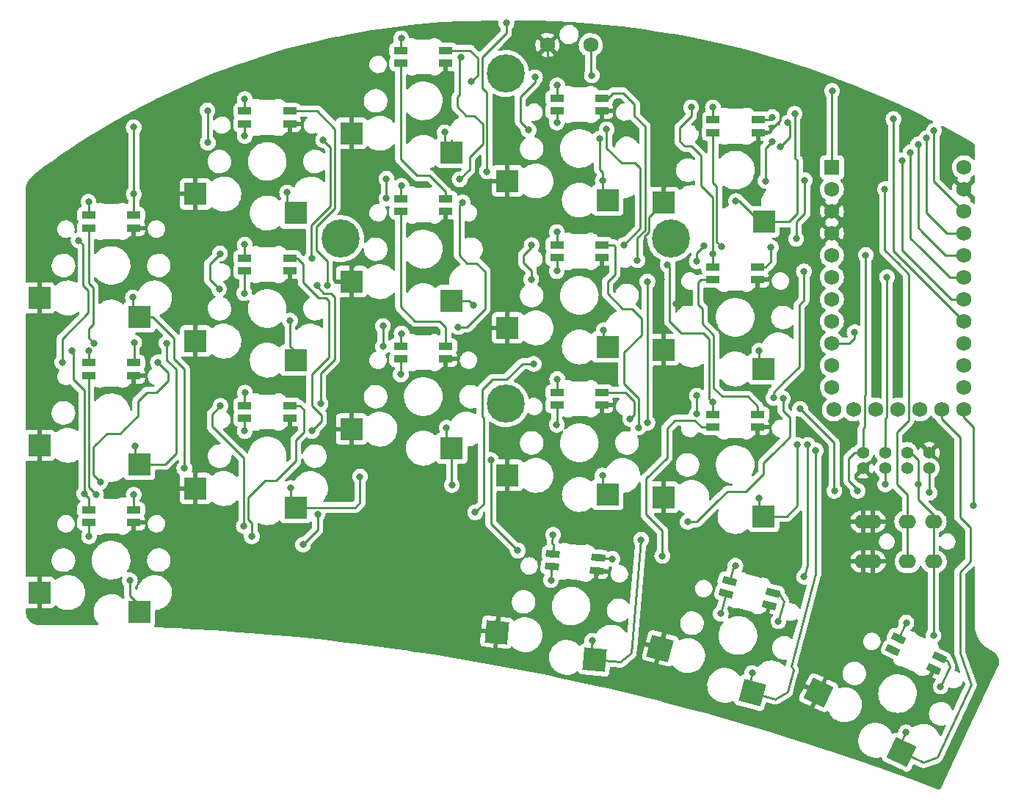
<source format=gbr>
%TF.GenerationSoftware,KiCad,Pcbnew,(6.0.0)*%
%TF.CreationDate,2022-04-19T03:34:00-07:00*%
%TF.ProjectId,half-swept,68616c66-2d73-4776-9570-742e6b696361,rev?*%
%TF.SameCoordinates,Original*%
%TF.FileFunction,Copper,L2,Bot*%
%TF.FilePolarity,Positive*%
%FSLAX46Y46*%
G04 Gerber Fmt 4.6, Leading zero omitted, Abs format (unit mm)*
G04 Created by KiCad (PCBNEW (6.0.0)) date 2022-04-19 03:34:00*
%MOMM*%
%LPD*%
G01*
G04 APERTURE LIST*
G04 Aperture macros list*
%AMRoundRect*
0 Rectangle with rounded corners*
0 $1 Rounding radius*
0 $2 $3 $4 $5 $6 $7 $8 $9 X,Y pos of 4 corners*
0 Add a 4 corners polygon primitive as box body*
4,1,4,$2,$3,$4,$5,$6,$7,$8,$9,$2,$3,0*
0 Add four circle primitives for the rounded corners*
1,1,$1+$1,$2,$3*
1,1,$1+$1,$4,$5*
1,1,$1+$1,$6,$7*
1,1,$1+$1,$8,$9*
0 Add four rect primitives between the rounded corners*
20,1,$1+$1,$2,$3,$4,$5,0*
20,1,$1+$1,$4,$5,$6,$7,0*
20,1,$1+$1,$6,$7,$8,$9,0*
20,1,$1+$1,$8,$9,$2,$3,0*%
%AMRotRect*
0 Rectangle, with rotation*
0 The origin of the aperture is its center*
0 $1 length*
0 $2 width*
0 $3 Rotation angle, in degrees counterclockwise*
0 Add horizontal line*
21,1,$1,$2,0,0,$3*%
G04 Aperture macros list end*
%TA.AperFunction,SMDPad,CuDef*%
%ADD10RotRect,2.600000X2.600000X345.000000*%
%TD*%
%TA.AperFunction,SMDPad,CuDef*%
%ADD11RotRect,2.600000X2.600000X335.000000*%
%TD*%
%TA.AperFunction,SMDPad,CuDef*%
%ADD12R,2.600000X2.600000*%
%TD*%
%TA.AperFunction,SMDPad,CuDef*%
%ADD13RotRect,2.600000X2.600000X355.000000*%
%TD*%
%TA.AperFunction,ComponentPad*%
%ADD14O,2.000000X1.600000*%
%TD*%
%TA.AperFunction,ComponentPad*%
%ADD15C,1.750000*%
%TD*%
%TA.AperFunction,ComponentPad*%
%ADD16C,4.400000*%
%TD*%
%TA.AperFunction,SMDPad,CuDef*%
%ADD17RoundRect,0.082000X-0.686681X0.389330X-0.743855X-0.264174X0.686681X-0.389330X0.743855X0.264174X0*%
%TD*%
%TA.AperFunction,SMDPad,CuDef*%
%ADD18RoundRect,0.082000X-0.718000X0.328000X-0.718000X-0.328000X0.718000X-0.328000X0.718000X0.328000X0*%
%TD*%
%TA.AperFunction,SMDPad,CuDef*%
%ADD19RoundRect,0.082000X-0.608642X0.502656X-0.778427X-0.130992X0.608642X-0.502656X0.778427X0.130992X0*%
%TD*%
%TA.AperFunction,ComponentPad*%
%ADD20R,1.752600X1.752600*%
%TD*%
%TA.AperFunction,ComponentPad*%
%ADD21C,1.752600*%
%TD*%
%TA.AperFunction,SMDPad,CuDef*%
%ADD22RoundRect,0.082000X-0.512110X0.600709X-0.789348X0.006171X0.512110X-0.600709X0.789348X-0.006171X0*%
%TD*%
%TA.AperFunction,ComponentPad*%
%ADD23C,1.397000*%
%TD*%
%TA.AperFunction,ViaPad*%
%ADD24C,0.800000*%
%TD*%
%TA.AperFunction,Conductor*%
%ADD25C,0.250000*%
%TD*%
G04 APERTURE END LIST*
D10*
%TO.P,SW21,2,2*%
%TO.N,gnd*%
X85820190Y-85383205D03*
%TO.P,SW21,1,1*%
%TO.N,Switch17*%
X96407232Y-90497602D03*
%TD*%
D11*
%TO.P,SW20,2,2*%
%TO.N,gnd*%
X104099286Y-90504197D03*
%TO.P,SW20,1,1*%
%TO.N,Switch16*%
X113637380Y-97379315D03*
%TD*%
D12*
%TO.P,SW18,2,2*%
%TO.N,gnd*%
X86182454Y-67960711D03*
%TO.P,SW18,1,1*%
%TO.N,Switch15*%
X97732454Y-70160711D03*
%TD*%
%TO.P,SW17,2,2*%
%TO.N,gnd*%
X68208799Y-65420713D03*
%TO.P,SW17,1,1*%
%TO.N,Switch14*%
X79758799Y-67620713D03*
%TD*%
%TO.P,SW16,2,2*%
%TO.N,gnd*%
X50208797Y-60086711D03*
%TO.P,SW16,1,1*%
%TO.N,Switch13*%
X61758797Y-62286711D03*
%TD*%
%TO.P,SW15,2,2*%
%TO.N,gnd*%
X32208799Y-66944710D03*
%TO.P,SW15,1,1*%
%TO.N,Switch12*%
X43758799Y-69144710D03*
%TD*%
%TO.P,SW14,2,2*%
%TO.N,gnd*%
X14208799Y-78952709D03*
%TO.P,SW14,1,1*%
%TO.N,Switch11*%
X25758799Y-81152709D03*
%TD*%
%TO.P,SW12,2,2*%
%TO.N,gnd*%
X86188799Y-50942711D03*
%TO.P,SW12,1,1*%
%TO.N,Switch10*%
X97738799Y-53142711D03*
%TD*%
%TO.P,SW11,2,2*%
%TO.N,gnd*%
X68208800Y-48402714D03*
%TO.P,SW11,1,1*%
%TO.N,Switch9*%
X79758800Y-50602714D03*
%TD*%
%TO.P,SW10,2,2*%
%TO.N,gnd*%
X50208800Y-43068711D03*
%TO.P,SW10,1,1*%
%TO.N,Switch8*%
X61758800Y-45268711D03*
%TD*%
%TO.P,SW9,2,2*%
%TO.N,gnd*%
X32208800Y-49926711D03*
%TO.P,SW9,1,1*%
%TO.N,Switch7*%
X43758800Y-52126711D03*
%TD*%
%TO.P,SW8,2,2*%
%TO.N,gnd*%
X14208799Y-61952711D03*
%TO.P,SW8,1,1*%
%TO.N,Switch6*%
X25758799Y-64152711D03*
%TD*%
%TO.P,SW6,2,2*%
%TO.N,gnd*%
X86208798Y-33952711D03*
%TO.P,SW6,1,1*%
%TO.N,Switch5*%
X97758798Y-36152711D03*
%TD*%
%TO.P,SW5,2,2*%
%TO.N,gnd*%
X68208798Y-31452712D03*
%TO.P,SW5,1,1*%
%TO.N,Switch4*%
X79758798Y-33652712D03*
%TD*%
%TO.P,SW4,2,2*%
%TO.N,gnd*%
X50208798Y-25952711D03*
%TO.P,SW4,1,1*%
%TO.N,Switch3*%
X61758798Y-28152711D03*
%TD*%
%TO.P,SW3,2,2*%
%TO.N,gnd*%
X32208801Y-32952711D03*
%TO.P,SW3,1,1*%
%TO.N,Switch2*%
X43758801Y-35152711D03*
%TD*%
%TO.P,SW2,2,2*%
%TO.N,gnd*%
X14208799Y-44952711D03*
%TO.P,SW2,1,1*%
%TO.N,Switch1*%
X25758799Y-47152711D03*
%TD*%
D13*
%TO.P,SW1,2,2*%
%TO.N,gnd*%
X66963454Y-83517225D03*
%TO.P,SW1,1,1*%
%TO.N,Switch18*%
X78277760Y-86715503D03*
%TD*%
D14*
%TO.P,J2,1,SLEEVE*%
%TO.N,gnd*%
X109251800Y-70772711D03*
%TO.P,J2,2,TIP*%
X110351800Y-75372711D03*
%TO.P,J2,3,RING1*%
%TO.N,data*%
X114351800Y-75372711D03*
%TO.P,J2,4,RING2*%
%TO.N,vcc*%
X117351800Y-75372711D03*
%TD*%
D15*
%TO.P,RSW1,1,1*%
%TO.N,gnd*%
X72808798Y-15765212D03*
%TO.P,RSW1,2,2*%
%TO.N,reset*%
X77808798Y-15765212D03*
%TD*%
D16*
%TO.P,REF\u002A\u002A,1*%
%TO.N,N/C*%
X67983800Y-57152712D03*
X48933800Y-38102712D03*
X87033800Y-38102712D03*
X67983800Y-19052712D03*
%TD*%
D17*
%TO.P,D12,1,VDD*%
%TO.N,vcc*%
X73451811Y-74468289D03*
%TO.P,D12,2,DOUT*%
%TO.N,Net-(D12-Pad2)*%
X73321077Y-75962581D03*
%TO.P,D12,3,VSS*%
%TO.N,gnd*%
X78501290Y-76415791D03*
%TO.P,D12,4,DIN*%
%TO.N,Net-(D12-Pad4)*%
X78632023Y-74921499D03*
%TD*%
D18*
%TO.P,D16,1,VDD*%
%TO.N,vcc*%
X37883801Y-23372711D03*
%TO.P,D16,2,DOUT*%
%TO.N,Net-(D16-Pad2)*%
X37883801Y-24872711D03*
%TO.P,D16,3,VSS*%
%TO.N,gnd*%
X43083801Y-24872711D03*
%TO.P,D16,4,DIN*%
%TO.N,Net-(D13-Pad2)*%
X43083801Y-23372711D03*
%TD*%
%TO.P,D8,1,VDD*%
%TO.N,vcc*%
X55883797Y-50506711D03*
%TO.P,D8,2,DOUT*%
%TO.N,Net-(D11-Pad4)*%
X55883797Y-52006711D03*
%TO.P,D8,3,VSS*%
%TO.N,gnd*%
X61083797Y-52006711D03*
%TO.P,D8,4,DIN*%
%TO.N,Net-(D5-Pad2)*%
X61083797Y-50506711D03*
%TD*%
%TO.P,D2,1,VDD*%
%TO.N,vcc*%
X55883798Y-16372711D03*
%TO.P,D2,2,DOUT*%
%TO.N,Net-(D2-Pad2)*%
X55883798Y-17872711D03*
%TO.P,D2,3,VSS*%
%TO.N,gnd*%
X61083798Y-17872711D03*
%TO.P,D2,4,DIN*%
%TO.N,Net-(D16-Pad2)*%
X61083798Y-16372711D03*
%TD*%
D19*
%TO.P,D15,1,VDD*%
%TO.N,vcc*%
X93781306Y-77598434D03*
%TO.P,D15,2,DOUT*%
%TO.N,Net-(D15-Pad2)*%
X93393077Y-79047323D03*
%TO.P,D15,3,VSS*%
%TO.N,gnd*%
X98415892Y-80393182D03*
%TO.P,D15,4,DIN*%
%TO.N,Net-(D12-Pad2)*%
X98804120Y-78944293D03*
%TD*%
D18*
%TO.P,D11,1,VDD*%
%TO.N,vcc*%
X73883799Y-55840713D03*
%TO.P,D11,2,DOUT*%
%TO.N,Net-(D11-Pad2)*%
X73883799Y-57340713D03*
%TO.P,D11,3,VSS*%
%TO.N,gnd*%
X79083799Y-57340713D03*
%TO.P,D11,4,DIN*%
%TO.N,Net-(D11-Pad4)*%
X79083799Y-55840713D03*
%TD*%
D20*
%TO.P,U2,1,TX0/PD3*%
%TO.N,led*%
X105613798Y-29869461D03*
D21*
%TO.P,U2,2,RX1/PD2*%
%TO.N,data*%
X105613798Y-32409461D03*
%TO.P,U2,3,GND*%
%TO.N,gnd*%
X105613798Y-34949461D03*
%TO.P,U2,4,GND*%
X105613798Y-37489461D03*
%TO.P,U2,5,2/PD1*%
%TO.N,sda*%
X105613798Y-40029461D03*
%TO.P,U2,6,3/PD0*%
%TO.N,scl*%
X105613798Y-42569461D03*
%TO.P,U2,7,4/PD4*%
%TO.N,Switch7*%
X105613798Y-45109461D03*
%TO.P,U2,8,5/PC6*%
%TO.N,Switch8*%
X105613798Y-47649461D03*
%TO.P,U2,9,6/PD7*%
%TO.N,Switch9*%
X105613798Y-50189461D03*
%TO.P,U2,10,7/PE6*%
%TO.N,Switch10*%
X105613798Y-52729461D03*
%TO.P,U2,11,8/PB4*%
%TO.N,Switch6*%
X105613798Y-55269461D03*
%TO.P,U2,12,9/PB5*%
%TO.N,Switch1*%
X105842398Y-57809461D03*
%TO.P,U2,13,10/PB6*%
%TO.N,Switch13*%
X120853798Y-57809461D03*
%TO.P,U2,14,16/PB2*%
%TO.N,Switch12*%
X120853798Y-55269461D03*
%TO.P,U2,15,14/PB3*%
%TO.N,Switch11*%
X120853798Y-52729461D03*
%TO.P,U2,16,15/PB1*%
%TO.N,unconnected-(U2-Pad16)*%
X120853798Y-50189461D03*
%TO.P,U2,17,A0/PF7*%
%TO.N,Switch2*%
X120853798Y-47649461D03*
%TO.P,U2,18,A1/PF6*%
%TO.N,Switch3*%
X120853798Y-45109461D03*
%TO.P,U2,19,A2/PF5*%
%TO.N,Switch4*%
X120853798Y-42569461D03*
%TO.P,U2,20,A3/PF4*%
%TO.N,Switch5*%
X120853798Y-40029461D03*
%TO.P,U2,21,VCC*%
%TO.N,vcc*%
X120853798Y-37489461D03*
%TO.P,U2,22,RST*%
%TO.N,reset*%
X120853798Y-34949461D03*
%TO.P,U2,23,GND*%
%TO.N,gnd*%
X120853798Y-32409461D03*
%TO.P,U2,24,B0*%
%TO.N,raw*%
X120853798Y-29869461D03*
%TO.P,U2,25,B7*%
%TO.N,Switch14*%
X108153798Y-57809461D03*
%TO.P,U2,26,D5*%
%TO.N,Switch15*%
X110693798Y-57809461D03*
%TO.P,U2,27,C7*%
%TO.N,Switch18*%
X113233798Y-57809461D03*
%TO.P,U2,28,F1*%
%TO.N,Switch17*%
X115773798Y-57809461D03*
%TO.P,U2,29,F0*%
%TO.N,Switch16*%
X118313798Y-57809461D03*
%TD*%
D18*
%TO.P,D14,1,VDD*%
%TO.N,vcc*%
X73883800Y-38822714D03*
%TO.P,D14,2,DOUT*%
%TO.N,Net-(D14-Pad2)*%
X73883800Y-40322714D03*
%TO.P,D14,3,VSS*%
%TO.N,gnd*%
X79083800Y-40322714D03*
%TO.P,D14,4,DIN*%
%TO.N,Net-(D11-Pad2)*%
X79083800Y-38822714D03*
%TD*%
%TO.P,D10,1,VDD*%
%TO.N,vcc*%
X37883799Y-57364710D03*
%TO.P,D10,2,DOUT*%
%TO.N,Net-(D10-Pad2)*%
X37883799Y-58864710D03*
%TO.P,D10,3,VSS*%
%TO.N,gnd*%
X43083799Y-58864710D03*
%TO.P,D10,4,DIN*%
%TO.N,Net-(D10-Pad4)*%
X43083799Y-57364710D03*
%TD*%
%TO.P,D1,1,VDD*%
%TO.N,vcc*%
X19883799Y-35372711D03*
%TO.P,D1,2,DOUT*%
%TO.N,Net-(D1-Pad2)*%
X19883799Y-36872711D03*
%TO.P,D1,3,VSS*%
%TO.N,gnd*%
X25083799Y-36872711D03*
%TO.P,D1,4,DIN*%
%TO.N,led*%
X25083799Y-35372711D03*
%TD*%
%TO.P,D9,1,VDD*%
%TO.N,vcc*%
X91863800Y-58380712D03*
%TO.P,D9,2,DOUT*%
%TO.N,Net-(D12-Pad4)*%
X91863800Y-59880712D03*
%TO.P,D9,3,VSS*%
%TO.N,gnd*%
X97063800Y-59880712D03*
%TO.P,D9,4,DIN*%
%TO.N,Net-(D6-Pad2)*%
X97063800Y-58380712D03*
%TD*%
%TO.P,D17,1,VDD*%
%TO.N,vcc*%
X73883798Y-21872712D03*
%TO.P,D17,2,DOUT*%
%TO.N,Net-(D17-Pad2)*%
X73883798Y-23372712D03*
%TO.P,D17,3,VSS*%
%TO.N,gnd*%
X79083798Y-23372712D03*
%TO.P,D17,4,DIN*%
%TO.N,Net-(D14-Pad2)*%
X79083798Y-21872712D03*
%TD*%
D22*
%TO.P,D18,1,VDD*%
%TO.N,vcc*%
X113291265Y-84220127D03*
%TO.P,D18,2,DOUT*%
%TO.N,unconnected-(D18-Pad2)*%
X112657338Y-85579589D03*
%TO.P,D18,3,VSS*%
%TO.N,gnd*%
X117370138Y-87777204D03*
%TO.P,D18,4,DIN*%
%TO.N,Net-(D15-Pad2)*%
X118004066Y-86417742D03*
%TD*%
D18*
%TO.P,D4,1,VDD*%
%TO.N,vcc*%
X19883797Y-52422712D03*
%TO.P,D4,2,DOUT*%
%TO.N,Net-(D4-Pad2)*%
X19883797Y-53922712D03*
%TO.P,D4,3,VSS*%
%TO.N,gnd*%
X25083797Y-53922712D03*
%TO.P,D4,4,DIN*%
%TO.N,Net-(D1-Pad2)*%
X25083797Y-52422712D03*
%TD*%
%TO.P,D3,1,VDD*%
%TO.N,vcc*%
X91883798Y-24372711D03*
%TO.P,D3,2,DOUT*%
%TO.N,Net-(D3-Pad2)*%
X91883798Y-25872711D03*
%TO.P,D3,3,VSS*%
%TO.N,gnd*%
X97083798Y-25872711D03*
%TO.P,D3,4,DIN*%
%TO.N,Net-(D17-Pad2)*%
X97083798Y-24372711D03*
%TD*%
%TO.P,D7,1,VDD*%
%TO.N,vcc*%
X19883799Y-69372709D03*
%TO.P,D7,2,DOUT*%
%TO.N,Net-(D10-Pad4)*%
X19883799Y-70872709D03*
%TO.P,D7,3,VSS*%
%TO.N,gnd*%
X25083799Y-70872709D03*
%TO.P,D7,4,DIN*%
%TO.N,Net-(D4-Pad2)*%
X25083799Y-69372709D03*
%TD*%
D23*
%TO.P,OL1,1,SDA*%
%TO.N,sda*%
X109223799Y-62782712D03*
%TO.P,OL1,2,SCL*%
%TO.N,scl*%
X111763799Y-62782712D03*
%TO.P,OL1,3,VCC*%
%TO.N,vcc*%
X114303799Y-62782712D03*
%TO.P,OL1,4,GND*%
%TO.N,gnd*%
X116843799Y-62782712D03*
%TD*%
D18*
%TO.P,D5,1,VDD*%
%TO.N,vcc*%
X55883800Y-33488711D03*
%TO.P,D5,2,DOUT*%
%TO.N,Net-(D5-Pad2)*%
X55883800Y-34988711D03*
%TO.P,D5,3,VSS*%
%TO.N,gnd*%
X61083800Y-34988711D03*
%TO.P,D5,4,DIN*%
%TO.N,Net-(D2-Pad2)*%
X61083800Y-33488711D03*
%TD*%
%TO.P,D6,1,VDD*%
%TO.N,vcc*%
X91863799Y-41362711D03*
%TO.P,D6,2,DOUT*%
%TO.N,Net-(D6-Pad2)*%
X91863799Y-42862711D03*
%TO.P,D6,3,VSS*%
%TO.N,gnd*%
X97063799Y-42862711D03*
%TO.P,D6,4,DIN*%
%TO.N,Net-(D3-Pad2)*%
X97063799Y-41362711D03*
%TD*%
%TO.P,D13,1,VDD*%
%TO.N,vcc*%
X37883800Y-40346711D03*
%TO.P,D13,2,DOUT*%
%TO.N,Net-(D13-Pad2)*%
X37883800Y-41846711D03*
%TO.P,D13,3,VSS*%
%TO.N,gnd*%
X43083800Y-41846711D03*
%TO.P,D13,4,DIN*%
%TO.N,Net-(D10-Pad2)*%
X43083800Y-40346711D03*
%TD*%
D14*
%TO.P,J1,1,SLEEVE*%
%TO.N,gnd*%
X109233800Y-75352713D03*
%TO.P,J1,2,TIP*%
X110333800Y-70752713D03*
%TO.P,J1,3,RING1*%
%TO.N,data*%
X114333800Y-70752713D03*
%TO.P,J1,4,RING2*%
%TO.N,vcc*%
X117333800Y-70752713D03*
%TD*%
D23*
%TO.P,OL2,1,SDA*%
%TO.N,sda*%
X116843799Y-64602710D03*
%TO.P,OL2,2,SCL*%
%TO.N,scl*%
X114303799Y-64602710D03*
%TO.P,OL2,3,VCC*%
%TO.N,vcc*%
X111763799Y-64602710D03*
%TO.P,OL2,4,GND*%
%TO.N,gnd*%
X109223799Y-64602710D03*
%TD*%
D24*
%TO.N,Switch14*%
X79150000Y-65450000D03*
%TO.N,Switch3*%
X60950000Y-25850000D03*
%TO.N,Switch1*%
X25000000Y-44900000D03*
%TO.N,gnd*%
X110300000Y-68150000D03*
X119100000Y-62800000D03*
%TO.N,vcc*%
X105900000Y-67200000D03*
X101950000Y-57750000D03*
%TO.N,gnd*%
X90429196Y-76616688D03*
X71915706Y-22144428D03*
%TO.N,Net-(D32-Pad2)*%
X71365707Y-19494428D03*
%TO.N,gnd*%
X68965707Y-60594429D03*
X71665707Y-55544428D03*
X109382642Y-82442928D03*
X50682456Y-54329772D03*
X51032455Y-49929772D03*
X91982456Y-62679772D03*
X85232456Y-62879772D03*
X85282455Y-60529773D03*
X92382455Y-45529772D03*
X87682456Y-45579772D03*
X88432456Y-41879773D03*
%TO.N,vcc*%
X86655393Y-41102710D03*
%TO.N,gnd*%
X86982456Y-31479772D03*
X85982456Y-42829773D03*
X102982455Y-48429772D03*
X100832456Y-40329773D03*
%TO.N,Net-(D24-Pad2)*%
X102382456Y-41879772D03*
%TO.N,gnd*%
X99682456Y-19329772D03*
%TO.N,Net-(D17-Pad2)*%
X100532455Y-24729771D03*
X98732456Y-24079773D03*
X99682455Y-27479773D03*
%TO.N,Net-(D21-Pad2)*%
X98732456Y-26879772D03*
%TO.N,gnd*%
X90832456Y-19430145D03*
X90282455Y-25329772D03*
%TO.N,Switch13*%
X61182456Y-59929773D03*
X61782456Y-66529772D03*
%TO.N,Switch12*%
X43182455Y-66879772D03*
X88982455Y-70779773D03*
X51182456Y-65579772D03*
%TO.N,Switch11*%
X24638298Y-77535615D03*
%TO.N,gnd*%
X27282456Y-49629772D03*
X51082455Y-40629772D03*
X43632456Y-44979772D03*
X65032455Y-15879772D03*
X61132456Y-21029772D03*
X48232455Y-16829772D03*
X54382456Y-19278212D03*
X68132456Y-37029772D03*
X61082456Y-36979772D03*
%TO.N,Net-(D21-Pad2)*%
X90032455Y-40729773D03*
%TO.N,gnd*%
X51082456Y-46129772D03*
%TO.N,Net-(D31-Pad2)*%
X33582456Y-23329772D03*
X33632456Y-27029773D03*
X46932455Y-26729772D03*
%TO.N,Net-(D22-Pad2)*%
X27882456Y-52379772D03*
%TO.N,Net-(D11-Pad2)*%
X73882456Y-59579771D03*
%TO.N,Net-(D20-Pad2)*%
X62832456Y-17179772D03*
%TO.N,Switch4*%
X79182457Y-31429773D03*
%TO.N,Switch2*%
X42782456Y-32779772D03*
%TO.N,Net-(D31-Pad2)*%
X45671658Y-40340571D03*
%TO.N,Switch18*%
X77971204Y-84509460D03*
X83608285Y-72856421D03*
%TO.N,Net-(D12-Pad2)*%
X99442949Y-82251147D03*
%TO.N,Net-(D15-Pad2)*%
X118162855Y-89775483D03*
%TO.N,Switch16*%
X114165281Y-95068168D03*
%TO.N,Switch17*%
X96410276Y-88248034D03*
%TO.N,Switch18*%
X102394936Y-77117720D03*
%TO.N,Switch10*%
X97236816Y-51024870D03*
%TO.N,Switch7*%
X43107043Y-47554644D03*
%TO.N,Net-(D23-Pad2)*%
X63036815Y-33924873D03*
%TO.N,Switch8*%
X64286814Y-45824871D03*
%TO.N,Switch9*%
X79286815Y-48674872D03*
%TO.N,Switch6*%
X25236814Y-62024873D03*
%TO.N,Switch15*%
X97186816Y-68024872D03*
%TO.N,Net-(D11-Pad4)*%
X55886814Y-53774872D03*
%TO.N,Net-(D32-Pad2)*%
X81596390Y-38865298D03*
%TO.N,Switch9*%
X108236814Y-48924873D03*
%TO.N,Switch5*%
X94536814Y-33774871D03*
%TO.N,Net-(D21-Pad2)*%
X102486815Y-31374873D03*
X101486815Y-38124873D03*
X97969267Y-31442419D03*
%TO.N,Net-(D24-Pad2)*%
X90036815Y-56224873D03*
X98886815Y-56474873D03*
%TO.N,Net-(D27-Pad2)*%
X66286815Y-63674872D03*
%TO.N,Net-(D10-Pad4)*%
X38708976Y-72452710D03*
%TO.N,Net-(D28-Pad2)*%
X46633799Y-57171857D03*
%TO.N,Net-(D25-Pad2)*%
X37786816Y-71274872D03*
%TO.N,Switch11*%
X46286813Y-69924871D03*
%TO.N,Net-(D22-Pad2)*%
X21236814Y-66174871D03*
%TO.N,Switch6*%
X28886813Y-50174873D03*
%TO.N,Net-(D28-Pad2)*%
X35036814Y-39824873D03*
X34936814Y-43924874D03*
%TO.N,vcc*%
X91863800Y-56972711D03*
X19883800Y-33852712D03*
X37883796Y-38802711D03*
X55983800Y-49052711D03*
X37917336Y-55879146D03*
X55983798Y-32002711D03*
X94484920Y-75840270D03*
X115619270Y-66454645D03*
X19883799Y-51002713D03*
X91883801Y-22952710D03*
X73451811Y-72284697D03*
X91863800Y-39882715D03*
X111769270Y-66454643D03*
X73933801Y-20402711D03*
X117339393Y-83884523D03*
X17933798Y-51002711D03*
X114200282Y-82420734D03*
X37883797Y-22002711D03*
X73883800Y-37352711D03*
X73933799Y-54302711D03*
X116533801Y-26502710D03*
X19386814Y-67524871D03*
X55933802Y-15002710D03*
X89383800Y-22952713D03*
%TO.N,Switch18*%
X102819270Y-61904643D03*
%TO.N,reset*%
X117383800Y-25652709D03*
X77933799Y-19252711D03*
%TO.N,Switch1*%
X30919269Y-64604644D03*
%TO.N,Switch2*%
X112719269Y-24304643D03*
X65819270Y-30354644D03*
X68069269Y-13204644D03*
%TO.N,Switch3*%
X113719269Y-29104644D03*
%TO.N,Switch4*%
X114669268Y-28154644D03*
X78819271Y-26554644D03*
%TO.N,Switch5*%
X115569268Y-27227211D03*
X101319270Y-23704643D03*
%TO.N,Switch11*%
X71219269Y-52554646D03*
X44619270Y-73404644D03*
X64469271Y-69704646D03*
%TO.N,Switch12*%
X99969268Y-56554644D03*
%TO.N,Switch13*%
X121919269Y-68904645D03*
%TO.N,Switch15*%
X101619271Y-61904643D03*
%TO.N,Switch17*%
X103769270Y-62554646D03*
%TO.N,Net-(D1-Pad2)*%
X25133798Y-50102711D03*
X20483798Y-50152710D03*
%TO.N,led*%
X105633801Y-21052711D03*
X25083801Y-32952710D03*
X25083798Y-25252709D03*
%TO.N,data*%
X111719271Y-32404645D03*
%TO.N,Net-(D16-Pad2)*%
X37883797Y-26252712D03*
X64033798Y-20002713D03*
%TO.N,Net-(D3-Pad2)*%
X92883798Y-39052710D03*
X98583799Y-39102711D03*
%TO.N,Net-(D17-Pad2)*%
X73883799Y-24702712D03*
%TO.N,Net-(D4-Pad2)*%
X20733800Y-67652711D03*
X25083800Y-67652712D03*
%TO.N,Net-(D10-Pad4)*%
X19933798Y-72452711D03*
%TO.N,Net-(D11-Pad4)*%
X82333799Y-58902711D03*
%TO.N,Net-(D12-Pad4)*%
X80300818Y-75064083D03*
X86053211Y-74714104D03*
%TO.N,Net-(D10-Pad2)*%
X37883800Y-60302710D03*
X45633801Y-60302711D03*
%TO.N,Net-(D11-Pad2)*%
X83283800Y-59902711D03*
%TO.N,Net-(D12-Pad2)*%
X73211057Y-77505460D03*
%TO.N,Net-(D13-Pad2)*%
X47383801Y-43502711D03*
X37833799Y-44402711D03*
%TO.N,Net-(D14-Pad2)*%
X83183799Y-40602712D03*
X73883799Y-41852711D03*
%TO.N,Net-(D15-Pad2)*%
X92796469Y-81377369D03*
%TO.N,sda*%
X116869270Y-67404643D03*
X109519270Y-40004643D03*
X108583799Y-67202710D03*
%TO.N,scl*%
X111969269Y-42554644D03*
%TO.N,Net-(D19-Pad2)*%
X16833799Y-52352711D03*
X18733802Y-38302712D03*
%TO.N,Net-(D20-Pad2)*%
X62683798Y-31252711D03*
X54233799Y-31202712D03*
X54233801Y-33452711D03*
%TO.N,Net-(D21-Pad2)*%
X90883799Y-38902711D03*
%TO.N,Net-(D23-Pad2)*%
X62533797Y-48302712D03*
X53833798Y-50552712D03*
X53833799Y-48202710D03*
%TO.N,Net-(D24-Pad2)*%
X90033796Y-58352710D03*
%TO.N,Net-(D25-Pad2)*%
X35083799Y-57402712D03*
%TO.N,Net-(D27-Pad2)*%
X69383798Y-74102711D03*
%TO.N,Net-(D28-Pad2)*%
X46233799Y-43502710D03*
%TO.N,Net-(D29-Pad2)*%
X84333799Y-59352711D03*
X70933797Y-42802713D03*
X70983801Y-38852711D03*
X84333800Y-43052710D03*
%TO.N,Net-(D32-Pad2)*%
X70633801Y-25552712D03*
X79633798Y-25502712D03*
%TD*%
D25*
%TO.N,Switch14*%
X79150000Y-65450000D02*
X79150000Y-67011914D01*
X79150000Y-67011914D02*
X79758799Y-67620713D01*
%TO.N,Switch3*%
X60950000Y-27343913D02*
X61758798Y-28152711D01*
X60950000Y-25850000D02*
X60950000Y-27343913D01*
%TO.N,Switch1*%
X25000000Y-46393912D02*
X25000000Y-44900000D01*
X25758799Y-47152711D02*
X25000000Y-46393912D01*
%TO.N,gnd*%
X110300000Y-66200000D02*
X110300000Y-68150000D01*
X110300000Y-65678911D02*
X110300000Y-66200000D01*
X109223799Y-64602710D02*
X110300000Y-65678911D01*
%TO.N,vcc*%
X105850000Y-67150000D02*
X105900000Y-67200000D01*
X105850000Y-61650000D02*
X105850000Y-63100000D01*
X101950000Y-57750000D02*
X105850000Y-61650000D01*
X105850000Y-63100000D02*
X105850000Y-67150000D01*
%TO.N,gnd*%
X72808798Y-19851338D02*
X72808798Y-15765212D01*
X71915707Y-20744428D02*
X72808798Y-19851338D01*
X71915706Y-22144428D02*
X71915707Y-20744428D01*
%TO.N,Net-(D32-Pad2)*%
X71365706Y-20044429D02*
X69682456Y-21727680D01*
X71365707Y-19494428D02*
X71365706Y-20044429D01*
X69682456Y-21727680D02*
X69682456Y-22929772D01*
%TO.N,gnd*%
X69965706Y-59594428D02*
X68965707Y-60594429D01*
X70265707Y-59594428D02*
X69965706Y-59594428D01*
X71265707Y-59594428D02*
X70265707Y-59594428D01*
X71765706Y-59094429D02*
X71265707Y-59594428D01*
X72365706Y-58494429D02*
X71765706Y-59094429D01*
X72365707Y-56694428D02*
X72365707Y-57794429D01*
X72365707Y-57794429D02*
X72365706Y-58494429D01*
X71665707Y-55994428D02*
X72165707Y-56494428D01*
X71665707Y-55544428D02*
X71665707Y-55994428D01*
X72165707Y-56494428D02*
X72365707Y-56694428D01*
X109382642Y-82442928D02*
X107776692Y-85886897D01*
X50682456Y-50279773D02*
X51032455Y-49929772D01*
X50682456Y-54329772D02*
X50682456Y-50279773D01*
X85282454Y-62829772D02*
X85232456Y-62879772D01*
X85282455Y-60529773D02*
X85282454Y-62829772D01*
X87682455Y-42629771D02*
X87682456Y-45579772D01*
X88432456Y-41879773D02*
X87682455Y-42629771D01*
%TO.N,Net-(D6-Pad2)*%
X90499517Y-42862711D02*
X91863799Y-42862711D01*
X90182456Y-43179772D02*
X90499517Y-42862711D01*
X90182454Y-45679772D02*
X90182456Y-43179772D01*
X90682456Y-46179772D02*
X90182454Y-45679772D01*
X90682456Y-47929772D02*
X90682456Y-46179772D01*
X91982455Y-49229772D02*
X90682456Y-47929772D01*
X91982456Y-55329772D02*
X91982455Y-49229772D01*
X92977555Y-56324872D02*
X91982456Y-55329772D01*
X95936815Y-56324872D02*
X92977555Y-56324872D01*
X97063800Y-57451857D02*
X95936815Y-56324872D01*
X97063801Y-58380711D02*
X97063800Y-57451857D01*
%TO.N,vcc*%
X86882455Y-41329772D02*
X86655393Y-41102710D01*
X86882455Y-47629773D02*
X86882455Y-41329772D01*
X90733799Y-48972398D02*
X88225082Y-48972400D01*
X91486814Y-49725414D02*
X90733799Y-48972398D01*
X91486814Y-56595726D02*
X91486814Y-49725414D01*
X91863800Y-56972711D02*
X91486814Y-56595726D01*
X88225082Y-48972400D02*
X86882455Y-47629773D01*
%TO.N,gnd*%
X95882456Y-49829772D02*
X93232455Y-49829773D01*
X96032456Y-49679772D02*
X95882456Y-49829772D01*
X97063799Y-48648429D02*
X96032456Y-49679772D01*
X97063798Y-42862711D02*
X97063799Y-48648429D01*
X86208799Y-32253428D02*
X86982456Y-31479772D01*
X86208799Y-33952712D02*
X86208799Y-32253428D01*
X84531976Y-35629534D02*
X86208799Y-33952712D01*
X84531976Y-37318656D02*
X84531976Y-35629534D01*
X84032456Y-40029773D02*
X84032456Y-37818176D01*
X85982456Y-41979771D02*
X84032456Y-40029773D01*
X84032456Y-37818176D02*
X84531976Y-37318656D01*
X85982456Y-42829773D02*
X85982456Y-41979771D01*
X102482457Y-40329772D02*
X100832456Y-40329773D01*
X103432456Y-41279773D02*
X102482457Y-40329772D01*
X103432456Y-47979772D02*
X103432456Y-41279773D01*
X102982455Y-48429772D02*
X103432456Y-47979772D01*
%TO.N,Net-(D24-Pad2)*%
X101832456Y-52879230D02*
X101832456Y-45779772D01*
X100086814Y-54624871D02*
X101832456Y-52879230D01*
X102382456Y-45229773D02*
X102382456Y-41879772D01*
X98886816Y-55824873D02*
X100086814Y-54624871D01*
X98886815Y-56474873D02*
X98886816Y-55824873D01*
X101832456Y-45779772D02*
X102382456Y-45229773D01*
%TO.N,gnd*%
X100582456Y-40329772D02*
X100832456Y-40329773D01*
X99582455Y-41329772D02*
X100582456Y-40329772D01*
X97063798Y-42862711D02*
X98049517Y-42862711D01*
X98049517Y-42862711D02*
X99582455Y-41329772D01*
X99682456Y-23679772D02*
X99682456Y-19329772D01*
X98289516Y-25872711D02*
X99182456Y-24979773D01*
X99682456Y-24479772D02*
X99682456Y-23679772D01*
X98089516Y-25872711D02*
X98289516Y-25872711D01*
X99182456Y-24979773D02*
X99682456Y-24479772D01*
%TO.N,Net-(D17-Pad2)*%
X100782456Y-26379772D02*
X99682455Y-27479773D01*
X100532455Y-24729771D02*
X100782456Y-24979772D01*
X100782456Y-24979772D02*
X100782456Y-26379772D01*
X98439516Y-24372710D02*
X98732456Y-24079773D01*
X97083799Y-24372711D02*
X98439516Y-24372710D01*
%TO.N,gnd*%
X97083798Y-25872712D02*
X98089516Y-25872711D01*
%TO.N,Net-(D21-Pad2)*%
X97969268Y-27642961D02*
X97969268Y-27866584D01*
X97969268Y-27866584D02*
X97969267Y-31442419D01*
X98732456Y-26879772D02*
X97969268Y-27642961D01*
%TO.N,gnd*%
X90532456Y-19730145D02*
X90832456Y-19430145D01*
X90532455Y-22529772D02*
X90532456Y-19730145D01*
X90532456Y-25079772D02*
X90532455Y-22529772D01*
X90282455Y-25329772D02*
X90532456Y-25079772D01*
%TO.N,Switch13*%
X61232456Y-61079773D02*
X61182456Y-61029772D01*
X61758798Y-61606115D02*
X61232456Y-61079773D01*
X61182456Y-61029772D02*
X61182456Y-59929773D01*
X61758798Y-62286711D02*
X61758798Y-61606115D01*
X61758798Y-66506113D02*
X61758798Y-62286711D01*
X61782456Y-66529772D02*
X61758798Y-66506113D01*
%TO.N,Switch12*%
X43182456Y-68568368D02*
X43182455Y-66879772D01*
X43758799Y-69144711D02*
X43182456Y-68568368D01*
X50617518Y-69144711D02*
X43758799Y-69144711D01*
X51182455Y-68579773D02*
X50617518Y-69144711D01*
X51182456Y-65579772D02*
X51182455Y-68579773D01*
X92382455Y-68429772D02*
X90032456Y-70779773D01*
X90032456Y-70779773D02*
X88982455Y-70779773D01*
X93532455Y-67279773D02*
X92382455Y-68429772D01*
X95682456Y-67279773D02*
X94532455Y-67279773D01*
X94532455Y-67279773D02*
X93532455Y-67279773D01*
X96932455Y-66029773D02*
X95682456Y-67279773D01*
X97719270Y-65242958D02*
X96932455Y-66029773D01*
X97719269Y-64004644D02*
X97719270Y-65242958D01*
%TO.N,Switch11*%
X25758799Y-81152711D02*
X25758799Y-80456116D01*
X25758799Y-80456116D02*
X24638298Y-79335616D01*
X24638298Y-79335616D02*
X24638298Y-77535615D01*
%TO.N,gnd*%
X50208800Y-41503428D02*
X50208799Y-43068711D01*
X43083799Y-44431117D02*
X43632456Y-44979772D01*
X51082455Y-40629772D02*
X50208800Y-41503428D01*
X43083800Y-41846711D02*
X43083799Y-44431117D01*
X61083799Y-20981115D02*
X61132456Y-21029772D01*
X61083799Y-17872711D02*
X61083799Y-20981115D01*
X48232455Y-16879773D02*
X48232455Y-16829772D01*
X49432455Y-18079772D02*
X48232455Y-16879773D01*
X50630894Y-19278211D02*
X49432455Y-18079772D01*
X54382456Y-19278212D02*
X50630894Y-19278211D01*
X61083799Y-36978428D02*
X61082456Y-36979772D01*
X61083800Y-34988711D02*
X61083799Y-36978428D01*
X68132456Y-37029772D02*
X68208797Y-36953431D01*
X68208797Y-36953431D02*
X68208796Y-31452711D01*
%TO.N,Net-(D21-Pad2)*%
X90032456Y-39754054D02*
X90883799Y-38902711D01*
X90032455Y-40729773D02*
X90032456Y-39754054D01*
%TO.N,gnd*%
X50208799Y-45256116D02*
X51082456Y-46129772D01*
X50208799Y-43068711D02*
X50208799Y-45256116D01*
%TO.N,Net-(D12-Pad4)*%
X86053210Y-71800527D02*
X86053211Y-74714104D01*
X84182455Y-69929772D02*
X86053210Y-71800527D01*
X84182455Y-65779772D02*
X84182455Y-69929772D01*
X86583799Y-60002711D02*
X86583799Y-63378428D01*
X86583799Y-63378428D02*
X84182455Y-65779772D01*
X89782456Y-59079772D02*
X87506737Y-59079772D01*
X87506737Y-59079772D02*
X86583799Y-60002711D01*
X90583394Y-59880712D02*
X89782456Y-59079772D01*
X91863799Y-59880711D02*
X90583394Y-59880712D01*
%TO.N,Net-(D32-Pad2)*%
X69682457Y-24601366D02*
X70633801Y-25552712D01*
X69682456Y-22929772D02*
X69682457Y-24601366D01*
%TO.N,Net-(D31-Pad2)*%
X33582455Y-26979773D02*
X33632456Y-27029773D01*
X33582456Y-23329772D02*
X33582455Y-26979773D01*
X45582456Y-40251368D02*
X45671658Y-40340571D01*
X45582455Y-36529773D02*
X45582456Y-40251368D01*
X47782455Y-34329772D02*
X45582455Y-36529773D01*
X47782456Y-27579773D02*
X47782455Y-34329772D01*
X46932455Y-26729772D02*
X47782456Y-27579773D01*
%TO.N,Net-(D13-Pad2)*%
X47383797Y-40702709D02*
X47383801Y-43502711D01*
X46133800Y-36752709D02*
X46133797Y-39452712D01*
X48282456Y-34604053D02*
X46133800Y-36752709D01*
X46225393Y-23372710D02*
X48282456Y-25429773D01*
X48282456Y-25429773D02*
X48282456Y-34604053D01*
X46133797Y-39452712D02*
X47383797Y-40702709D01*
X43083802Y-23372711D02*
X46225393Y-23372710D01*
%TO.N,Net-(D29-Pad2)*%
X70032456Y-40877089D02*
X70933798Y-41778430D01*
X70032454Y-40029773D02*
X70032456Y-40877089D01*
X70933798Y-41778430D02*
X70933797Y-42802713D01*
X70983801Y-38852711D02*
X70983801Y-39078427D01*
X70983801Y-39078427D02*
X70032454Y-40029773D01*
%TO.N,Net-(D22-Pad2)*%
X27701613Y-55860617D02*
X26563300Y-55860616D01*
X29082456Y-53579772D02*
X29082456Y-54479772D01*
X27882456Y-52379772D02*
X29082456Y-53579772D01*
X26563300Y-55860616D02*
X26219271Y-56204646D01*
X29082456Y-54479772D02*
X27701613Y-55860617D01*
%TO.N,Net-(D11-Pad4)*%
X82832456Y-58404054D02*
X82333799Y-58902711D01*
X81793393Y-55840709D02*
X82832456Y-56879773D01*
X79083799Y-55840711D02*
X81793393Y-55840709D01*
X82832456Y-56879773D02*
X82832456Y-58404054D01*
%TO.N,Net-(D11-Pad2)*%
X73883799Y-59578429D02*
X73882456Y-59579771D01*
X73883799Y-57340712D02*
X73883799Y-59578429D01*
%TO.N,Net-(D3-Pad2)*%
X92332456Y-38501368D02*
X92883798Y-39052710D01*
X92332455Y-32101368D02*
X92332456Y-38501368D01*
X91883799Y-31652712D02*
X92332455Y-32101368D01*
X91883800Y-25872712D02*
X91883799Y-31652712D01*
%TO.N,Net-(D20-Pad2)*%
X63836816Y-30099696D02*
X62683798Y-31252711D01*
X63836815Y-28674871D02*
X63836816Y-30099696D01*
X65369749Y-27141936D02*
X63836815Y-28674871D01*
X65369747Y-24907806D02*
X65369749Y-27141936D01*
X64386814Y-23924871D02*
X65369747Y-24907806D01*
X63436814Y-23924872D02*
X64386814Y-23924871D01*
X62399228Y-22887285D02*
X63436814Y-23924872D01*
X62399227Y-21737286D02*
X62399228Y-22887285D01*
X62683801Y-21452712D02*
X62399227Y-21737286D01*
X62683798Y-17328430D02*
X62683798Y-20152712D01*
X62683798Y-20152712D02*
X62683801Y-21452712D01*
X62832456Y-17179772D02*
X62683798Y-17328430D01*
%TO.N,Net-(D16-Pad2)*%
X64782455Y-17279772D02*
X64782456Y-19254056D01*
X64782456Y-19254056D02*
X64033798Y-20002713D01*
X63875394Y-16372711D02*
X64782455Y-17279772D01*
X61083798Y-16372711D02*
X63875394Y-16372711D01*
%TO.N,Net-(D2-Pad2)*%
X59235142Y-30829772D02*
X61083799Y-32678429D01*
X57782456Y-30829772D02*
X59235142Y-30829772D01*
X55883798Y-28931114D02*
X57782456Y-30829772D01*
X55883798Y-22852712D02*
X55883798Y-28931114D01*
X55883800Y-17872710D02*
X55883798Y-22852712D01*
X61083799Y-32678429D02*
X61083799Y-33488711D01*
%TO.N,Switch4*%
X79182457Y-31429773D02*
X79182456Y-33076370D01*
X79182456Y-30479772D02*
X79182457Y-31429773D01*
X78819270Y-30116586D02*
X79182456Y-30479772D01*
X78819269Y-28554644D02*
X78819270Y-30116586D01*
X79182456Y-33076370D02*
X79758796Y-33652711D01*
%TO.N,Net-(D32-Pad2)*%
X83532455Y-36929233D02*
X81596390Y-38865298D01*
X83532456Y-29979773D02*
X83532455Y-36929233D01*
X82932456Y-29379773D02*
X83532456Y-29979773D01*
X81382456Y-29379772D02*
X82932456Y-29379773D01*
X79633799Y-27631115D02*
X81382456Y-29379772D01*
X79633798Y-25502712D02*
X79633799Y-27631115D01*
%TO.N,Net-(D14-Pad2)*%
X83183799Y-38031115D02*
X83183799Y-40602712D01*
X84082455Y-25170515D02*
X84082456Y-37132458D01*
X82836814Y-23924873D02*
X84082455Y-25170515D01*
X82836814Y-22574871D02*
X82836814Y-23924873D01*
X84082456Y-37132458D02*
X83183799Y-38031115D01*
X80369267Y-21304644D02*
X81566585Y-21304643D01*
X81566585Y-21304643D02*
X82836814Y-22574871D01*
X79801205Y-21872710D02*
X80369267Y-21304644D01*
X79083802Y-21872711D02*
X79801205Y-21872710D01*
%TO.N,Switch2*%
X42782456Y-34176366D02*
X43758801Y-35152711D01*
X42782456Y-32779772D02*
X42782456Y-34176366D01*
%TO.N,Net-(D10-Pad2)*%
X46736813Y-59199696D02*
X45633801Y-60302711D01*
X46736814Y-58474872D02*
X46736813Y-59199696D01*
X45633800Y-57371856D02*
X46736814Y-58474872D01*
X45633799Y-53777889D02*
X45633800Y-57371856D01*
X46436813Y-44974873D02*
X47236816Y-44974871D01*
X44632456Y-43170513D02*
X46436813Y-44974873D01*
X47236816Y-44974871D02*
X47586814Y-45324872D01*
X44632455Y-41029772D02*
X44632456Y-43170513D01*
X47586814Y-51824873D02*
X45633799Y-53777889D01*
X47586814Y-45324872D02*
X47586814Y-51824873D01*
X43949395Y-40346711D02*
X44632455Y-41029772D01*
X43083799Y-40346711D02*
X43949395Y-40346711D01*
%TO.N,Switch18*%
X77825370Y-86176364D02*
X77971204Y-84509460D01*
X78277761Y-86715502D02*
X77825370Y-86176364D01*
X81247828Y-86975349D02*
X78277761Y-86715502D01*
X83608285Y-72856421D02*
X82462187Y-85956381D01*
X82462187Y-85956381D02*
X81247828Y-86975349D01*
%TO.N,Net-(D12-Pad2)*%
X100050314Y-79984423D02*
X99442949Y-82251147D01*
X99567961Y-79148961D02*
X100050314Y-79984423D01*
X98804119Y-78944292D02*
X99567961Y-79148961D01*
%TO.N,Net-(D15-Pad2)*%
X119209894Y-87530102D02*
X118162855Y-89775483D01*
X118004066Y-86417743D02*
X118968758Y-86867587D01*
X118968758Y-86867587D02*
X119209894Y-87530102D01*
%TO.N,Switch16*%
X113396360Y-96717123D02*
X114165281Y-95068168D01*
X113637380Y-97379315D02*
X113396360Y-96717123D01*
X117778784Y-97966887D02*
X116160535Y-98555883D01*
X116160535Y-98555883D02*
X113637380Y-97379315D01*
X121688005Y-89583541D02*
X117778784Y-97966887D01*
X120370199Y-85962898D02*
X121688005Y-89583541D01*
X120369270Y-85962466D02*
X120370199Y-85962898D01*
X120369272Y-76575924D02*
X120369270Y-85962466D01*
%TO.N,Switch17*%
X95997611Y-89788117D02*
X96410276Y-88248034D01*
X96407232Y-90497600D02*
X95997611Y-89788117D01*
X101171052Y-87867239D02*
X100485183Y-90426942D01*
X99108933Y-91221516D02*
X96407232Y-90497600D01*
X100912412Y-87419259D02*
X101171052Y-87867239D01*
X100485183Y-90426942D02*
X99108933Y-91221516D01*
X103769268Y-76757329D02*
X100912412Y-87419259D01*
X103769270Y-62554646D02*
X103769268Y-76757329D01*
%TO.N,Switch18*%
X102819270Y-75792416D02*
X102476824Y-77070443D01*
X102476824Y-77070443D02*
X102394936Y-77117720D01*
%TO.N,Switch10*%
X97236815Y-52640727D02*
X97236816Y-51024870D01*
X97738797Y-53142710D02*
X97236815Y-52640727D01*
%TO.N,Switch7*%
X43758799Y-52126711D02*
X43758800Y-51146857D01*
X43758800Y-51146857D02*
X43107041Y-50495102D01*
X43107041Y-50495102D02*
X43107043Y-47554644D01*
%TO.N,Net-(D23-Pad2)*%
X62633800Y-34327887D02*
X63036815Y-33924873D01*
X62633800Y-40021857D02*
X62633800Y-34327887D01*
%TO.N,Net-(D5-Pad2)*%
X57536815Y-47624872D02*
X60405960Y-47624872D01*
X60405960Y-47624872D02*
X61083799Y-48302712D01*
X55883798Y-45971859D02*
X57536815Y-47624872D01*
X55883799Y-34988711D02*
X55883798Y-45971859D01*
X61083799Y-48302712D02*
X61083801Y-50506712D01*
%TO.N,Switch8*%
X63730654Y-45268710D02*
X64286814Y-45824871D01*
X61758800Y-45268712D02*
X63730654Y-45268710D01*
%TO.N,Net-(D23-Pad2)*%
X65586813Y-41874872D02*
X65586815Y-46224872D01*
X64636814Y-40924872D02*
X65586813Y-41874872D01*
X63536814Y-40924872D02*
X64636814Y-40924872D01*
X65586815Y-46224872D02*
X63508973Y-48302713D01*
X62633800Y-35452711D02*
X62633800Y-40021857D01*
X62633800Y-40021857D02*
X63536814Y-40924872D01*
X63508973Y-48302713D02*
X62533797Y-48302712D01*
%TO.N,Switch9*%
X79286814Y-49424872D02*
X79286815Y-48674872D01*
X79758799Y-49896857D02*
X79336814Y-49474871D01*
X79336814Y-49474871D02*
X79286814Y-49424872D01*
X79758800Y-50602713D02*
X79758799Y-49896857D01*
%TO.N,Switch6*%
X25236813Y-63324872D02*
X25236814Y-62024873D01*
X25386815Y-63474870D02*
X25236813Y-63324872D01*
X25758798Y-63846857D02*
X25386815Y-63474870D01*
X25758800Y-64152712D02*
X25758798Y-63846857D01*
X28708975Y-64152711D02*
X25758800Y-64152712D01*
X29969270Y-61207328D02*
X29969271Y-62892416D01*
X29969271Y-62892416D02*
X28708975Y-64152711D01*
X29969269Y-53192417D02*
X29969270Y-61207328D01*
%TO.N,Switch15*%
X97186816Y-68024872D02*
X97186814Y-69608726D01*
X97186814Y-69608726D02*
X97738797Y-70160711D01*
X100400975Y-70160711D02*
X97738797Y-70160711D01*
X101619269Y-68942415D02*
X100400975Y-70160711D01*
X101619271Y-61904643D02*
X101619269Y-68942415D01*
%TO.N,Switch18*%
X102819270Y-61904643D02*
X102819270Y-75792416D01*
%TO.N,Switch12*%
X99969270Y-61754645D02*
X98719271Y-63004645D01*
X100786815Y-58774872D02*
X100786814Y-60937099D01*
X100786814Y-60937099D02*
X99969270Y-61754645D01*
X99969268Y-57957327D02*
X100786815Y-58774872D01*
X98719271Y-63004645D02*
X97719269Y-64004644D01*
X99969268Y-56554644D02*
X99969268Y-57957327D01*
%TO.N,Net-(D28-Pad2)*%
X46633801Y-53677886D02*
X46633799Y-57171857D01*
X48236815Y-44824872D02*
X48236813Y-52074873D01*
X48236813Y-52074873D02*
X46633801Y-53677886D01*
X47036815Y-44424873D02*
X47836814Y-44424872D01*
X46233800Y-43621856D02*
X47036815Y-44424873D01*
X46233799Y-43502710D02*
X46233800Y-43621856D01*
X47836814Y-44424872D02*
X48236815Y-44824872D01*
%TO.N,Net-(D11-Pad4)*%
X55883799Y-53771855D02*
X55886814Y-53774872D01*
X55883796Y-52006711D02*
X55883799Y-53771855D01*
%TO.N,Net-(D11-Pad2)*%
X81621387Y-51240299D02*
X81621387Y-54840300D01*
X83636815Y-49224872D02*
X81621387Y-51240299D01*
X81621387Y-54840300D02*
X83283799Y-56502711D01*
X83636814Y-47274873D02*
X83636815Y-49224872D01*
X82586814Y-46224872D02*
X83636814Y-47274873D01*
X79733800Y-43052712D02*
X79733800Y-44471858D01*
X79733800Y-44471858D02*
X81486814Y-46224873D01*
X80586814Y-42199697D02*
X79733800Y-43052712D01*
X83283799Y-56502711D02*
X83283800Y-59902711D01*
X80586815Y-39005728D02*
X80586814Y-42199697D01*
X80403799Y-38822710D02*
X80586815Y-39005728D01*
X79083798Y-38822712D02*
X80403799Y-38822710D01*
X81486814Y-46224873D02*
X82586814Y-46224872D01*
%TO.N,Switch9*%
X108236815Y-49574873D02*
X108236814Y-48924873D01*
X107836814Y-49974872D02*
X108236815Y-49574873D01*
X105613798Y-50189461D02*
X107622224Y-50189462D01*
X107622224Y-50189462D02*
X107836814Y-49974872D01*
%TO.N,vcc*%
X91863799Y-33382712D02*
X91863800Y-39882715D01*
X90483800Y-32002712D02*
X91863799Y-33382712D01*
X90483800Y-28552711D02*
X90483800Y-32002712D01*
X89383800Y-27452710D02*
X90483800Y-28552711D01*
X88664653Y-27452712D02*
X89383800Y-27452710D01*
X88086814Y-26874871D02*
X88664653Y-27452712D01*
X88086814Y-25274872D02*
X88086814Y-26874871D01*
X89383800Y-23977888D02*
X88086814Y-25274872D01*
X89383800Y-22952713D02*
X89383800Y-23977888D01*
%TO.N,Switch5*%
X94936814Y-33774873D02*
X94536814Y-33774871D01*
X96086813Y-34924873D02*
X94936814Y-33774873D01*
X97314652Y-36152711D02*
X96086813Y-34924873D01*
X97758799Y-36152711D02*
X97314652Y-36152711D01*
%TO.N,Net-(D21-Pad2)*%
X101486814Y-36224872D02*
X101486815Y-38124873D01*
X101636815Y-36074872D02*
X101486814Y-36224872D01*
X102486815Y-31374873D02*
X102486814Y-35224871D01*
X102486814Y-35224871D02*
X101636815Y-36074872D01*
%TO.N,Switch5*%
X100658975Y-36152712D02*
X97758799Y-36152711D01*
X101636816Y-29074872D02*
X101636813Y-35174872D01*
X101319271Y-28757328D02*
X101636816Y-29074872D01*
X101636813Y-35174872D02*
X100658975Y-36152712D01*
X101319270Y-23704643D02*
X101319271Y-28757328D01*
%TO.N,Net-(D24-Pad2)*%
X90036815Y-58349694D02*
X90033796Y-58352710D01*
X90036815Y-56224873D02*
X90036815Y-58349694D01*
%TO.N,Net-(D27-Pad2)*%
X66286815Y-71005727D02*
X69383798Y-74102711D01*
X66286815Y-63674872D02*
X66286815Y-71005727D01*
%TO.N,Switch11*%
X65436814Y-58774872D02*
X65436815Y-68737100D01*
X65286814Y-58624872D02*
X65436814Y-58774872D01*
X65436815Y-68737100D02*
X64469271Y-69704646D01*
X65286816Y-55524872D02*
X65286814Y-58624872D01*
X66436816Y-54374871D02*
X65286816Y-55524872D01*
X69907043Y-52554643D02*
X68086814Y-54374872D01*
X68086814Y-54374872D02*
X66436816Y-54374871D01*
X71219269Y-52554646D02*
X69907043Y-52554643D01*
%TO.N,Net-(D10-Pad4)*%
X38736814Y-72424872D02*
X38708976Y-72452710D01*
X38736815Y-70924873D02*
X38736814Y-72424872D01*
X40236815Y-66024872D02*
X38286814Y-67974871D01*
X41536815Y-66024871D02*
X40236815Y-66024872D01*
X43783800Y-63777886D02*
X41536815Y-66024871D01*
X43783800Y-61352713D02*
X43783800Y-63777886D01*
X44683799Y-60452711D02*
X43783800Y-61352713D01*
X44683800Y-57852712D02*
X44683799Y-60452711D01*
X44195798Y-57364712D02*
X44683800Y-57852712D01*
X43083800Y-57364713D02*
X44195798Y-57364712D01*
X38286813Y-70474872D02*
X38736815Y-70924873D01*
X38286814Y-67974871D02*
X38286813Y-70474872D01*
%TO.N,Net-(D25-Pad2)*%
X37786814Y-63424873D02*
X37786816Y-71274872D01*
X34136815Y-58374873D02*
X34136815Y-59774873D01*
X34136815Y-59774873D02*
X37786814Y-63424873D01*
X35083800Y-57427887D02*
X34136815Y-58374873D01*
X35083799Y-57402712D02*
X35083800Y-57427887D01*
%TO.N,Switch11*%
X46286815Y-71737100D02*
X46286813Y-69924871D01*
X44619270Y-73404644D02*
X46286815Y-71737100D01*
%TO.N,Net-(D22-Pad2)*%
X20386812Y-65324873D02*
X21236814Y-66174871D01*
X20386815Y-63724873D02*
X20386812Y-65324873D01*
X20386814Y-62174872D02*
X20386815Y-63724873D01*
X20686815Y-61874871D02*
X20386814Y-62174872D01*
X22486814Y-60574873D02*
X21986815Y-60574872D01*
X23536815Y-60574872D02*
X22486814Y-60574873D01*
X23986813Y-60124873D02*
X23536815Y-60574872D01*
X21986815Y-60574872D02*
X20686815Y-61874871D01*
X25569270Y-58542417D02*
X23986813Y-60124873D01*
X25569269Y-57642416D02*
X25569270Y-58254645D01*
X25569269Y-57642416D02*
X25569270Y-58542417D01*
X25569270Y-56854645D02*
X25569269Y-57642416D01*
%TO.N,Net-(D4-Pad2)*%
X19883799Y-66802710D02*
X20733800Y-67652711D01*
X19883800Y-59402711D02*
X19883799Y-66802710D01*
%TO.N,vcc*%
X19883799Y-68021857D02*
X19883799Y-69372711D01*
X19386814Y-67524871D02*
X19883799Y-68021857D01*
X18133620Y-51202533D02*
X17933798Y-51002711D01*
X18133620Y-54363003D02*
X18133620Y-51202533D01*
X19386813Y-55616198D02*
X18133620Y-54363003D01*
X19386814Y-67524871D02*
X19386813Y-55616198D01*
%TO.N,Switch1*%
X27314653Y-47152710D02*
X25758798Y-47152711D01*
X29736815Y-49574872D02*
X27314653Y-47152710D01*
X29736815Y-49574872D02*
X29736815Y-51959961D01*
X29736815Y-51959961D02*
X30919267Y-53142417D01*
X30919267Y-53142417D02*
X30919269Y-64604644D01*
%TO.N,Switch6*%
X28886815Y-52109960D02*
X29969269Y-53192417D01*
X28886813Y-50174873D02*
X28886815Y-52109960D01*
%TO.N,Net-(D28-Pad2)*%
X33836814Y-42074872D02*
X33836814Y-42824873D01*
X35036814Y-39824873D02*
X33836816Y-41024872D01*
X33836814Y-42824873D02*
X34936814Y-43924874D01*
X33836816Y-41024872D02*
X33836814Y-42074872D01*
%TO.N,Net-(D19-Pad2)*%
X19836814Y-46649695D02*
X16833799Y-49652712D01*
X19233799Y-43471856D02*
X19836814Y-44074872D01*
X19233800Y-38802710D02*
X19233799Y-43471856D01*
X18733802Y-38302712D02*
X19233800Y-38802710D01*
X19836814Y-44074872D02*
X19836814Y-46649695D01*
X16833799Y-49652712D02*
X16833799Y-52352711D01*
%TO.N,Net-(D1-Pad2)*%
X19883801Y-49552712D02*
X20483798Y-50152710D01*
X19883801Y-48527885D02*
X19883801Y-49552712D01*
X20386815Y-48024870D02*
X19883801Y-48527885D01*
X20386813Y-43724873D02*
X20386815Y-48024870D01*
X19883802Y-43221859D02*
X20386813Y-43724873D01*
X19883802Y-36872710D02*
X19883802Y-43221859D01*
%TO.N,vcc*%
X37883801Y-40346710D02*
X37883796Y-38802711D01*
X73883799Y-38822711D02*
X73883800Y-37352711D01*
X91863801Y-58380710D02*
X91863800Y-56972711D01*
X117333801Y-75354709D02*
X117351801Y-75372711D01*
X117351801Y-75372711D02*
X117351800Y-83872114D01*
X73883799Y-55840711D02*
X73883799Y-54352712D01*
X55883797Y-32102710D02*
X55983798Y-32002711D01*
X73883799Y-54352712D02*
X73933799Y-54302711D01*
X115619268Y-64654644D02*
X115619270Y-66454645D01*
X73451811Y-74468291D02*
X73541434Y-73443927D01*
X117333798Y-70752713D02*
X117333798Y-69969175D01*
X113291264Y-84220129D02*
X114116037Y-82451397D01*
X19883800Y-33852712D02*
X19883799Y-35372712D01*
X114116037Y-82451397D02*
X114200282Y-82420734D01*
X37883798Y-57364712D02*
X37883801Y-55912683D01*
X55883799Y-33488712D02*
X55883797Y-32102710D01*
X120853798Y-37489460D02*
X118870549Y-37489461D01*
X55883798Y-16372713D02*
X55883801Y-15052710D01*
X115619271Y-63654643D02*
X115619268Y-64654644D01*
X55883801Y-15052710D02*
X55933802Y-15002710D01*
X91883799Y-24372711D02*
X91883801Y-22952710D01*
X37883797Y-22002711D02*
X37883800Y-23372709D01*
X93781309Y-77598434D02*
X94209852Y-75999080D01*
X114303800Y-62782713D02*
X114747336Y-62782711D01*
X37883801Y-55912683D02*
X37917336Y-55879146D01*
X55883798Y-49152711D02*
X55983800Y-49052711D01*
X73541434Y-73443927D02*
X73368428Y-73237752D01*
X117351800Y-83872114D02*
X117339393Y-83884523D01*
X73368428Y-73237752D02*
X73451811Y-72284697D01*
X73883800Y-20452710D02*
X73933801Y-20402711D01*
X73883799Y-21872711D02*
X73883800Y-20452710D01*
X19883799Y-51002713D02*
X19883802Y-52422711D01*
X111769270Y-66454643D02*
X111769270Y-64608180D01*
X55883800Y-50506713D02*
X55883798Y-49152711D01*
X115619270Y-68254645D02*
X115619270Y-66454645D01*
X114747336Y-62782711D02*
X115369271Y-63404644D01*
X117333798Y-69969175D02*
X115619270Y-68254645D01*
X116533799Y-35152712D02*
X116533802Y-28902711D01*
X117333798Y-70752713D02*
X117333801Y-75354709D01*
X118870549Y-37489461D02*
X118083799Y-36702710D01*
X94209852Y-75999080D02*
X94484920Y-75840270D01*
X91863801Y-41362714D02*
X91863800Y-39882715D01*
X118083799Y-36702710D02*
X116533799Y-35152712D01*
X111769270Y-64608180D02*
X111763800Y-64602709D01*
X116533802Y-28902711D02*
X116533801Y-26502710D01*
X115369271Y-63404644D02*
X115619271Y-63654643D01*
%TO.N,reset*%
X120853800Y-34949462D02*
X117383798Y-31479462D01*
X77933799Y-19252711D02*
X77808799Y-19127712D01*
X117383798Y-31479462D02*
X117383800Y-25652709D01*
X77808799Y-19127712D02*
X77808798Y-15765212D01*
%TO.N,Switch2*%
X68069269Y-13204644D02*
X68069271Y-14404643D01*
X65269270Y-20704644D02*
X65819269Y-21254644D01*
X65269271Y-17204645D02*
X65269269Y-18754644D01*
X65269269Y-18754644D02*
X65269270Y-20704644D01*
X120853799Y-47649462D02*
X112719271Y-39514933D01*
X66469270Y-16004644D02*
X65269271Y-17204645D01*
X112719271Y-39514933D02*
X112719269Y-24304643D01*
X65819269Y-21254644D02*
X65819270Y-30354644D01*
X68069271Y-14404643D02*
X66469270Y-16004644D01*
%TO.N,Switch3*%
X120853798Y-45109463D02*
X119424090Y-45109464D01*
X118719267Y-44404643D02*
X113719268Y-39404644D01*
X119424090Y-45109464D02*
X118719267Y-44404643D01*
X113719268Y-39404644D02*
X113719269Y-29104644D01*
%TO.N,Switch4*%
X78819271Y-26554644D02*
X78819269Y-28554644D01*
X115719270Y-39104645D02*
X114669270Y-38054644D01*
X120853798Y-42569463D02*
X119184087Y-42569463D01*
X114669270Y-38054644D02*
X114669268Y-28154644D01*
X119184087Y-42569463D02*
X115719270Y-39104645D01*
%TO.N,Switch5*%
X116019269Y-37304645D02*
X115569271Y-36854643D01*
X115569271Y-36854643D02*
X115569268Y-27227211D01*
X118744088Y-40029465D02*
X116019269Y-37304645D01*
X120853798Y-40029462D02*
X118744088Y-40029465D01*
%TO.N,Switch11*%
X44769270Y-73254646D02*
X44619270Y-73404644D01*
%TO.N,Switch13*%
X120853797Y-57809461D02*
X120853797Y-58739172D01*
X121919267Y-59804643D02*
X121919269Y-68904645D01*
X121269271Y-59154646D02*
X121919267Y-59804643D01*
X120853797Y-58739172D02*
X121269271Y-59154646D01*
%TO.N,Switch16*%
X121603563Y-75341630D02*
X120369272Y-76575924D01*
X120369271Y-61004646D02*
X120369270Y-70225924D01*
X121603562Y-71460214D02*
X121603563Y-75341630D01*
X120369270Y-70225924D02*
X121603562Y-71460214D01*
X118313799Y-57809463D02*
X118313797Y-58949172D01*
X118313797Y-58949172D02*
X120369271Y-61004646D01*
%TO.N,Net-(D1-Pad2)*%
X25133799Y-52372711D02*
X25083798Y-52422712D01*
X25133798Y-50102711D02*
X25133799Y-52372711D01*
%TO.N,led*%
X105613800Y-21072711D02*
X105633801Y-21052711D01*
X25083801Y-32952710D02*
X25083800Y-35372712D01*
X25083798Y-25252709D02*
X25083801Y-32952710D01*
X105613800Y-29869459D02*
X105613800Y-21072711D01*
%TO.N,data*%
X113519270Y-66854645D02*
X113119270Y-66454645D01*
X114469269Y-50454643D02*
X114469271Y-42204645D01*
X113119270Y-66454645D02*
X113119267Y-64704643D01*
X114333797Y-70752712D02*
X114333800Y-67669175D01*
X113269271Y-41004644D02*
X111719270Y-39454644D01*
X114333799Y-75354710D02*
X114351798Y-75372709D01*
X114333800Y-67669175D02*
X113519270Y-66854645D01*
X114333797Y-70752712D02*
X114333799Y-75354710D01*
X114069270Y-59504646D02*
X114469269Y-59104643D01*
X111719270Y-39454644D02*
X111719271Y-32404645D01*
X113119269Y-60454644D02*
X114069270Y-59504646D01*
X114469271Y-42204645D02*
X113269271Y-41004644D01*
X114469269Y-59104643D02*
X114469269Y-50454643D01*
X113119267Y-64704643D02*
X113119269Y-60454644D01*
%TO.N,Net-(D16-Pad2)*%
X61103797Y-16352712D02*
X61083800Y-16372712D01*
X37883801Y-24872710D02*
X37883797Y-26252712D01*
%TO.N,Net-(D3-Pad2)*%
X98583799Y-39102711D02*
X98583797Y-40752711D01*
X98583797Y-40752711D02*
X97973799Y-41362712D01*
X97973799Y-41362712D02*
X97063798Y-41362710D01*
%TO.N,Net-(D17-Pad2)*%
X97103799Y-24352713D02*
X97083798Y-24372713D01*
X73883797Y-23372711D02*
X73883799Y-24702712D01*
%TO.N,Net-(D4-Pad2)*%
X19883797Y-53922711D02*
X19883800Y-59402711D01*
X25083800Y-67652712D02*
X25083800Y-69372710D01*
%TO.N,Net-(D10-Pad4)*%
X19883798Y-70872710D02*
X19883797Y-72402712D01*
X19883797Y-72402712D02*
X19933798Y-72452711D01*
%TO.N,Net-(D12-Pad4)*%
X78632023Y-74921502D02*
X80297125Y-75067180D01*
X80297125Y-75067180D02*
X80300818Y-75064083D01*
%TO.N,Net-(D10-Pad2)*%
X37883800Y-58864712D02*
X37883800Y-60302710D01*
%TO.N,Net-(D12-Pad2)*%
X73188450Y-77478515D02*
X73211057Y-77505460D01*
X73321077Y-75962584D02*
X73188450Y-77478515D01*
%TO.N,Net-(D13-Pad2)*%
X37883799Y-41846711D02*
X37883800Y-44352711D01*
X37883800Y-44352711D02*
X37833799Y-44402711D01*
%TO.N,Net-(D14-Pad2)*%
X73883798Y-40322711D02*
X73883799Y-41852711D01*
X79113799Y-21902711D02*
X79083800Y-21872710D01*
%TO.N,Net-(D15-Pad2)*%
X92777532Y-81344573D02*
X92796469Y-81377369D01*
X93393078Y-79047322D02*
X92777532Y-81344573D01*
%TO.N,sda*%
X109519270Y-40004643D02*
X109519269Y-56154645D01*
X109419270Y-59854646D02*
X109223798Y-60050114D01*
X116843801Y-67379174D02*
X116869270Y-67404643D01*
X107569270Y-63454646D02*
X108241202Y-62782709D01*
X108241202Y-62782709D02*
X109223797Y-62782713D01*
X107569270Y-66004643D02*
X107569270Y-63454646D01*
X108583798Y-67019172D02*
X107569270Y-66004643D01*
X109223798Y-60050114D02*
X109223797Y-62782713D01*
X116843800Y-64602709D02*
X116843801Y-67379174D01*
X108583799Y-67202710D02*
X108583798Y-67019172D01*
X109519269Y-56154645D02*
X109419271Y-56254644D01*
X108633801Y-67252712D02*
X108583799Y-67202710D01*
X109419271Y-56254644D02*
X109419270Y-59854646D01*
%TO.N,scl*%
X111969270Y-57754645D02*
X111969269Y-42554644D01*
X111969269Y-58654644D02*
X111969270Y-57754645D01*
X111763800Y-58860116D02*
X111919269Y-58704644D01*
X111919269Y-58704644D02*
X111969269Y-58654644D01*
X111763797Y-62782712D02*
X111763800Y-58860116D01*
%TO.N,Switch3*%
X61733797Y-26752712D02*
X61733800Y-26852714D01*
%TO.N,Net-(D20-Pad2)*%
X54233799Y-31202712D02*
X54233801Y-33452711D01*
%TO.N,Net-(D22-Pad2)*%
X26219271Y-56204646D02*
X25569270Y-56854645D01*
%TO.N,Net-(D23-Pad2)*%
X53833799Y-48202710D02*
X53833798Y-50552712D01*
%TO.N,Net-(D29-Pad2)*%
X84333800Y-56102711D02*
X84333799Y-43452712D01*
X84333799Y-43452712D02*
X84333800Y-43052710D01*
X84333799Y-59352711D02*
X84333800Y-56102711D01*
%TD*%
%TA.AperFunction,Conductor*%
%TO.N,gnd*%
G36*
X69749749Y-12956078D02*
G01*
X70668716Y-12967583D01*
X71704095Y-12980546D01*
X71706451Y-12980597D01*
X73660097Y-13041606D01*
X73662451Y-13041702D01*
X75614602Y-13139231D01*
X75616869Y-13139366D01*
X77566843Y-13273380D01*
X77569124Y-13273557D01*
X79516315Y-13444014D01*
X79518558Y-13444231D01*
X81462270Y-13651074D01*
X81464543Y-13651338D01*
X82708395Y-13807276D01*
X83403908Y-13894470D01*
X83406243Y-13894785D01*
X83980274Y-13977680D01*
X85340744Y-14174142D01*
X85342979Y-14174486D01*
X87093947Y-14460858D01*
X87271959Y-14489972D01*
X87274281Y-14490374D01*
X89196955Y-14841862D01*
X89199268Y-14842307D01*
X89951821Y-14994477D01*
X91115086Y-15229695D01*
X91117370Y-15230180D01*
X93025600Y-15653320D01*
X93027831Y-15653837D01*
X94469486Y-16001923D01*
X94927778Y-16112577D01*
X94930063Y-16113151D01*
X96821119Y-16607341D01*
X96823393Y-16607958D01*
X98704842Y-17137411D01*
X98707104Y-17138070D01*
X100578386Y-17702630D01*
X100580635Y-17703332D01*
X101878223Y-18121436D01*
X102307106Y-18259629D01*
X102440938Y-18302752D01*
X102443161Y-18303491D01*
X104292103Y-18937650D01*
X104294257Y-18938413D01*
X105937534Y-19536602D01*
X106130866Y-19606979D01*
X106133070Y-19607804D01*
X107894162Y-20286435D01*
X107956918Y-20310618D01*
X107959104Y-20311484D01*
X109746637Y-21038977D01*
X109769483Y-21048275D01*
X109771645Y-21049179D01*
X111567122Y-21819346D01*
X111567912Y-21819685D01*
X111570052Y-21820627D01*
X113351610Y-22624591D01*
X113353695Y-22625555D01*
X115119986Y-23462728D01*
X115122039Y-23463725D01*
X115980724Y-23890560D01*
X116872278Y-24333734D01*
X116874378Y-24334802D01*
X117241524Y-24525946D01*
X117292710Y-24575145D01*
X117309171Y-24644207D01*
X117285682Y-24711205D01*
X117229699Y-24754868D01*
X117209540Y-24760953D01*
X117101512Y-24783915D01*
X117095482Y-24786600D01*
X117095481Y-24786600D01*
X116933078Y-24858906D01*
X116933076Y-24858907D01*
X116927048Y-24861591D01*
X116921707Y-24865471D01*
X116921706Y-24865472D01*
X116903421Y-24878757D01*
X116772547Y-24973843D01*
X116768126Y-24978753D01*
X116768125Y-24978754D01*
X116654853Y-25104556D01*
X116644760Y-25115765D01*
X116606648Y-25181777D01*
X116576032Y-25234806D01*
X116549273Y-25281153D01*
X116547231Y-25287438D01*
X116492762Y-25455076D01*
X116490258Y-25462781D01*
X116489568Y-25469342D01*
X116489568Y-25469344D01*
X116486884Y-25494879D01*
X116459869Y-25560535D01*
X116401647Y-25601164D01*
X116387771Y-25604953D01*
X116342994Y-25614471D01*
X116251513Y-25633916D01*
X116245483Y-25636601D01*
X116245482Y-25636601D01*
X116083079Y-25708907D01*
X116083077Y-25708908D01*
X116077049Y-25711592D01*
X116071708Y-25715472D01*
X116071707Y-25715473D01*
X116041068Y-25737734D01*
X115922548Y-25823844D01*
X115918127Y-25828754D01*
X115918126Y-25828755D01*
X115805875Y-25953423D01*
X115794761Y-25965766D01*
X115749270Y-26044559D01*
X115703746Y-26123409D01*
X115699274Y-26131154D01*
X115666755Y-26231238D01*
X115666622Y-26231647D01*
X115626549Y-26290253D01*
X115561152Y-26317890D01*
X115546789Y-26318711D01*
X115473781Y-26318711D01*
X115467329Y-26320083D01*
X115467324Y-26320083D01*
X115406980Y-26332910D01*
X115286980Y-26358417D01*
X115280950Y-26361102D01*
X115280949Y-26361102D01*
X115118546Y-26433408D01*
X115118544Y-26433409D01*
X115112516Y-26436093D01*
X115107175Y-26439973D01*
X115107174Y-26439974D01*
X115063964Y-26471368D01*
X114958015Y-26548345D01*
X114953594Y-26553255D01*
X114953593Y-26553256D01*
X114878662Y-26636476D01*
X114830228Y-26690267D01*
X114777013Y-26782438D01*
X114747494Y-26833567D01*
X114734741Y-26855655D01*
X114675726Y-27037283D01*
X114675036Y-27043844D01*
X114675036Y-27043846D01*
X114673290Y-27060462D01*
X114665219Y-27137257D01*
X114665171Y-27137709D01*
X114638158Y-27203366D01*
X114579936Y-27243996D01*
X114566065Y-27247784D01*
X114386980Y-27285850D01*
X114380950Y-27288535D01*
X114380949Y-27288535D01*
X114218546Y-27360841D01*
X114218544Y-27360842D01*
X114212516Y-27363526D01*
X114207175Y-27367406D01*
X114207174Y-27367407D01*
X114195434Y-27375937D01*
X114058015Y-27475778D01*
X114053594Y-27480688D01*
X114053593Y-27480689D01*
X113943558Y-27602896D01*
X113930228Y-27617700D01*
X113915174Y-27643775D01*
X113847875Y-27760340D01*
X113834741Y-27783088D01*
X113775726Y-27964716D01*
X113775036Y-27971277D01*
X113775036Y-27971279D01*
X113763261Y-28083314D01*
X113736248Y-28148971D01*
X113678026Y-28189601D01*
X113637951Y-28196144D01*
X113623782Y-28196144D01*
X113617330Y-28197516D01*
X113617325Y-28197516D01*
X113504967Y-28221399D01*
X113434176Y-28215997D01*
X113377544Y-28173180D01*
X113353050Y-28106543D01*
X113352770Y-28098152D01*
X113352769Y-25007167D01*
X113372771Y-24939046D01*
X113385127Y-24922864D01*
X113458309Y-24841587D01*
X113535263Y-24708299D01*
X113550492Y-24681922D01*
X113550493Y-24681921D01*
X113553796Y-24676199D01*
X113612811Y-24494571D01*
X113614996Y-24473788D01*
X113632083Y-24311208D01*
X113632773Y-24304643D01*
X113629764Y-24276012D01*
X113613501Y-24121278D01*
X113613501Y-24121276D01*
X113612811Y-24114715D01*
X113553796Y-23933087D01*
X113458309Y-23767699D01*
X113446463Y-23754542D01*
X113334944Y-23630688D01*
X113334943Y-23630687D01*
X113330522Y-23625777D01*
X113202303Y-23532620D01*
X113181363Y-23517406D01*
X113181362Y-23517405D01*
X113176021Y-23513525D01*
X113169993Y-23510841D01*
X113169991Y-23510840D01*
X113007588Y-23438534D01*
X113007587Y-23438534D01*
X113001557Y-23435849D01*
X112903527Y-23415012D01*
X112821213Y-23397515D01*
X112821208Y-23397515D01*
X112814756Y-23396143D01*
X112623782Y-23396143D01*
X112617330Y-23397515D01*
X112617325Y-23397515D01*
X112535011Y-23415012D01*
X112436981Y-23435849D01*
X112430951Y-23438534D01*
X112430950Y-23438534D01*
X112268547Y-23510840D01*
X112268545Y-23510841D01*
X112262517Y-23513525D01*
X112257176Y-23517405D01*
X112257175Y-23517406D01*
X112236235Y-23532620D01*
X112108016Y-23625777D01*
X112103595Y-23630687D01*
X112103594Y-23630688D01*
X111992076Y-23754542D01*
X111980229Y-23767699D01*
X111884742Y-23933087D01*
X111825727Y-24114715D01*
X111825037Y-24121276D01*
X111825037Y-24121278D01*
X111808774Y-24276012D01*
X111805765Y-24304643D01*
X111806455Y-24311208D01*
X111823543Y-24473788D01*
X111825727Y-24494571D01*
X111884742Y-24676199D01*
X111888045Y-24681921D01*
X111888046Y-24681922D01*
X111903275Y-24708299D01*
X111980229Y-24841587D01*
X112053406Y-24922858D01*
X112084122Y-24986864D01*
X112085769Y-25007167D01*
X112085770Y-28259790D01*
X112085770Y-31398153D01*
X112065768Y-31466274D01*
X112012112Y-31512767D01*
X111941838Y-31522871D01*
X111933573Y-31521400D01*
X111821215Y-31497517D01*
X111821210Y-31497517D01*
X111814758Y-31496145D01*
X111623784Y-31496145D01*
X111617332Y-31497517D01*
X111617327Y-31497517D01*
X111545584Y-31512767D01*
X111436983Y-31535851D01*
X111430953Y-31538536D01*
X111430952Y-31538536D01*
X111268549Y-31610842D01*
X111268547Y-31610843D01*
X111262519Y-31613527D01*
X111257178Y-31617407D01*
X111257177Y-31617408D01*
X111207114Y-31653781D01*
X111108018Y-31725779D01*
X111103597Y-31730689D01*
X111103596Y-31730690D01*
X111021559Y-31821802D01*
X110980231Y-31867701D01*
X110945621Y-31927648D01*
X110893859Y-32017302D01*
X110884744Y-32033089D01*
X110825729Y-32214717D01*
X110825039Y-32221278D01*
X110825039Y-32221280D01*
X110812651Y-32339143D01*
X110805767Y-32404645D01*
X110806457Y-32411210D01*
X110824653Y-32584332D01*
X110825729Y-32594573D01*
X110884744Y-32776201D01*
X110888047Y-32781923D01*
X110888048Y-32781924D01*
X110911974Y-32823364D01*
X110980231Y-32941589D01*
X111053408Y-33022860D01*
X111084124Y-33086866D01*
X111085771Y-33107169D01*
X111085770Y-36243557D01*
X111085770Y-39375877D01*
X111085243Y-39387060D01*
X111083568Y-39394553D01*
X111083817Y-39402479D01*
X111083817Y-39402480D01*
X111085708Y-39462630D01*
X111085770Y-39466589D01*
X111085770Y-39494500D01*
X111086267Y-39498434D01*
X111086267Y-39498435D01*
X111086275Y-39498500D01*
X111087208Y-39510337D01*
X111088597Y-39554534D01*
X111090808Y-39562144D01*
X111094248Y-39573986D01*
X111098256Y-39593338D01*
X111100796Y-39613441D01*
X111103713Y-39620810D01*
X111103714Y-39620812D01*
X111117070Y-39654547D01*
X111120915Y-39665774D01*
X111133252Y-39708237D01*
X111137286Y-39715059D01*
X111137289Y-39715065D01*
X111143564Y-39725676D01*
X111152260Y-39743426D01*
X111156798Y-39754888D01*
X111156801Y-39754893D01*
X111159718Y-39762261D01*
X111164379Y-39768676D01*
X111185697Y-39798019D01*
X111192213Y-39807937D01*
X111196000Y-39814340D01*
X111214728Y-39846007D01*
X111229052Y-39860331D01*
X111241891Y-39875363D01*
X111253798Y-39891751D01*
X111287871Y-39919939D01*
X111296637Y-39927916D01*
X112764729Y-41396006D01*
X113798866Y-42430144D01*
X113832891Y-42492457D01*
X113835771Y-42519240D01*
X113835769Y-48414856D01*
X113835769Y-56375202D01*
X113815767Y-56443323D01*
X113762111Y-56489816D01*
X113691837Y-56499919D01*
X113667710Y-56493975D01*
X113593631Y-56467742D01*
X113593623Y-56467740D01*
X113588752Y-56466015D01*
X113583659Y-56465108D01*
X113583656Y-56465107D01*
X113369655Y-56426988D01*
X113369649Y-56426987D01*
X113364566Y-56426082D01*
X113277496Y-56425018D01*
X113142037Y-56423363D01*
X113142035Y-56423363D01*
X113136868Y-56423300D01*
X112911774Y-56457744D01*
X112767913Y-56504765D01*
X112696952Y-56506916D01*
X112636090Y-56470360D01*
X112604653Y-56406703D01*
X112602770Y-56385000D01*
X112602769Y-43257168D01*
X112622771Y-43189047D01*
X112635127Y-43172865D01*
X112708309Y-43091588D01*
X112776309Y-42973809D01*
X112800492Y-42931923D01*
X112800493Y-42931922D01*
X112803796Y-42926200D01*
X112862811Y-42744572D01*
X112863848Y-42734711D01*
X112882083Y-42561209D01*
X112882773Y-42554644D01*
X112873567Y-42467049D01*
X112863501Y-42371279D01*
X112863501Y-42371277D01*
X112862811Y-42364716D01*
X112803796Y-42183088D01*
X112791100Y-42161097D01*
X112752097Y-42093543D01*
X112708309Y-42017700D01*
X112696282Y-42004342D01*
X112584944Y-41880689D01*
X112584943Y-41880688D01*
X112580522Y-41875778D01*
X112471565Y-41796616D01*
X112431363Y-41767407D01*
X112431362Y-41767406D01*
X112426021Y-41763526D01*
X112419993Y-41760842D01*
X112419991Y-41760841D01*
X112257588Y-41688535D01*
X112257587Y-41688535D01*
X112251557Y-41685850D01*
X112135264Y-41661131D01*
X112071213Y-41647516D01*
X112071208Y-41647516D01*
X112064756Y-41646144D01*
X111873782Y-41646144D01*
X111867330Y-41647516D01*
X111867325Y-41647516D01*
X111803274Y-41661131D01*
X111686981Y-41685850D01*
X111680951Y-41688535D01*
X111680950Y-41688535D01*
X111518547Y-41760841D01*
X111518545Y-41760842D01*
X111512517Y-41763526D01*
X111507176Y-41767406D01*
X111507175Y-41767407D01*
X111466973Y-41796616D01*
X111358016Y-41875778D01*
X111353595Y-41880688D01*
X111353594Y-41880689D01*
X111242257Y-42004342D01*
X111230229Y-42017700D01*
X111186441Y-42093543D01*
X111147439Y-42161097D01*
X111134742Y-42183088D01*
X111075727Y-42364716D01*
X111075037Y-42371277D01*
X111075037Y-42371279D01*
X111064971Y-42467049D01*
X111055765Y-42554644D01*
X111056455Y-42561209D01*
X111074691Y-42734711D01*
X111075727Y-42744572D01*
X111134742Y-42926200D01*
X111138045Y-42931922D01*
X111138046Y-42931923D01*
X111162229Y-42973809D01*
X111230229Y-43091588D01*
X111303406Y-43172859D01*
X111334122Y-43236865D01*
X111335769Y-43257168D01*
X111335770Y-49893178D01*
X111335770Y-56389367D01*
X111315768Y-56457488D01*
X111262112Y-56503981D01*
X111191838Y-56514085D01*
X111167711Y-56508140D01*
X111053631Y-56467742D01*
X111053623Y-56467740D01*
X111048752Y-56466015D01*
X111043659Y-56465108D01*
X111043656Y-56465107D01*
X110829655Y-56426988D01*
X110829649Y-56426987D01*
X110824566Y-56426082D01*
X110737496Y-56425018D01*
X110602037Y-56423363D01*
X110602035Y-56423363D01*
X110596868Y-56423300D01*
X110371774Y-56457744D01*
X110292759Y-56483570D01*
X110221797Y-56485721D01*
X110160935Y-56449165D01*
X110129498Y-56385508D01*
X110132382Y-56332948D01*
X110132451Y-56332787D01*
X110139368Y-56289113D01*
X110141772Y-56277505D01*
X110152769Y-56234675D01*
X110152769Y-56214418D01*
X110154320Y-56194708D01*
X110156249Y-56182528D01*
X110157489Y-56174699D01*
X110153328Y-56130683D01*
X110152769Y-56118825D01*
X110152770Y-40707167D01*
X110172772Y-40639046D01*
X110185128Y-40622864D01*
X110258310Y-40541587D01*
X110328705Y-40419659D01*
X110350493Y-40381922D01*
X110350494Y-40381921D01*
X110353797Y-40376199D01*
X110412812Y-40194571D01*
X110415342Y-40170505D01*
X110432084Y-40011208D01*
X110432774Y-40004643D01*
X110426577Y-39945679D01*
X110413502Y-39821278D01*
X110413502Y-39821276D01*
X110412812Y-39814715D01*
X110353797Y-39633087D01*
X110347523Y-39622219D01*
X110291303Y-39524844D01*
X110258310Y-39467699D01*
X110251020Y-39459602D01*
X110134945Y-39330688D01*
X110134944Y-39330687D01*
X110130523Y-39325777D01*
X110024733Y-39248916D01*
X109981364Y-39217406D01*
X109981363Y-39217405D01*
X109976022Y-39213525D01*
X109969994Y-39210841D01*
X109969992Y-39210840D01*
X109807589Y-39138534D01*
X109807588Y-39138534D01*
X109801558Y-39135849D01*
X109676543Y-39109276D01*
X109621214Y-39097515D01*
X109621209Y-39097515D01*
X109614757Y-39096143D01*
X109423783Y-39096143D01*
X109417331Y-39097515D01*
X109417326Y-39097515D01*
X109361997Y-39109276D01*
X109236982Y-39135849D01*
X109230952Y-39138534D01*
X109230951Y-39138534D01*
X109068548Y-39210840D01*
X109068546Y-39210841D01*
X109062518Y-39213525D01*
X109057177Y-39217405D01*
X109057176Y-39217406D01*
X109013807Y-39248916D01*
X108908017Y-39325777D01*
X108903596Y-39330687D01*
X108903595Y-39330688D01*
X108787521Y-39459602D01*
X108780230Y-39467699D01*
X108747237Y-39524844D01*
X108691018Y-39622219D01*
X108684743Y-39633087D01*
X108625728Y-39814715D01*
X108625038Y-39821276D01*
X108625038Y-39821278D01*
X108611963Y-39945679D01*
X108605766Y-40004643D01*
X108606456Y-40011208D01*
X108623199Y-40170505D01*
X108625728Y-40194571D01*
X108684743Y-40376199D01*
X108688046Y-40381921D01*
X108688047Y-40381922D01*
X108709835Y-40419659D01*
X108780230Y-40541587D01*
X108853407Y-40622858D01*
X108884123Y-40686864D01*
X108885770Y-40707167D01*
X108885769Y-48027282D01*
X108865767Y-48095403D01*
X108812111Y-48141896D01*
X108741837Y-48151999D01*
X108697606Y-48136691D01*
X108693566Y-48133755D01*
X108687538Y-48131071D01*
X108687536Y-48131070D01*
X108525133Y-48058764D01*
X108525132Y-48058764D01*
X108519102Y-48056079D01*
X108412957Y-48033517D01*
X108338758Y-48017745D01*
X108338753Y-48017745D01*
X108332301Y-48016373D01*
X108141327Y-48016373D01*
X108134875Y-48017745D01*
X108134870Y-48017745D01*
X108060671Y-48033517D01*
X107954526Y-48056079D01*
X107948496Y-48058764D01*
X107948495Y-48058764D01*
X107786092Y-48131070D01*
X107786090Y-48131071D01*
X107780062Y-48133755D01*
X107774721Y-48137635D01*
X107774720Y-48137636D01*
X107741084Y-48162074D01*
X107625561Y-48246007D01*
X107621140Y-48250917D01*
X107621139Y-48250918D01*
X107513952Y-48369962D01*
X107497774Y-48387929D01*
X107458598Y-48455784D01*
X107406595Y-48545856D01*
X107402287Y-48553317D01*
X107343272Y-48734945D01*
X107342582Y-48741506D01*
X107342582Y-48741508D01*
X107330393Y-48857485D01*
X107323310Y-48924873D01*
X107324000Y-48931438D01*
X107342289Y-49105444D01*
X107343272Y-49114801D01*
X107402287Y-49296429D01*
X107405590Y-49302151D01*
X107405591Y-49302152D01*
X107433397Y-49350313D01*
X107450135Y-49419308D01*
X107426915Y-49486400D01*
X107413374Y-49502407D01*
X107396721Y-49519060D01*
X107334408Y-49553083D01*
X107307628Y-49555962D01*
X106921930Y-49555962D01*
X106853809Y-49535960D01*
X106816138Y-49498402D01*
X106717529Y-49345976D01*
X106717527Y-49345973D01*
X106714721Y-49341636D01*
X106561466Y-49173211D01*
X106382761Y-49032079D01*
X106376133Y-49028420D01*
X106375449Y-49027730D01*
X106373929Y-49026720D01*
X106374137Y-49026406D01*
X106326161Y-48977994D01*
X106311383Y-48908552D01*
X106336494Y-48842145D01*
X106363852Y-48815530D01*
X106506487Y-48713790D01*
X106506489Y-48713788D01*
X106510691Y-48710791D01*
X106671991Y-48550053D01*
X106675716Y-48544870D01*
X106801853Y-48369330D01*
X106804871Y-48365130D01*
X106809164Y-48356445D01*
X106903471Y-48165629D01*
X106903472Y-48165627D01*
X106905765Y-48160987D01*
X106971962Y-47943107D01*
X106973346Y-47932593D01*
X107001248Y-47720662D01*
X107001249Y-47720655D01*
X107001685Y-47717340D01*
X107002609Y-47679533D01*
X107003262Y-47652826D01*
X107003262Y-47652821D01*
X107003344Y-47649461D01*
X106993420Y-47528755D01*
X106985109Y-47427663D01*
X106985108Y-47427657D01*
X106984685Y-47422512D01*
X106951927Y-47292095D01*
X106930470Y-47206669D01*
X106930469Y-47206665D01*
X106929211Y-47201658D01*
X106927152Y-47196922D01*
X106840470Y-46997567D01*
X106840468Y-46997564D01*
X106838410Y-46992830D01*
X106723636Y-46815416D01*
X106717529Y-46805976D01*
X106717527Y-46805973D01*
X106714721Y-46801636D01*
X106561466Y-46633211D01*
X106382761Y-46492079D01*
X106376133Y-46488420D01*
X106375449Y-46487730D01*
X106373929Y-46486720D01*
X106374137Y-46486406D01*
X106326161Y-46437994D01*
X106311383Y-46368552D01*
X106336494Y-46302145D01*
X106363852Y-46275530D01*
X106506487Y-46173790D01*
X106506489Y-46173788D01*
X106510691Y-46170791D01*
X106671991Y-46010053D01*
X106675716Y-46004870D01*
X106801853Y-45829330D01*
X106804871Y-45825130D01*
X106813023Y-45808637D01*
X106903471Y-45625629D01*
X106903472Y-45625627D01*
X106905765Y-45620987D01*
X106956417Y-45454272D01*
X106970460Y-45408051D01*
X106970460Y-45408050D01*
X106971962Y-45403107D01*
X106972637Y-45397981D01*
X107001248Y-45180662D01*
X107001249Y-45180655D01*
X107001685Y-45177340D01*
X107002581Y-45140690D01*
X107003262Y-45112826D01*
X107003262Y-45112821D01*
X107003344Y-45109461D01*
X106994560Y-45002616D01*
X106985109Y-44887663D01*
X106985108Y-44887657D01*
X106984685Y-44882512D01*
X106955411Y-44765965D01*
X106930470Y-44666669D01*
X106930469Y-44666665D01*
X106929211Y-44661658D01*
X106927152Y-44656922D01*
X106840470Y-44457567D01*
X106840468Y-44457564D01*
X106838410Y-44452830D01*
X106750560Y-44317035D01*
X106717529Y-44265976D01*
X106717527Y-44265973D01*
X106714721Y-44261636D01*
X106561466Y-44093211D01*
X106382761Y-43952079D01*
X106376133Y-43948420D01*
X106375449Y-43947730D01*
X106373929Y-43946720D01*
X106374137Y-43946406D01*
X106326161Y-43897994D01*
X106311383Y-43828552D01*
X106336494Y-43762145D01*
X106363852Y-43735530D01*
X106506487Y-43633790D01*
X106506489Y-43633788D01*
X106510691Y-43630791D01*
X106671991Y-43470053D01*
X106675716Y-43464870D01*
X106801853Y-43289330D01*
X106804871Y-43285130D01*
X106809992Y-43274770D01*
X106903471Y-43085629D01*
X106903472Y-43085627D01*
X106905765Y-43080987D01*
X106963479Y-42891027D01*
X106970460Y-42868051D01*
X106970460Y-42868050D01*
X106971962Y-42863107D01*
X106973878Y-42848552D01*
X107001248Y-42640662D01*
X107001249Y-42640655D01*
X107001685Y-42637340D01*
X107001769Y-42633916D01*
X107003262Y-42572826D01*
X107003262Y-42572813D01*
X107003344Y-42569461D01*
X106993589Y-42450810D01*
X106985109Y-42347663D01*
X106985108Y-42347657D01*
X106984685Y-42342512D01*
X106954984Y-42224267D01*
X106930470Y-42126669D01*
X106930469Y-42126665D01*
X106929211Y-42121658D01*
X106927152Y-42116922D01*
X106840470Y-41917567D01*
X106840468Y-41917564D01*
X106838410Y-41912830D01*
X106744231Y-41767251D01*
X106717529Y-41725976D01*
X106717527Y-41725973D01*
X106714721Y-41721636D01*
X106561466Y-41553211D01*
X106382761Y-41412079D01*
X106376133Y-41408420D01*
X106375449Y-41407730D01*
X106373929Y-41406720D01*
X106374137Y-41406406D01*
X106326161Y-41357994D01*
X106311383Y-41288552D01*
X106336494Y-41222145D01*
X106363852Y-41195530D01*
X106506487Y-41093790D01*
X106506489Y-41093788D01*
X106510691Y-41090791D01*
X106671991Y-40930053D01*
X106675716Y-40924870D01*
X106801853Y-40749330D01*
X106804871Y-40745130D01*
X106809217Y-40736338D01*
X106903471Y-40545629D01*
X106903472Y-40545627D01*
X106905765Y-40540987D01*
X106964640Y-40347208D01*
X106970460Y-40328051D01*
X106970460Y-40328050D01*
X106971962Y-40323107D01*
X106973040Y-40314921D01*
X107001248Y-40100662D01*
X107001249Y-40100655D01*
X107001685Y-40097340D01*
X107001795Y-40092853D01*
X107003262Y-40032826D01*
X107003262Y-40032821D01*
X107003344Y-40029461D01*
X106994375Y-39920372D01*
X106985109Y-39807663D01*
X106985108Y-39807657D01*
X106984685Y-39802512D01*
X106949241Y-39661400D01*
X106930470Y-39586669D01*
X106930469Y-39586665D01*
X106929211Y-39581658D01*
X106926724Y-39575938D01*
X106840470Y-39377567D01*
X106840468Y-39377564D01*
X106838410Y-39372830D01*
X106730330Y-39205764D01*
X106717529Y-39185976D01*
X106717527Y-39185973D01*
X106714721Y-39181636D01*
X106561466Y-39013211D01*
X106382761Y-38872079D01*
X106375647Y-38868152D01*
X106374804Y-38867301D01*
X106373929Y-38866720D01*
X106374049Y-38866539D01*
X106325674Y-38817722D01*
X106310898Y-38748280D01*
X106336012Y-38681874D01*
X106363366Y-38655263D01*
X106381901Y-38642042D01*
X106390302Y-38631342D01*
X106383313Y-38618186D01*
X105626610Y-37861483D01*
X105612666Y-37853869D01*
X105610833Y-37854000D01*
X105604218Y-37858251D01*
X104841308Y-38621161D01*
X104834548Y-38633541D01*
X104839829Y-38640595D01*
X104854496Y-38649166D01*
X104903220Y-38700804D01*
X104916291Y-38770587D01*
X104889560Y-38836359D01*
X104866579Y-38858714D01*
X104697768Y-38985461D01*
X104691242Y-38990361D01*
X104687670Y-38994099D01*
X104552211Y-39135849D01*
X104533918Y-39154991D01*
X104531004Y-39159263D01*
X104531003Y-39159264D01*
X104489143Y-39220629D01*
X104405595Y-39343106D01*
X104309719Y-39549653D01*
X104308337Y-39554635D01*
X104308337Y-39554636D01*
X104292518Y-39611678D01*
X104248865Y-39769086D01*
X104224667Y-39995511D01*
X104224964Y-40000663D01*
X104224964Y-40000667D01*
X104226875Y-40033813D01*
X104237775Y-40222848D01*
X104238910Y-40227885D01*
X104238911Y-40227891D01*
X104286386Y-40438554D01*
X104287837Y-40444992D01*
X104289781Y-40449778D01*
X104289782Y-40449783D01*
X104370905Y-40649564D01*
X104373509Y-40655976D01*
X104443667Y-40770463D01*
X104489788Y-40845725D01*
X104492490Y-40850135D01*
X104641584Y-41022254D01*
X104816787Y-41167710D01*
X104821238Y-41170311D01*
X104821248Y-41170318D01*
X104854064Y-41189494D01*
X104902787Y-41241133D01*
X104915857Y-41310916D01*
X104889124Y-41376688D01*
X104866151Y-41399036D01*
X104691242Y-41530361D01*
X104684930Y-41536966D01*
X104538837Y-41689844D01*
X104533918Y-41694991D01*
X104531004Y-41699263D01*
X104531003Y-41699264D01*
X104485135Y-41766504D01*
X104405595Y-41883106D01*
X104309719Y-42089653D01*
X104308337Y-42094635D01*
X104308337Y-42094636D01*
X104285846Y-42175735D01*
X104248865Y-42309086D01*
X104224667Y-42535511D01*
X104224964Y-42540663D01*
X104224964Y-42540667D01*
X104229324Y-42616273D01*
X104237775Y-42762848D01*
X104238910Y-42767885D01*
X104238911Y-42767891D01*
X104285919Y-42976481D01*
X104287837Y-42984992D01*
X104289781Y-42989778D01*
X104289782Y-42989783D01*
X104371281Y-43190490D01*
X104373509Y-43195976D01*
X104492490Y-43390135D01*
X104641584Y-43562254D01*
X104816787Y-43707710D01*
X104821238Y-43710311D01*
X104821248Y-43710318D01*
X104854064Y-43729494D01*
X104902787Y-43781133D01*
X104915857Y-43850916D01*
X104889124Y-43916688D01*
X104866151Y-43939036D01*
X104691242Y-44070361D01*
X104653619Y-44109731D01*
X104568813Y-44198476D01*
X104533918Y-44234991D01*
X104531009Y-44239256D01*
X104531003Y-44239264D01*
X104474819Y-44321627D01*
X104405595Y-44423106D01*
X104309719Y-44629653D01*
X104308337Y-44634635D01*
X104308337Y-44634636D01*
X104294255Y-44685413D01*
X104248865Y-44849086D01*
X104224667Y-45075511D01*
X104224964Y-45080663D01*
X104224964Y-45080667D01*
X104226854Y-45113449D01*
X104237775Y-45302848D01*
X104238910Y-45307885D01*
X104238911Y-45307891D01*
X104281445Y-45496630D01*
X104287837Y-45524992D01*
X104289781Y-45529778D01*
X104289782Y-45529783D01*
X104371047Y-45729913D01*
X104373509Y-45735976D01*
X104492490Y-45930135D01*
X104641584Y-46102254D01*
X104816787Y-46247710D01*
X104821238Y-46250311D01*
X104821248Y-46250318D01*
X104854064Y-46269494D01*
X104902787Y-46321133D01*
X104915857Y-46390916D01*
X104889124Y-46456688D01*
X104866151Y-46479036D01*
X104691242Y-46610361D01*
X104658482Y-46644642D01*
X104550314Y-46757834D01*
X104533918Y-46774991D01*
X104531004Y-46779263D01*
X104531003Y-46779264D01*
X104510251Y-46809686D01*
X104405595Y-46963106D01*
X104309719Y-47169653D01*
X104248865Y-47389086D01*
X104224667Y-47615511D01*
X104224964Y-47620663D01*
X104224964Y-47620667D01*
X104227282Y-47660858D01*
X104237775Y-47842848D01*
X104238910Y-47847885D01*
X104238911Y-47847891D01*
X104281600Y-48037317D01*
X104287837Y-48064992D01*
X104289781Y-48069778D01*
X104289782Y-48069783D01*
X104369517Y-48266146D01*
X104373509Y-48275976D01*
X104492490Y-48470135D01*
X104641584Y-48642254D01*
X104816787Y-48787710D01*
X104821238Y-48790311D01*
X104821248Y-48790318D01*
X104854064Y-48809494D01*
X104902787Y-48861133D01*
X104915857Y-48930916D01*
X104889124Y-48996688D01*
X104866151Y-49019036D01*
X104691242Y-49150361D01*
X104669724Y-49172878D01*
X104552728Y-49295308D01*
X104533918Y-49314991D01*
X104531004Y-49319263D01*
X104531003Y-49319264D01*
X104485524Y-49385934D01*
X104405595Y-49503106D01*
X104309719Y-49709653D01*
X104308337Y-49714635D01*
X104308337Y-49714636D01*
X104299256Y-49747383D01*
X104248865Y-49929086D01*
X104224667Y-50155511D01*
X104224964Y-50160663D01*
X104224964Y-50160667D01*
X104228309Y-50218675D01*
X104237775Y-50382848D01*
X104238910Y-50387885D01*
X104238911Y-50387891D01*
X104286559Y-50599320D01*
X104287837Y-50604992D01*
X104289781Y-50609778D01*
X104289782Y-50609783D01*
X104370244Y-50807936D01*
X104373509Y-50815976D01*
X104492490Y-51010135D01*
X104641584Y-51182254D01*
X104816787Y-51327710D01*
X104821238Y-51330311D01*
X104821248Y-51330318D01*
X104854064Y-51349494D01*
X104902787Y-51401133D01*
X104915857Y-51470916D01*
X104889124Y-51536688D01*
X104866151Y-51559036D01*
X104691242Y-51690361D01*
X104684949Y-51696946D01*
X104542929Y-51845562D01*
X104533918Y-51854991D01*
X104531004Y-51859263D01*
X104531003Y-51859264D01*
X104485356Y-51926180D01*
X104405595Y-52043106D01*
X104309719Y-52249653D01*
X104308337Y-52254635D01*
X104308337Y-52254636D01*
X104288834Y-52324963D01*
X104248865Y-52469086D01*
X104224667Y-52695511D01*
X104224964Y-52700663D01*
X104224964Y-52700667D01*
X104228506Y-52762097D01*
X104237775Y-52922848D01*
X104238910Y-52927885D01*
X104238911Y-52927891D01*
X104285461Y-53134451D01*
X104287837Y-53144992D01*
X104289781Y-53149778D01*
X104289782Y-53149783D01*
X104371565Y-53351189D01*
X104373509Y-53355976D01*
X104422917Y-53436602D01*
X104476948Y-53524772D01*
X104492490Y-53550135D01*
X104641584Y-53722254D01*
X104816787Y-53867710D01*
X104821238Y-53870311D01*
X104821248Y-53870318D01*
X104854064Y-53889494D01*
X104902787Y-53941133D01*
X104915857Y-54010916D01*
X104889124Y-54076688D01*
X104866151Y-54099036D01*
X104691242Y-54230361D01*
X104673937Y-54248470D01*
X104587461Y-54338962D01*
X104533918Y-54394991D01*
X104531004Y-54399263D01*
X104531003Y-54399264D01*
X104503879Y-54439027D01*
X104405595Y-54583106D01*
X104309719Y-54789653D01*
X104308337Y-54794635D01*
X104308337Y-54794636D01*
X104295852Y-54839655D01*
X104248865Y-55009086D01*
X104224667Y-55235511D01*
X104224964Y-55240663D01*
X104224964Y-55240667D01*
X104229574Y-55320613D01*
X104237775Y-55462848D01*
X104238910Y-55467885D01*
X104238911Y-55467891D01*
X104278273Y-55642554D01*
X104287837Y-55684992D01*
X104289781Y-55689778D01*
X104289782Y-55689783D01*
X104367348Y-55880803D01*
X104373509Y-55895976D01*
X104492490Y-56090135D01*
X104641584Y-56262254D01*
X104759896Y-56360478D01*
X104790045Y-56385508D01*
X104816787Y-56407710D01*
X104821239Y-56410312D01*
X104821244Y-56410315D01*
X104982613Y-56504612D01*
X105031336Y-56556251D01*
X105044407Y-56626034D01*
X105017675Y-56691806D01*
X104994695Y-56714160D01*
X104924408Y-56766933D01*
X104919842Y-56770361D01*
X104887367Y-56804344D01*
X104792762Y-56903343D01*
X104762518Y-56934991D01*
X104759607Y-56939259D01*
X104759603Y-56939264D01*
X104713954Y-57006183D01*
X104634195Y-57123106D01*
X104538319Y-57329653D01*
X104536937Y-57334635D01*
X104536937Y-57334636D01*
X104510712Y-57429200D01*
X104477465Y-57549086D01*
X104453267Y-57775511D01*
X104453564Y-57780663D01*
X104453564Y-57780667D01*
X104456430Y-57830363D01*
X104466375Y-58002848D01*
X104467510Y-58007885D01*
X104467511Y-58007891D01*
X104510067Y-58196728D01*
X104516437Y-58224992D01*
X104518381Y-58229778D01*
X104518382Y-58229783D01*
X104600165Y-58431189D01*
X104602109Y-58435976D01*
X104670133Y-58546981D01*
X104718388Y-58625725D01*
X104721090Y-58630135D01*
X104870184Y-58802254D01*
X105045387Y-58947710D01*
X105049839Y-58950312D01*
X105049844Y-58950315D01*
X105227995Y-59054418D01*
X105241995Y-59062599D01*
X105454727Y-59143833D01*
X105459793Y-59144864D01*
X105459794Y-59144864D01*
X105494230Y-59151870D01*
X105677870Y-59189232D01*
X105805686Y-59193919D01*
X105900268Y-59197388D01*
X105900273Y-59197388D01*
X105905432Y-59197577D01*
X105910552Y-59196921D01*
X105910554Y-59196921D01*
X105993141Y-59186341D01*
X106131301Y-59168642D01*
X106136250Y-59167157D01*
X106136256Y-59167156D01*
X106269198Y-59127271D01*
X106349411Y-59103206D01*
X106553905Y-59003025D01*
X106558109Y-59000027D01*
X106558113Y-59000024D01*
X106645984Y-58937346D01*
X106739291Y-58870791D01*
X106900591Y-58710053D01*
X106903607Y-58705856D01*
X106904877Y-58704364D01*
X106964260Y-58665452D01*
X107035254Y-58664822D01*
X107096067Y-58703530D01*
X107181584Y-58802254D01*
X107356787Y-58947710D01*
X107361239Y-58950312D01*
X107361244Y-58950315D01*
X107539395Y-59054418D01*
X107553395Y-59062599D01*
X107766127Y-59143833D01*
X107771193Y-59144864D01*
X107771194Y-59144864D01*
X107805630Y-59151870D01*
X107989270Y-59189232D01*
X108117086Y-59193919D01*
X108211668Y-59197388D01*
X108211673Y-59197388D01*
X108216832Y-59197577D01*
X108221952Y-59196921D01*
X108221954Y-59196921D01*
X108304541Y-59186341D01*
X108442701Y-59168642D01*
X108447650Y-59167157D01*
X108447656Y-59167156D01*
X108623563Y-59114381D01*
X108694558Y-59113965D01*
X108754508Y-59151997D01*
X108784380Y-59216404D01*
X108785770Y-59235067D01*
X108785770Y-59540047D01*
X108765768Y-59608168D01*
X108752768Y-59624298D01*
X108753082Y-59624575D01*
X108750472Y-59627535D01*
X108747668Y-59630339D01*
X108745243Y-59633465D01*
X108745231Y-59633479D01*
X108745183Y-59633541D01*
X108737476Y-59642565D01*
X108707212Y-59674793D01*
X108703392Y-59681742D01*
X108697453Y-59692544D01*
X108686597Y-59709071D01*
X108674188Y-59725068D01*
X108656624Y-59765654D01*
X108651413Y-59776291D01*
X108650833Y-59777346D01*
X108637691Y-59801252D01*
X108630103Y-59815054D01*
X108625064Y-59834679D01*
X108618664Y-59853372D01*
X108610619Y-59871963D01*
X108609378Y-59879795D01*
X108609378Y-59879796D01*
X108603702Y-59915627D01*
X108601296Y-59927246D01*
X108594722Y-59952853D01*
X108590298Y-59970084D01*
X108590298Y-59990337D01*
X108588746Y-60010050D01*
X108585578Y-60030050D01*
X108586324Y-60037943D01*
X108586324Y-60037945D01*
X108589739Y-60074071D01*
X108590298Y-60085928D01*
X108590297Y-61687227D01*
X108570295Y-61755348D01*
X108536568Y-61790440D01*
X108449501Y-61851405D01*
X108449498Y-61851407D01*
X108444990Y-61854564D01*
X108295651Y-62003903D01*
X108292493Y-62008413D01*
X108292488Y-62008419D01*
X108228126Y-62100338D01*
X108172669Y-62144667D01*
X108146977Y-62151858D01*
X108141310Y-62152036D01*
X108133700Y-62154247D01*
X108121866Y-62157685D01*
X108102501Y-62161696D01*
X108098574Y-62162192D01*
X108090275Y-62163240D01*
X108090273Y-62163240D01*
X108082408Y-62164234D01*
X108050401Y-62176907D01*
X108041298Y-62180511D01*
X108030065Y-62184357D01*
X107987607Y-62196692D01*
X107980784Y-62200727D01*
X107980782Y-62200728D01*
X107970173Y-62207002D01*
X107952420Y-62215700D01*
X107933587Y-62223156D01*
X107905551Y-62243526D01*
X107897821Y-62249142D01*
X107887910Y-62255653D01*
X107849838Y-62278168D01*
X107835517Y-62292489D01*
X107820485Y-62305328D01*
X107804097Y-62317235D01*
X107799047Y-62323339D01*
X107799042Y-62323344D01*
X107775911Y-62351305D01*
X107767922Y-62360085D01*
X107692139Y-62435869D01*
X107231372Y-62896640D01*
X107177014Y-62950998D01*
X107168732Y-62958534D01*
X107162252Y-62962646D01*
X107156826Y-62968424D01*
X107156819Y-62968430D01*
X107115612Y-63012312D01*
X107112857Y-63015155D01*
X107093134Y-63034878D01*
X107090697Y-63038020D01*
X107090650Y-63038080D01*
X107082952Y-63047092D01*
X107067232Y-63063833D01*
X107052684Y-63079325D01*
X107048867Y-63086269D01*
X107048865Y-63086271D01*
X107042920Y-63097084D01*
X107032068Y-63113604D01*
X107019655Y-63129607D01*
X107016508Y-63136880D01*
X107016506Y-63136883D01*
X107002093Y-63170189D01*
X106996871Y-63180848D01*
X106979396Y-63212635D01*
X106975575Y-63219586D01*
X106973603Y-63227266D01*
X106973601Y-63227271D01*
X106970536Y-63239208D01*
X106964135Y-63257906D01*
X106959235Y-63269229D01*
X106959234Y-63269233D01*
X106956088Y-63276503D01*
X106954848Y-63284333D01*
X106954847Y-63284336D01*
X106949170Y-63320173D01*
X106946764Y-63331793D01*
X106937932Y-63366196D01*
X106935770Y-63374616D01*
X106935770Y-63394872D01*
X106934219Y-63414582D01*
X106931050Y-63434591D01*
X106932239Y-63447169D01*
X106935211Y-63478607D01*
X106935770Y-63490465D01*
X106935770Y-65925875D01*
X106935243Y-65937058D01*
X106933568Y-65944551D01*
X106933817Y-65952477D01*
X106933817Y-65952478D01*
X106935708Y-66012641D01*
X106935770Y-66016599D01*
X106935770Y-66044499D01*
X106936267Y-66048432D01*
X106936274Y-66048489D01*
X106937206Y-66060323D01*
X106938596Y-66104532D01*
X106940808Y-66112146D01*
X106940809Y-66112151D01*
X106944247Y-66123984D01*
X106948258Y-66143347D01*
X106950796Y-66163440D01*
X106953713Y-66170807D01*
X106953714Y-66170812D01*
X106967072Y-66204551D01*
X106970916Y-66215778D01*
X106973038Y-66223082D01*
X106983252Y-66258236D01*
X106987289Y-66265062D01*
X106993563Y-66275671D01*
X107002258Y-66293419D01*
X107009718Y-66312260D01*
X107014380Y-66318676D01*
X107014380Y-66318677D01*
X107035706Y-66348030D01*
X107042222Y-66357950D01*
X107057612Y-66383972D01*
X107064728Y-66396005D01*
X107079049Y-66410326D01*
X107091889Y-66425359D01*
X107103798Y-66441750D01*
X107121345Y-66456266D01*
X107137875Y-66469941D01*
X107146654Y-66477931D01*
X107646928Y-66978205D01*
X107680954Y-67040517D01*
X107683143Y-67080471D01*
X107670295Y-67202710D01*
X107670985Y-67209275D01*
X107687373Y-67365194D01*
X107690257Y-67392638D01*
X107749272Y-67574266D01*
X107752575Y-67579988D01*
X107752576Y-67579989D01*
X107786485Y-67638720D01*
X107844759Y-67739654D01*
X107849177Y-67744561D01*
X107849178Y-67744562D01*
X107934503Y-67839325D01*
X107972546Y-67881576D01*
X108041369Y-67931579D01*
X108120676Y-67989199D01*
X108127047Y-67993828D01*
X108133075Y-67996512D01*
X108133077Y-67996513D01*
X108290896Y-68066778D01*
X108301511Y-68071504D01*
X108376258Y-68087392D01*
X108481855Y-68109838D01*
X108481860Y-68109838D01*
X108488312Y-68111210D01*
X108679286Y-68111210D01*
X108685738Y-68109838D01*
X108685743Y-68109838D01*
X108791340Y-68087392D01*
X108866087Y-68071504D01*
X108876702Y-68066778D01*
X109034521Y-67996513D01*
X109034523Y-67996512D01*
X109040551Y-67993828D01*
X109046923Y-67989199D01*
X109126229Y-67931579D01*
X109195052Y-67881576D01*
X109233095Y-67839325D01*
X109318420Y-67744562D01*
X109318421Y-67744561D01*
X109322839Y-67739654D01*
X109381113Y-67638720D01*
X109415022Y-67579989D01*
X109415023Y-67579988D01*
X109418326Y-67574266D01*
X109477341Y-67392638D01*
X109480226Y-67365194D01*
X109496613Y-67209275D01*
X109497303Y-67202710D01*
X109489345Y-67126994D01*
X109478031Y-67019345D01*
X109478031Y-67019343D01*
X109477341Y-67012782D01*
X109418326Y-66831154D01*
X109322839Y-66665766D01*
X109317908Y-66660289D01*
X109199474Y-66528755D01*
X109199473Y-66528754D01*
X109195052Y-66523844D01*
X109082060Y-66441750D01*
X109045893Y-66415473D01*
X109045892Y-66415472D01*
X109040551Y-66411592D01*
X109034523Y-66408908D01*
X109034521Y-66408907D01*
X108872118Y-66336601D01*
X108872117Y-66336601D01*
X108866087Y-66333916D01*
X108859632Y-66332544D01*
X108859629Y-66332543D01*
X108811616Y-66322338D01*
X108748716Y-66288186D01*
X108239674Y-65779143D01*
X108205649Y-65716831D01*
X108202770Y-65690048D01*
X108202770Y-65615024D01*
X108575845Y-65615024D01*
X108585727Y-65627513D01*
X108640840Y-65664337D01*
X108650945Y-65669824D01*
X108844066Y-65752796D01*
X108855009Y-65756351D01*
X109060008Y-65802738D01*
X109071417Y-65804240D01*
X109281444Y-65812491D01*
X109292928Y-65811889D01*
X109500944Y-65781729D01*
X109512127Y-65779044D01*
X109711161Y-65711481D01*
X109721664Y-65706805D01*
X109864203Y-65626980D01*
X109874065Y-65616904D01*
X109871110Y-65609232D01*
X109236610Y-64974731D01*
X109222667Y-64967118D01*
X109220833Y-64967249D01*
X109214219Y-64971500D01*
X108582038Y-65603682D01*
X108575845Y-65615024D01*
X108202770Y-65615024D01*
X108202770Y-65316718D01*
X108222772Y-65248597D01*
X108239675Y-65227623D01*
X109223799Y-64243500D01*
X109488441Y-63978857D01*
X109544924Y-63946246D01*
X109625651Y-63924615D01*
X109632884Y-63922677D01*
X109632886Y-63922676D01*
X109638194Y-63921254D01*
X109643176Y-63918931D01*
X109824618Y-63834324D01*
X109824623Y-63834321D01*
X109829605Y-63831998D01*
X109834725Y-63828413D01*
X109998097Y-63714019D01*
X109998100Y-63714017D01*
X110002608Y-63710860D01*
X110151947Y-63561521D01*
X110273085Y-63388517D01*
X110283494Y-63366196D01*
X110360018Y-63202089D01*
X110360019Y-63202088D01*
X110362341Y-63197107D01*
X110372092Y-63160716D01*
X110409044Y-63100093D01*
X110472905Y-63069072D01*
X110543399Y-63077500D01*
X110598146Y-63122703D01*
X110615506Y-63160716D01*
X110625257Y-63197107D01*
X110627579Y-63202088D01*
X110627580Y-63202089D01*
X110704105Y-63366196D01*
X110714513Y-63388517D01*
X110835651Y-63561521D01*
X110877746Y-63603616D01*
X110911772Y-63665928D01*
X110906707Y-63736743D01*
X110877746Y-63781806D01*
X110835651Y-63823901D01*
X110714513Y-63996905D01*
X110712192Y-64001883D01*
X110712190Y-64001886D01*
X110634371Y-64168769D01*
X110625257Y-64188315D01*
X110623835Y-64193621D01*
X110623832Y-64193630D01*
X110614902Y-64226957D01*
X110577950Y-64287579D01*
X110514089Y-64318600D01*
X110443595Y-64310170D01*
X110388848Y-64264967D01*
X110371926Y-64228545D01*
X110356554Y-64174038D01*
X110352435Y-64163307D01*
X110259470Y-63974793D01*
X110253464Y-63964991D01*
X110250309Y-63960766D01*
X110239050Y-63952316D01*
X110226633Y-63959087D01*
X109595820Y-64589899D01*
X109588207Y-64603842D01*
X109588338Y-64605676D01*
X109592589Y-64612290D01*
X110226410Y-65246110D01*
X110238785Y-65252867D01*
X110245365Y-65247941D01*
X110327894Y-65100575D01*
X110332570Y-65090072D01*
X110373553Y-64969340D01*
X110414390Y-64911264D01*
X110480143Y-64884485D01*
X110549935Y-64897506D01*
X110601608Y-64946193D01*
X110614573Y-64977231D01*
X110623833Y-65011793D01*
X110623834Y-65011795D01*
X110625257Y-65017105D01*
X110627579Y-65022086D01*
X110627580Y-65022087D01*
X110706901Y-65192190D01*
X110714513Y-65208515D01*
X110835651Y-65381519D01*
X110984990Y-65530858D01*
X111082042Y-65598814D01*
X111126369Y-65654270D01*
X111135770Y-65702026D01*
X111135770Y-65752119D01*
X111115768Y-65820240D01*
X111103412Y-65836422D01*
X111030230Y-65917699D01*
X110987034Y-65992516D01*
X110943033Y-66068729D01*
X110934743Y-66083087D01*
X110875728Y-66264715D01*
X110875038Y-66271276D01*
X110875038Y-66271278D01*
X110862133Y-66394067D01*
X110855766Y-66454643D01*
X110856456Y-66461208D01*
X110874966Y-66637317D01*
X110875728Y-66644571D01*
X110934743Y-66826199D01*
X110938046Y-66831921D01*
X110938047Y-66831922D01*
X110958703Y-66867699D01*
X111030230Y-66991587D01*
X111034648Y-66996494D01*
X111034649Y-66996495D01*
X111135772Y-67108803D01*
X111158017Y-67133509D01*
X111240498Y-67193435D01*
X111289054Y-67228713D01*
X111312518Y-67245761D01*
X111318546Y-67248445D01*
X111318548Y-67248446D01*
X111458841Y-67310908D01*
X111486982Y-67323437D01*
X111578854Y-67342965D01*
X111667326Y-67361771D01*
X111667331Y-67361771D01*
X111673783Y-67363143D01*
X111864757Y-67363143D01*
X111871209Y-67361771D01*
X111871214Y-67361771D01*
X111959686Y-67342965D01*
X112051558Y-67323437D01*
X112079699Y-67310908D01*
X112219992Y-67248446D01*
X112219994Y-67248445D01*
X112226022Y-67245761D01*
X112249487Y-67228713D01*
X112298042Y-67193435D01*
X112380523Y-67133509D01*
X112402768Y-67108803D01*
X112503891Y-66996495D01*
X112503892Y-66996494D01*
X112508310Y-66991587D01*
X112518446Y-66974031D01*
X112569828Y-66925039D01*
X112639542Y-66911604D01*
X112705453Y-66937991D01*
X112716659Y-66947938D01*
X113663395Y-67894674D01*
X113697421Y-67956986D01*
X113700300Y-67983768D01*
X113700299Y-68347062D01*
X113700298Y-69430818D01*
X113680296Y-69498939D01*
X113627547Y-69545013D01*
X113482042Y-69612862D01*
X113482039Y-69612864D01*
X113477051Y-69615190D01*
X113402535Y-69667367D01*
X113294011Y-69743356D01*
X113294008Y-69743358D01*
X113289500Y-69746515D01*
X113127602Y-69908413D01*
X113124445Y-69912921D01*
X113124443Y-69912924D01*
X113087514Y-69965664D01*
X112996277Y-70095964D01*
X112993954Y-70100946D01*
X112993951Y-70100951D01*
X112909703Y-70281623D01*
X112899516Y-70303470D01*
X112898094Y-70308778D01*
X112898093Y-70308780D01*
X112845246Y-70506008D01*
X112840257Y-70524626D01*
X112820302Y-70752713D01*
X112840257Y-70980800D01*
X112841681Y-70986113D01*
X112841681Y-70986115D01*
X112882519Y-71138521D01*
X112899516Y-71201956D01*
X112901839Y-71206937D01*
X112901839Y-71206938D01*
X112993951Y-71404475D01*
X112993954Y-71404480D01*
X112996277Y-71409462D01*
X113054708Y-71492910D01*
X113106594Y-71567010D01*
X113127602Y-71597013D01*
X113289500Y-71758911D01*
X113294008Y-71762068D01*
X113294011Y-71762070D01*
X113333314Y-71789590D01*
X113477051Y-71890236D01*
X113482036Y-71892560D01*
X113482042Y-71892564D01*
X113627547Y-71960413D01*
X113680833Y-72007330D01*
X113700298Y-72074608D01*
X113700298Y-74059209D01*
X113680296Y-74127330D01*
X113627549Y-74173404D01*
X113591878Y-74190037D01*
X113500038Y-74232862D01*
X113500033Y-74232865D01*
X113495051Y-74235188D01*
X113431947Y-74279374D01*
X113312011Y-74363354D01*
X113312008Y-74363356D01*
X113307500Y-74366513D01*
X113145602Y-74528411D01*
X113014277Y-74715962D01*
X113011954Y-74720944D01*
X113011951Y-74720949D01*
X112921449Y-74915034D01*
X112917516Y-74923468D01*
X112916094Y-74928776D01*
X112916093Y-74928778D01*
X112870559Y-75098713D01*
X112858257Y-75144624D01*
X112838302Y-75372711D01*
X112858257Y-75600798D01*
X112859681Y-75606111D01*
X112859681Y-75606113D01*
X112914472Y-75810592D01*
X112917516Y-75821954D01*
X112919839Y-75826935D01*
X112919839Y-75826936D01*
X113011951Y-76024473D01*
X113011954Y-76024478D01*
X113014277Y-76029460D01*
X113068383Y-76106731D01*
X113137571Y-76205541D01*
X113145602Y-76217011D01*
X113307500Y-76378909D01*
X113312008Y-76382066D01*
X113312011Y-76382068D01*
X113345634Y-76405611D01*
X113495051Y-76510234D01*
X113500033Y-76512557D01*
X113500038Y-76512560D01*
X113693196Y-76602630D01*
X113702557Y-76606995D01*
X113707865Y-76608417D01*
X113707867Y-76608418D01*
X113918398Y-76664830D01*
X113918400Y-76664830D01*
X113923713Y-76666254D01*
X114019452Y-76674630D01*
X114091949Y-76680973D01*
X114091956Y-76680973D01*
X114094673Y-76681211D01*
X114608927Y-76681211D01*
X114611644Y-76680973D01*
X114611651Y-76680973D01*
X114684148Y-76674630D01*
X114779887Y-76666254D01*
X114785200Y-76664830D01*
X114785202Y-76664830D01*
X114995733Y-76608418D01*
X114995735Y-76608417D01*
X115001043Y-76606995D01*
X115010404Y-76602630D01*
X115203562Y-76512560D01*
X115203567Y-76512557D01*
X115208549Y-76510234D01*
X115357966Y-76405611D01*
X115391589Y-76382068D01*
X115391592Y-76382066D01*
X115396100Y-76378909D01*
X115557998Y-76217011D01*
X115566030Y-76205541D01*
X115635217Y-76106731D01*
X115689323Y-76029460D01*
X115737605Y-75925918D01*
X115784522Y-75872633D01*
X115852799Y-75853172D01*
X115920759Y-75873714D01*
X115965995Y-75925918D01*
X116014277Y-76029460D01*
X116068383Y-76106731D01*
X116137571Y-76205541D01*
X116145602Y-76217011D01*
X116307500Y-76378909D01*
X116312008Y-76382066D01*
X116312011Y-76382068D01*
X116345634Y-76405611D01*
X116495051Y-76510234D01*
X116500033Y-76512557D01*
X116500038Y-76512560D01*
X116645551Y-76580413D01*
X116698836Y-76627330D01*
X116718301Y-76694607D01*
X116718300Y-79931816D01*
X116718300Y-83168219D01*
X116698298Y-83236340D01*
X116685936Y-83252529D01*
X116613393Y-83333097D01*
X116600353Y-83347579D01*
X116552239Y-83430914D01*
X116524083Y-83479683D01*
X116504866Y-83512967D01*
X116445851Y-83694595D01*
X116445161Y-83701156D01*
X116445161Y-83701158D01*
X116434762Y-83800103D01*
X116425889Y-83884523D01*
X116445851Y-84074451D01*
X116447891Y-84080729D01*
X116448036Y-84081410D01*
X116442636Y-84152201D01*
X116399820Y-84208834D01*
X116333183Y-84233329D01*
X116271540Y-84221804D01*
X116218584Y-84197110D01*
X115504014Y-83863900D01*
X115487082Y-83854349D01*
X115474444Y-83845873D01*
X115447990Y-83822082D01*
X115347806Y-83702328D01*
X115206174Y-83584927D01*
X115201166Y-83582125D01*
X115201163Y-83582123D01*
X115050641Y-83497907D01*
X115050640Y-83497907D01*
X115045631Y-83495104D01*
X114995124Y-83477912D01*
X114876919Y-83437676D01*
X114876915Y-83437675D01*
X114871480Y-83435825D01*
X114742483Y-83416848D01*
X114677999Y-83387145D01*
X114639811Y-83327293D01*
X114640042Y-83256297D01*
X114678621Y-83196697D01*
X114686761Y-83190254D01*
X114710572Y-83172954D01*
X114811535Y-83099600D01*
X114823308Y-83086525D01*
X114934903Y-82962586D01*
X114934904Y-82962585D01*
X114939322Y-82957678D01*
X115034809Y-82792290D01*
X115093824Y-82610662D01*
X115095889Y-82591020D01*
X115113096Y-82427299D01*
X115113786Y-82420734D01*
X115093824Y-82230806D01*
X115034809Y-82049178D01*
X115029196Y-82039455D01*
X114969192Y-81935526D01*
X114939322Y-81883790D01*
X114925785Y-81868755D01*
X114815957Y-81746779D01*
X114815956Y-81746778D01*
X114811535Y-81741868D01*
X114666541Y-81636523D01*
X114662376Y-81633497D01*
X114662375Y-81633496D01*
X114657034Y-81629616D01*
X114651006Y-81626932D01*
X114651004Y-81626931D01*
X114488601Y-81554625D01*
X114488600Y-81554625D01*
X114482570Y-81551940D01*
X114389169Y-81532087D01*
X114302226Y-81513606D01*
X114302221Y-81513606D01*
X114295769Y-81512234D01*
X114104795Y-81512234D01*
X114098343Y-81513606D01*
X114098338Y-81513606D01*
X114011395Y-81532087D01*
X113917994Y-81551940D01*
X113911964Y-81554625D01*
X113911963Y-81554625D01*
X113749560Y-81626931D01*
X113749558Y-81626932D01*
X113743530Y-81629616D01*
X113738189Y-81633496D01*
X113738188Y-81633497D01*
X113734023Y-81636523D01*
X113589029Y-81741868D01*
X113584608Y-81746778D01*
X113584607Y-81746779D01*
X113474780Y-81868755D01*
X113461242Y-81883790D01*
X113431372Y-81935526D01*
X113371369Y-82039455D01*
X113365755Y-82049178D01*
X113306740Y-82230806D01*
X113286778Y-82420734D01*
X113287468Y-82427299D01*
X113305728Y-82601031D01*
X113306740Y-82610662D01*
X113308780Y-82616940D01*
X113309744Y-82621473D01*
X113304342Y-82692264D01*
X113300692Y-82700920D01*
X113158465Y-83005927D01*
X113111548Y-83059212D01*
X113043270Y-83078673D01*
X112998599Y-83070108D01*
X112997369Y-83069629D01*
X112993636Y-83067889D01*
X112882579Y-83032871D01*
X112763996Y-83027694D01*
X112735493Y-83026450D01*
X112727245Y-83026090D01*
X112719185Y-83027877D01*
X112719183Y-83027877D01*
X112644351Y-83044467D01*
X112575449Y-83059742D01*
X112568124Y-83063555D01*
X112568122Y-83063556D01*
X112444858Y-83127724D01*
X112444856Y-83127725D01*
X112437536Y-83131536D01*
X112384118Y-83180484D01*
X112330999Y-83229158D01*
X112322902Y-83236577D01*
X112318469Y-83243536D01*
X112318467Y-83243538D01*
X112280395Y-83303300D01*
X112260336Y-83334787D01*
X112124459Y-83626176D01*
X111956227Y-83986953D01*
X111950388Y-83999474D01*
X111915370Y-84110532D01*
X111908589Y-84265866D01*
X111921548Y-84324319D01*
X111916763Y-84395154D01*
X111874442Y-84452157D01*
X111856717Y-84463351D01*
X111803609Y-84490998D01*
X111688975Y-84596039D01*
X111684542Y-84602998D01*
X111684540Y-84603000D01*
X111648046Y-84660285D01*
X111626409Y-84694249D01*
X111465863Y-85038541D01*
X111318791Y-85353940D01*
X111316461Y-85358936D01*
X111281443Y-85469994D01*
X111274662Y-85625328D01*
X111276449Y-85633388D01*
X111276449Y-85633390D01*
X111278357Y-85641997D01*
X111308314Y-85777123D01*
X111332909Y-85824370D01*
X111374024Y-85903349D01*
X111380108Y-85915037D01*
X111426232Y-85965373D01*
X111476636Y-86020380D01*
X111485149Y-86029671D01*
X111492108Y-86034104D01*
X111492110Y-86034106D01*
X111522663Y-86053570D01*
X111583359Y-86092237D01*
X112608646Y-86570335D01*
X112661930Y-86617251D01*
X112680545Y-86669929D01*
X112682646Y-86687937D01*
X112684331Y-86693419D01*
X112684331Y-86693421D01*
X112732704Y-86850833D01*
X112736684Y-86863786D01*
X112739330Y-86868866D01*
X112739331Y-86868869D01*
X112762227Y-86912831D01*
X112821660Y-87026947D01*
X112825187Y-87031471D01*
X112911243Y-87141856D01*
X112934767Y-87172031D01*
X112939049Y-87175837D01*
X112939052Y-87175840D01*
X112955573Y-87190524D01*
X113072269Y-87294244D01*
X113229621Y-87389547D01*
X113234982Y-87391581D01*
X113234985Y-87391582D01*
X113396258Y-87452757D01*
X113396260Y-87452758D01*
X113401626Y-87454793D01*
X113582600Y-87487826D01*
X113721277Y-87487620D01*
X113730798Y-87487967D01*
X113754170Y-87489704D01*
X113754171Y-87489704D01*
X113754095Y-87490725D01*
X113801463Y-87501152D01*
X114386503Y-87773961D01*
X115157393Y-88133434D01*
X115174326Y-88142985D01*
X115186966Y-88151463D01*
X115213422Y-88175257D01*
X115313598Y-88295002D01*
X115455229Y-88412403D01*
X115460237Y-88415205D01*
X115460240Y-88415207D01*
X115558618Y-88470249D01*
X115615773Y-88502227D01*
X115621208Y-88504077D01*
X115784485Y-88559655D01*
X115784489Y-88559656D01*
X115789924Y-88561506D01*
X115845419Y-88569670D01*
X115966249Y-88587446D01*
X115966254Y-88587446D01*
X115971928Y-88588281D01*
X115977658Y-88588075D01*
X115977660Y-88588075D01*
X116111354Y-88583267D01*
X116155773Y-88581669D01*
X116335383Y-88541886D01*
X116504825Y-88470249D01*
X116520459Y-88459961D01*
X116588356Y-88439223D01*
X116642971Y-88451021D01*
X116735556Y-88494195D01*
X116751257Y-88496579D01*
X116752938Y-88495827D01*
X116757698Y-88489574D01*
X117194031Y-87553852D01*
X117240948Y-87500567D01*
X117309226Y-87481106D01*
X117361476Y-87492907D01*
X117593490Y-87601097D01*
X117646775Y-87648014D01*
X117666236Y-87716292D01*
X117654435Y-87768542D01*
X117220032Y-88700123D01*
X117217648Y-88715824D01*
X117218399Y-88717505D01*
X117224653Y-88722265D01*
X117543758Y-88871065D01*
X117597043Y-88917982D01*
X117616504Y-88986259D01*
X117595962Y-89054219D01*
X117564569Y-89087196D01*
X117551602Y-89096617D01*
X117547181Y-89101527D01*
X117547180Y-89101528D01*
X117468570Y-89188834D01*
X117423815Y-89238539D01*
X117401615Y-89276990D01*
X117335282Y-89391883D01*
X117328328Y-89403927D01*
X117269313Y-89585555D01*
X117268623Y-89592116D01*
X117268623Y-89592118D01*
X117264029Y-89635831D01*
X117249351Y-89775483D01*
X117250041Y-89782048D01*
X117268217Y-89954980D01*
X117269313Y-89965411D01*
X117328328Y-90147039D01*
X117331631Y-90152761D01*
X117331632Y-90152762D01*
X117365541Y-90211493D01*
X117423815Y-90312427D01*
X117551602Y-90454349D01*
X117706103Y-90566601D01*
X117712131Y-90569285D01*
X117712133Y-90569286D01*
X117868849Y-90639060D01*
X117880567Y-90644277D01*
X117938881Y-90656672D01*
X118060911Y-90682611D01*
X118060916Y-90682611D01*
X118067368Y-90683983D01*
X118258342Y-90683983D01*
X118264794Y-90682611D01*
X118264799Y-90682611D01*
X118386829Y-90656672D01*
X118445143Y-90644277D01*
X118456861Y-90639060D01*
X118613577Y-90569286D01*
X118613579Y-90569285D01*
X118619607Y-90566601D01*
X118774108Y-90454349D01*
X118901895Y-90312427D01*
X118960169Y-90211493D01*
X118994078Y-90152762D01*
X118994079Y-90152761D01*
X118997382Y-90147039D01*
X119054463Y-89971363D01*
X119094537Y-89912757D01*
X119159933Y-89885120D01*
X119224336Y-89894662D01*
X119378780Y-89961496D01*
X119378787Y-89961498D01*
X119384640Y-89964031D01*
X119390888Y-89965336D01*
X119390887Y-89965336D01*
X119579512Y-90004743D01*
X119579516Y-90004743D01*
X119584257Y-90005734D01*
X119589094Y-90005987D01*
X119589098Y-90005988D01*
X119589164Y-90005991D01*
X119590936Y-90006084D01*
X119740691Y-90006084D01*
X119849044Y-89995078D01*
X119886258Y-89991298D01*
X119886259Y-89991298D01*
X119892607Y-89990653D01*
X120087202Y-89929670D01*
X120265561Y-89830805D01*
X120420397Y-89698094D01*
X120545385Y-89536960D01*
X120635420Y-89353985D01*
X120656452Y-89273243D01*
X120692979Y-89212364D01*
X120756622Y-89180897D01*
X120827173Y-89188834D01*
X120882234Y-89233654D01*
X120896784Y-89261910D01*
X120985111Y-89504588D01*
X120989614Y-89575441D01*
X120980905Y-89600932D01*
X120604487Y-90408163D01*
X119667994Y-92416478D01*
X119662080Y-92429160D01*
X119615163Y-92482445D01*
X119546885Y-92501906D01*
X119478925Y-92481364D01*
X119430693Y-92422192D01*
X119406418Y-92360725D01*
X119390527Y-92320487D01*
X119270847Y-92123260D01*
X119187640Y-92027372D01*
X119123147Y-91953050D01*
X119123145Y-91953048D01*
X119119647Y-91949017D01*
X119054447Y-91895556D01*
X118945379Y-91806125D01*
X118945373Y-91806121D01*
X118941251Y-91802741D01*
X118740759Y-91688615D01*
X118735743Y-91686794D01*
X118735738Y-91686792D01*
X118528919Y-91611720D01*
X118528915Y-91611719D01*
X118523904Y-91609900D01*
X118518655Y-91608951D01*
X118518652Y-91608950D01*
X118300971Y-91569587D01*
X118300964Y-91569586D01*
X118296887Y-91568849D01*
X118279150Y-91568013D01*
X118274202Y-91567779D01*
X118274195Y-91567779D01*
X118272714Y-91567709D01*
X118110569Y-91567709D01*
X118043613Y-91573390D01*
X117943932Y-91581848D01*
X117943928Y-91581849D01*
X117938621Y-91582299D01*
X117933466Y-91583637D01*
X117933460Y-91583638D01*
X117720491Y-91638914D01*
X117720487Y-91638915D01*
X117715322Y-91640256D01*
X117710456Y-91642448D01*
X117710453Y-91642449D01*
X117509845Y-91732816D01*
X117504979Y-91735008D01*
X117500559Y-91737984D01*
X117500555Y-91737986D01*
X117436384Y-91781189D01*
X117313609Y-91863847D01*
X117146682Y-92023087D01*
X117143494Y-92027372D01*
X117043670Y-92161541D01*
X117008973Y-92208175D01*
X116999487Y-92226833D01*
X116951871Y-92320487D01*
X116904417Y-92413821D01*
X116870821Y-92522017D01*
X116837589Y-92629039D01*
X116837588Y-92629045D01*
X116836005Y-92634142D01*
X116833029Y-92656597D01*
X116810634Y-92825570D01*
X116805694Y-92862841D01*
X116814348Y-93093377D01*
X116861722Y-93319159D01*
X116946461Y-93533731D01*
X117066141Y-93730958D01*
X117069638Y-93734988D01*
X117210027Y-93896772D01*
X117217341Y-93905201D01*
X117221472Y-93908588D01*
X117391609Y-94048093D01*
X117391615Y-94048097D01*
X117395737Y-94051477D01*
X117596229Y-94165603D01*
X117601245Y-94167424D01*
X117601250Y-94167426D01*
X117808069Y-94242498D01*
X117808073Y-94242499D01*
X117813084Y-94244318D01*
X117818333Y-94245267D01*
X117818336Y-94245268D01*
X118036017Y-94284631D01*
X118036024Y-94284632D01*
X118040101Y-94285369D01*
X118057838Y-94286205D01*
X118062786Y-94286439D01*
X118062793Y-94286439D01*
X118064274Y-94286509D01*
X118226419Y-94286509D01*
X118293375Y-94280828D01*
X118393056Y-94272370D01*
X118393060Y-94272369D01*
X118398367Y-94271919D01*
X118403522Y-94270581D01*
X118403528Y-94270580D01*
X118599590Y-94219692D01*
X118670551Y-94221939D01*
X118729032Y-94262194D01*
X118756467Y-94327676D01*
X118745439Y-94394900D01*
X118339403Y-95265647D01*
X118254869Y-95446931D01*
X118207952Y-95500216D01*
X118139674Y-95519677D01*
X118071714Y-95499135D01*
X118025649Y-95445112D01*
X118020841Y-95432617D01*
X118002880Y-95377339D01*
X117997318Y-95360220D01*
X117951192Y-95265647D01*
X117905962Y-95172913D01*
X117874181Y-95107753D01*
X117871726Y-95104114D01*
X117871723Y-95104108D01*
X117723799Y-94884802D01*
X117717106Y-94874879D01*
X117529150Y-94666133D01*
X117313971Y-94485576D01*
X117075757Y-94336724D01*
X116870344Y-94245268D01*
X116823160Y-94224260D01*
X116823158Y-94224259D01*
X116819146Y-94222473D01*
X116604902Y-94161040D01*
X116553358Y-94146260D01*
X116553357Y-94146260D01*
X116549131Y-94145048D01*
X116544781Y-94144437D01*
X116544778Y-94144436D01*
X116441831Y-94129968D01*
X116270969Y-94105955D01*
X116060375Y-94105955D01*
X116058189Y-94106108D01*
X116058185Y-94106108D01*
X115854694Y-94120337D01*
X115854689Y-94120338D01*
X115850309Y-94120644D01*
X115575551Y-94179046D01*
X115571422Y-94180549D01*
X115571418Y-94180550D01*
X115315740Y-94273609D01*
X115315736Y-94273611D01*
X115311595Y-94275118D01*
X115063579Y-94406991D01*
X114991462Y-94459387D01*
X114924597Y-94483244D01*
X114855445Y-94467164D01*
X114823770Y-94441764D01*
X114776534Y-94389302D01*
X114634956Y-94286439D01*
X114627375Y-94280931D01*
X114627374Y-94280930D01*
X114622033Y-94277050D01*
X114616005Y-94274366D01*
X114616003Y-94274365D01*
X114453600Y-94202059D01*
X114453599Y-94202059D01*
X114447569Y-94199374D01*
X114347639Y-94178133D01*
X114267225Y-94161040D01*
X114267220Y-94161040D01*
X114260768Y-94159668D01*
X114069794Y-94159668D01*
X114063342Y-94161040D01*
X114063337Y-94161040D01*
X113982923Y-94178133D01*
X113882993Y-94199374D01*
X113876963Y-94202059D01*
X113876962Y-94202059D01*
X113714559Y-94274365D01*
X113714557Y-94274366D01*
X113708529Y-94277050D01*
X113703188Y-94280930D01*
X113703187Y-94280931D01*
X113695606Y-94286439D01*
X113554028Y-94389302D01*
X113549607Y-94394212D01*
X113549606Y-94394213D01*
X113430882Y-94526070D01*
X113426241Y-94531224D01*
X113330754Y-94696612D01*
X113271739Y-94878240D01*
X113271050Y-94884799D01*
X113271049Y-94884802D01*
X113254964Y-95037845D01*
X113227951Y-95103501D01*
X113169729Y-95144131D01*
X113119878Y-95150294D01*
X113088726Y-95147870D01*
X112984378Y-95139749D01*
X112984376Y-95139749D01*
X112975431Y-95139053D01*
X112966653Y-95140895D01*
X112966650Y-95140895D01*
X112841665Y-95167120D01*
X112841663Y-95167121D01*
X112832878Y-95168964D01*
X112824962Y-95173200D01*
X112824961Y-95173200D01*
X112712366Y-95233446D01*
X112712364Y-95233447D01*
X112704450Y-95237682D01*
X112700111Y-95241938D01*
X112634739Y-95265647D01*
X112565505Y-95249927D01*
X112513643Y-95195127D01*
X112471027Y-95107753D01*
X112412882Y-94988538D01*
X112410427Y-94984899D01*
X112410424Y-94984893D01*
X112330157Y-94865893D01*
X112255807Y-94755664D01*
X112067851Y-94546918D01*
X111852672Y-94366361D01*
X111614458Y-94217509D01*
X111398947Y-94121557D01*
X111361861Y-94105045D01*
X111361859Y-94105044D01*
X111357847Y-94103258D01*
X111177264Y-94051477D01*
X111092059Y-94027045D01*
X111092058Y-94027045D01*
X111087832Y-94025833D01*
X111083482Y-94025222D01*
X111083479Y-94025221D01*
X110980532Y-94010753D01*
X110809670Y-93986740D01*
X110599076Y-93986740D01*
X110596890Y-93986893D01*
X110596886Y-93986893D01*
X110393395Y-94001122D01*
X110393390Y-94001123D01*
X110389010Y-94001429D01*
X110114252Y-94059831D01*
X110110123Y-94061334D01*
X110110119Y-94061335D01*
X109854441Y-94154394D01*
X109854437Y-94154396D01*
X109850296Y-94155903D01*
X109602280Y-94287776D01*
X109598721Y-94290362D01*
X109598719Y-94290363D01*
X109438194Y-94406991D01*
X109375030Y-94452882D01*
X109371866Y-94455938D01*
X109371863Y-94455940D01*
X109343589Y-94483244D01*
X109172970Y-94648009D01*
X109000034Y-94869358D01*
X108997838Y-94873162D01*
X108997833Y-94873169D01*
X108902758Y-95037845D01*
X108859586Y-95112621D01*
X108754360Y-95373064D01*
X108753295Y-95377337D01*
X108753294Y-95377339D01*
X108690955Y-95627368D01*
X108686405Y-95645616D01*
X108685946Y-95649984D01*
X108685945Y-95649989D01*
X108657503Y-95920604D01*
X108657044Y-95924973D01*
X108657197Y-95929361D01*
X108657197Y-95929367D01*
X108664142Y-96128230D01*
X108666847Y-96205698D01*
X108715624Y-96482327D01*
X108802425Y-96749475D01*
X108925562Y-97001942D01*
X108928017Y-97005581D01*
X108928020Y-97005587D01*
X108992170Y-97100693D01*
X109082637Y-97234816D01*
X109270593Y-97443562D01*
X109485772Y-97624119D01*
X109723986Y-97772971D01*
X109980597Y-97887222D01*
X110250612Y-97964647D01*
X110254962Y-97965258D01*
X110254965Y-97965259D01*
X110357912Y-97979727D01*
X110528774Y-98003740D01*
X110739368Y-98003740D01*
X110741554Y-98003587D01*
X110741558Y-98003587D01*
X110945049Y-97989358D01*
X110945054Y-97989357D01*
X110949434Y-97989051D01*
X111224192Y-97930649D01*
X111229413Y-97928749D01*
X111229788Y-97928725D01*
X111232550Y-97927933D01*
X111232724Y-97928538D01*
X111300265Y-97924243D01*
X111362307Y-97958758D01*
X111395839Y-98021337D01*
X111397640Y-98034554D01*
X111397118Y-98041264D01*
X111427029Y-98183817D01*
X111431265Y-98191733D01*
X111431265Y-98191734D01*
X111461008Y-98247320D01*
X111495747Y-98312245D01*
X111502032Y-98318652D01*
X111574717Y-98392746D01*
X111597749Y-98416225D01*
X111651251Y-98448627D01*
X114094899Y-99588119D01*
X114154110Y-99608276D01*
X114221626Y-99613530D01*
X114290382Y-99618881D01*
X114290384Y-99618881D01*
X114299329Y-99619577D01*
X114308107Y-99617735D01*
X114308110Y-99617735D01*
X114433095Y-99591510D01*
X114433097Y-99591509D01*
X114441882Y-99589666D01*
X114570310Y-99520948D01*
X114674290Y-99418946D01*
X114706692Y-99365444D01*
X114955459Y-98831962D01*
X115002376Y-98778677D01*
X115070654Y-98759216D01*
X115122904Y-98771017D01*
X115821423Y-99096743D01*
X115831339Y-99101950D01*
X115837415Y-99106629D01*
X115844697Y-99109750D01*
X115900023Y-99133463D01*
X115903635Y-99135079D01*
X115928928Y-99146873D01*
X115932760Y-99148103D01*
X115943881Y-99152260D01*
X115984532Y-99169683D01*
X115992363Y-99170895D01*
X115992366Y-99170896D01*
X116004552Y-99172782D01*
X116023791Y-99177330D01*
X116043075Y-99183521D01*
X116087202Y-99186142D01*
X116098998Y-99187402D01*
X116142707Y-99194169D01*
X116150592Y-99193396D01*
X116150594Y-99193396D01*
X116156497Y-99192817D01*
X116162873Y-99192192D01*
X116182635Y-99191813D01*
X116189015Y-99192192D01*
X116194939Y-99192544D01*
X116194940Y-99192544D01*
X116202853Y-99193014D01*
X116210636Y-99191501D01*
X116210639Y-99191501D01*
X116246247Y-99184580D01*
X116257990Y-99182867D01*
X116294108Y-99179325D01*
X116294115Y-99179323D01*
X116302002Y-99178550D01*
X116321042Y-99171620D01*
X116340089Y-99166338D01*
X116359971Y-99162473D01*
X116399903Y-99143512D01*
X116410854Y-99138931D01*
X117921439Y-98589123D01*
X117932135Y-98585792D01*
X117939739Y-98584804D01*
X117947092Y-98581863D01*
X118002974Y-98559511D01*
X118006675Y-98558098D01*
X118032907Y-98548551D01*
X118036498Y-98546705D01*
X118047295Y-98541783D01*
X118088352Y-98525362D01*
X118094746Y-98520682D01*
X118094750Y-98520680D01*
X118104704Y-98513395D01*
X118121522Y-98503008D01*
X118127924Y-98499718D01*
X118139535Y-98493750D01*
X118145460Y-98488489D01*
X118145468Y-98488484D01*
X118172597Y-98464397D01*
X118181836Y-98456942D01*
X118211118Y-98435511D01*
X118217514Y-98430830D01*
X118222548Y-98424702D01*
X118230377Y-98415172D01*
X118244084Y-98400928D01*
X118253299Y-98392746D01*
X118259228Y-98387482D01*
X118283955Y-98350824D01*
X118291041Y-98341318D01*
X118314076Y-98313275D01*
X118314078Y-98313271D01*
X118319108Y-98307148D01*
X118327669Y-98288787D01*
X118337407Y-98271576D01*
X118344298Y-98261361D01*
X118344300Y-98261357D01*
X118348731Y-98254788D01*
X118363559Y-98213144D01*
X118368064Y-98202161D01*
X122228863Y-89922658D01*
X122234071Y-89912739D01*
X122238751Y-89906662D01*
X122265588Y-89844045D01*
X122267189Y-89840464D01*
X122278995Y-89815148D01*
X122280229Y-89811304D01*
X122284388Y-89800179D01*
X122298680Y-89766834D01*
X122301804Y-89759545D01*
X122304903Y-89739528D01*
X122309451Y-89720290D01*
X122313218Y-89708555D01*
X122313218Y-89708553D01*
X122315643Y-89701001D01*
X122318264Y-89656875D01*
X122319525Y-89645071D01*
X122320811Y-89636764D01*
X122326291Y-89601370D01*
X122324314Y-89581204D01*
X122323935Y-89561439D01*
X122324666Y-89549136D01*
X122324666Y-89549135D01*
X122325136Y-89541222D01*
X122323196Y-89531239D01*
X122320923Y-89519550D01*
X122316699Y-89497818D01*
X122314986Y-89486077D01*
X122313158Y-89467432D01*
X122310672Y-89442075D01*
X122307691Y-89433883D01*
X122303744Y-89423040D01*
X122298460Y-89403987D01*
X122296107Y-89391883D01*
X122294595Y-89384105D01*
X122291198Y-89376950D01*
X122291196Y-89376945D01*
X122275631Y-89344164D01*
X122271051Y-89333215D01*
X121010369Y-85869520D01*
X121002770Y-85826425D01*
X121002772Y-76890519D01*
X121022774Y-76822398D01*
X121039676Y-76801424D01*
X121480606Y-76360493D01*
X121922704Y-75918394D01*
X121985016Y-75884369D01*
X122055831Y-75889433D01*
X122112667Y-75931980D01*
X122137478Y-75998500D01*
X122137799Y-76007489D01*
X122137799Y-83133221D01*
X122136374Y-83146259D01*
X122136653Y-83146280D01*
X122135976Y-83155235D01*
X122134037Y-83163998D01*
X122134636Y-83172954D01*
X122137518Y-83216074D01*
X122137799Y-83224478D01*
X122137799Y-83239187D01*
X122138434Y-83243620D01*
X122139495Y-83251028D01*
X122140486Y-83260483D01*
X122143742Y-83309189D01*
X122146493Y-83321423D01*
X122148282Y-83325960D01*
X122149711Y-83330605D01*
X122149684Y-83330613D01*
X122150535Y-83333097D01*
X122151932Y-83337872D01*
X122153204Y-83346755D01*
X122156919Y-83354926D01*
X122158602Y-83360680D01*
X122160805Y-83366628D01*
X122240475Y-83641026D01*
X122364291Y-83950234D01*
X122365715Y-83952974D01*
X122365716Y-83952977D01*
X122516424Y-84243042D01*
X122516429Y-84243051D01*
X122517856Y-84245797D01*
X122519549Y-84248396D01*
X122519550Y-84248397D01*
X122645807Y-84442169D01*
X122699687Y-84524862D01*
X122733688Y-84567272D01*
X122903652Y-84779274D01*
X122908029Y-84784734D01*
X122910190Y-84786944D01*
X122910194Y-84786949D01*
X123111792Y-84993160D01*
X123140870Y-85022903D01*
X123395961Y-85237072D01*
X123670841Y-85425170D01*
X123738183Y-85462117D01*
X123933507Y-85569282D01*
X123946039Y-85577148D01*
X123951145Y-85580788D01*
X123962354Y-85586410D01*
X123966463Y-85587728D01*
X123970076Y-85590086D01*
X123978661Y-85592683D01*
X123978664Y-85592684D01*
X123985139Y-85594643D01*
X124008285Y-85604247D01*
X124032173Y-85617080D01*
X124158103Y-85684730D01*
X124172845Y-85694017D01*
X124330900Y-85809585D01*
X124344219Y-85820816D01*
X124484820Y-85957080D01*
X124496462Y-85970041D01*
X124616927Y-86124402D01*
X124626664Y-86138835D01*
X124723028Y-86305474D01*
X124724684Y-86308338D01*
X124732342Y-86323986D01*
X124806045Y-86505395D01*
X124811471Y-86521952D01*
X124859442Y-86711783D01*
X124862532Y-86728928D01*
X124871166Y-86807714D01*
X124876130Y-86853014D01*
X124883860Y-86923559D01*
X124884556Y-86940964D01*
X124883118Y-86990114D01*
X124878830Y-87136684D01*
X124877118Y-87154021D01*
X124859473Y-87258295D01*
X124852713Y-87298248D01*
X124852269Y-87300869D01*
X124842124Y-87333323D01*
X121362958Y-94755664D01*
X118216310Y-101468621D01*
X118209747Y-101479360D01*
X118210093Y-101479556D01*
X118205660Y-101487360D01*
X118200166Y-101494456D01*
X118196885Y-101502807D01*
X118192449Y-101510616D01*
X118192235Y-101510494D01*
X118181858Y-101529231D01*
X118153748Y-101567217D01*
X118130541Y-101591159D01*
X118080504Y-101630662D01*
X118051828Y-101647679D01*
X117993186Y-101672671D01*
X117961051Y-101681571D01*
X117897899Y-101690306D01*
X117864556Y-101690464D01*
X117811965Y-101683698D01*
X117801328Y-101682329D01*
X117769108Y-101673734D01*
X117766547Y-101672671D01*
X117728646Y-101656941D01*
X117712352Y-101648748D01*
X117709694Y-101647161D01*
X117702719Y-101641514D01*
X117675830Y-101630270D01*
X117660380Y-101622523D01*
X117635283Y-101607702D01*
X117630761Y-101605902D01*
X117630758Y-101605900D01*
X117628150Y-101604862D01*
X117628151Y-101604862D01*
X117623632Y-101603063D01*
X117620967Y-101602454D01*
X117619162Y-101601833D01*
X114531277Y-100436176D01*
X114531205Y-100436149D01*
X114530963Y-100436058D01*
X114064313Y-100266070D01*
X111425463Y-99304809D01*
X111425089Y-99304673D01*
X108306276Y-98209460D01*
X105174946Y-97150567D01*
X105174664Y-97150475D01*
X105174606Y-97150456D01*
X102283288Y-96210028D01*
X102031520Y-96128138D01*
X99587242Y-95364409D01*
X98876781Y-95142421D01*
X98876746Y-95142410D01*
X98876425Y-95142310D01*
X95710085Y-94193216D01*
X95709745Y-94193118D01*
X95709679Y-94193099D01*
X92533240Y-93281075D01*
X92533197Y-93281063D01*
X92532929Y-93280986D01*
X91112728Y-92891023D01*
X89345737Y-92405837D01*
X89345689Y-92405824D01*
X89345386Y-92405741D01*
X86147886Y-91567600D01*
X86056596Y-91544801D01*
X83917324Y-91010539D01*
X82940861Y-90766677D01*
X82940520Y-90766596D01*
X82940483Y-90766587D01*
X79725062Y-90003154D01*
X79725019Y-90003144D01*
X79724745Y-90003079D01*
X79724466Y-90003016D01*
X79724422Y-90003006D01*
X76500328Y-89276990D01*
X76500304Y-89276985D01*
X76499972Y-89276910D01*
X73713606Y-88683401D01*
X73267461Y-88588370D01*
X73267445Y-88588367D01*
X73266977Y-88588267D01*
X73266551Y-88588181D01*
X73266520Y-88588175D01*
X71924896Y-88318664D01*
X70026197Y-87937245D01*
X70025895Y-87937188D01*
X70025844Y-87937178D01*
X66778352Y-87323983D01*
X66778312Y-87323976D01*
X66778070Y-87323930D01*
X63523034Y-86748405D01*
X63522770Y-86748362D01*
X63522738Y-86748356D01*
X61165697Y-86359800D01*
X73003044Y-86359800D01*
X73003197Y-86364188D01*
X73003197Y-86364194D01*
X73011777Y-86609877D01*
X73012847Y-86640525D01*
X73013609Y-86644848D01*
X73013610Y-86644855D01*
X73031860Y-86748356D01*
X73061624Y-86917154D01*
X73148425Y-87184302D01*
X73150353Y-87188255D01*
X73150355Y-87188260D01*
X73193476Y-87276670D01*
X73271562Y-87436769D01*
X73274017Y-87440408D01*
X73274020Y-87440414D01*
X73343263Y-87543071D01*
X73428637Y-87669643D01*
X73431582Y-87672914D01*
X73431583Y-87672915D01*
X73485691Y-87733008D01*
X73616593Y-87878389D01*
X73619955Y-87881210D01*
X73619956Y-87881211D01*
X73682850Y-87933985D01*
X73831772Y-88058946D01*
X74069986Y-88207798D01*
X74326597Y-88322049D01*
X74330825Y-88323261D01*
X74330824Y-88323261D01*
X74528168Y-88379848D01*
X74596612Y-88399474D01*
X74600962Y-88400085D01*
X74600965Y-88400086D01*
X74674312Y-88410394D01*
X74874774Y-88438567D01*
X75085368Y-88438567D01*
X75087554Y-88438414D01*
X75087558Y-88438414D01*
X75291049Y-88424185D01*
X75291054Y-88424184D01*
X75295434Y-88423878D01*
X75570192Y-88365476D01*
X75574321Y-88363973D01*
X75574325Y-88363972D01*
X75830003Y-88270913D01*
X75830007Y-88270911D01*
X75834148Y-88269404D01*
X76082164Y-88137531D01*
X76208130Y-88046012D01*
X76274997Y-88022153D01*
X76344148Y-88038234D01*
X76393629Y-88089148D01*
X76396726Y-88095566D01*
X76399002Y-88103746D01*
X76420005Y-88137554D01*
X76458951Y-88200245D01*
X76475865Y-88227472D01*
X76482550Y-88233459D01*
X76482552Y-88233462D01*
X76555229Y-88298556D01*
X76584365Y-88324652D01*
X76592461Y-88328522D01*
X76592462Y-88328523D01*
X76671670Y-88366389D01*
X76715778Y-88387475D01*
X76777135Y-88399623D01*
X79463143Y-88634619D01*
X79466546Y-88634548D01*
X79466555Y-88634548D01*
X79517773Y-88633475D01*
X79517776Y-88633475D01*
X79525677Y-88633309D01*
X79666003Y-88594261D01*
X79789729Y-88517398D01*
X79795716Y-88510713D01*
X79795719Y-88510711D01*
X79880921Y-88415584D01*
X79880922Y-88415582D01*
X79886909Y-88408898D01*
X79891202Y-88399919D01*
X79946324Y-88284614D01*
X79946324Y-88284613D01*
X79949732Y-88277485D01*
X79961880Y-88216128D01*
X80013183Y-87629732D01*
X80039047Y-87563615D01*
X80096550Y-87521976D01*
X80149686Y-87515194D01*
X80516317Y-87547270D01*
X81114165Y-87599575D01*
X81125243Y-87601073D01*
X81132560Y-87603394D01*
X81140474Y-87603836D01*
X81140477Y-87603837D01*
X81200586Y-87607197D01*
X81204536Y-87607481D01*
X81228374Y-87609567D01*
X81228377Y-87609567D01*
X81232319Y-87609912D01*
X81236350Y-87609757D01*
X81248217Y-87609861D01*
X81284449Y-87611887D01*
X81284456Y-87611887D01*
X81292370Y-87612329D01*
X81312247Y-87608393D01*
X81331878Y-87606087D01*
X81352117Y-87605310D01*
X81359716Y-87603045D01*
X81359720Y-87603044D01*
X81394494Y-87592677D01*
X81406015Y-87589826D01*
X81449381Y-87581239D01*
X81467648Y-87572487D01*
X81486095Y-87565369D01*
X81497911Y-87561847D01*
X81497917Y-87561844D01*
X81505506Y-87559582D01*
X81543416Y-87536804D01*
X81553854Y-87531184D01*
X81586580Y-87515505D01*
X81586584Y-87515502D01*
X81593727Y-87512080D01*
X81609244Y-87499059D01*
X81625339Y-87487580D01*
X81635907Y-87481230D01*
X81635910Y-87481228D01*
X81642703Y-87477146D01*
X81673756Y-87445657D01*
X81682467Y-87437618D01*
X81992057Y-87177842D01*
X85602279Y-87177842D01*
X85602657Y-87193718D01*
X85603690Y-87195244D01*
X85610675Y-87198845D01*
X86651105Y-87477627D01*
X86657765Y-87479030D01*
X86708345Y-87486861D01*
X86724008Y-87487305D01*
X86852043Y-87474863D01*
X86869315Y-87470653D01*
X86987709Y-87423179D01*
X87003099Y-87414294D01*
X87103413Y-87335496D01*
X87114102Y-87324310D01*
X87175625Y-87288879D01*
X87246538Y-87292335D01*
X87304325Y-87333580D01*
X87309647Y-87340889D01*
X87397012Y-87470414D01*
X87399957Y-87473685D01*
X87399958Y-87473686D01*
X87460357Y-87540766D01*
X87584968Y-87679160D01*
X87800147Y-87859717D01*
X88038361Y-88008569D01*
X88149623Y-88058106D01*
X88286370Y-88118990D01*
X88294972Y-88122820D01*
X88564987Y-88200245D01*
X88569337Y-88200856D01*
X88569340Y-88200857D01*
X88663151Y-88214041D01*
X88843149Y-88239338D01*
X89053743Y-88239338D01*
X89055929Y-88239185D01*
X89055933Y-88239185D01*
X89259424Y-88224956D01*
X89259429Y-88224955D01*
X89263809Y-88224649D01*
X89538567Y-88166247D01*
X89542696Y-88164744D01*
X89542700Y-88164743D01*
X89798378Y-88071684D01*
X89798382Y-88071682D01*
X89802523Y-88070175D01*
X90050539Y-87938302D01*
X90069663Y-87924408D01*
X90274226Y-87775785D01*
X90274229Y-87775782D01*
X90277789Y-87773196D01*
X90282609Y-87768542D01*
X90406153Y-87649236D01*
X90479849Y-87578069D01*
X90635712Y-87378572D01*
X90650078Y-87360185D01*
X90650079Y-87360184D01*
X90652785Y-87356720D01*
X90654981Y-87352916D01*
X90654986Y-87352909D01*
X90786044Y-87125908D01*
X90793233Y-87113457D01*
X90898459Y-86853014D01*
X90905466Y-86824910D01*
X90965350Y-86584731D01*
X90965351Y-86584726D01*
X90966414Y-86580462D01*
X90967479Y-86570334D01*
X90995316Y-86305474D01*
X90995316Y-86305471D01*
X90995775Y-86301105D01*
X90995359Y-86289191D01*
X90986126Y-86024777D01*
X90986125Y-86024771D01*
X90985972Y-86020380D01*
X90980481Y-85989236D01*
X90948803Y-85809585D01*
X90937195Y-85743751D01*
X90850394Y-85476603D01*
X90841503Y-85458372D01*
X90767890Y-85307446D01*
X90727257Y-85224136D01*
X90724802Y-85220497D01*
X90724799Y-85220491D01*
X90631949Y-85082836D01*
X90570182Y-84991262D01*
X90516829Y-84932007D01*
X90394966Y-84796665D01*
X90382226Y-84782516D01*
X90352024Y-84757173D01*
X90255269Y-84675986D01*
X90167047Y-84601959D01*
X89949721Y-84466159D01*
X89932557Y-84455434D01*
X89928833Y-84453107D01*
X89693038Y-84348124D01*
X89676236Y-84340643D01*
X89676234Y-84340642D01*
X89672222Y-84338856D01*
X89411634Y-84264134D01*
X89406434Y-84262643D01*
X89406433Y-84262643D01*
X89402207Y-84261431D01*
X89397857Y-84260820D01*
X89397854Y-84260819D01*
X89290965Y-84245797D01*
X89124045Y-84222338D01*
X88913451Y-84222338D01*
X88911265Y-84222491D01*
X88911261Y-84222491D01*
X88707770Y-84236720D01*
X88707765Y-84236721D01*
X88703385Y-84237027D01*
X88428627Y-84295429D01*
X88424498Y-84296932D01*
X88424494Y-84296933D01*
X88168816Y-84389992D01*
X88168812Y-84389994D01*
X88164671Y-84391501D01*
X88160774Y-84393573D01*
X88160772Y-84393574D01*
X88092689Y-84429774D01*
X88023152Y-84444094D01*
X87956911Y-84418546D01*
X87914999Y-84361242D01*
X87911122Y-84348368D01*
X87907640Y-84334084D01*
X87860164Y-84215686D01*
X87851279Y-84200296D01*
X87772481Y-84099982D01*
X87759629Y-84087701D01*
X87654974Y-84012913D01*
X87641178Y-84005461D01*
X87593462Y-83986953D01*
X87587002Y-83984841D01*
X86550977Y-83707239D01*
X86535101Y-83707617D01*
X86533575Y-83708650D01*
X86529974Y-83715635D01*
X86090992Y-85353940D01*
X86001250Y-85688862D01*
X86001246Y-85688879D01*
X85999795Y-85694290D01*
X85602279Y-87177842D01*
X81992057Y-87177842D01*
X82503787Y-86748450D01*
X82809048Y-86492306D01*
X82817961Y-86485516D01*
X82824776Y-86481983D01*
X82830683Y-86476701D01*
X82830688Y-86476698D01*
X82875579Y-86436561D01*
X82878568Y-86433971D01*
X82880524Y-86432330D01*
X82899924Y-86416051D01*
X82902662Y-86413094D01*
X82911131Y-86404771D01*
X82938187Y-86380580D01*
X82944096Y-86375297D01*
X82948504Y-86368713D01*
X82948508Y-86368708D01*
X82955370Y-86358458D01*
X82967620Y-86342947D01*
X82975992Y-86333905D01*
X82981380Y-86328087D01*
X82987969Y-86315902D01*
X83002411Y-86289191D01*
X83003719Y-86287023D01*
X83716090Y-86287023D01*
X83728532Y-86415058D01*
X83732742Y-86432330D01*
X83780216Y-86550724D01*
X83789101Y-86566114D01*
X83867899Y-86666428D01*
X83880751Y-86678709D01*
X83985406Y-86753497D01*
X83999202Y-86760949D01*
X84046918Y-86779457D01*
X84053378Y-86781569D01*
X85089403Y-87059171D01*
X85105279Y-87058793D01*
X85106805Y-87057760D01*
X85110406Y-87050775D01*
X85504417Y-85580307D01*
X85504039Y-85564431D01*
X85503006Y-85562905D01*
X85496021Y-85559304D01*
X84025553Y-85165294D01*
X84009677Y-85165672D01*
X84008151Y-85166705D01*
X84004550Y-85173690D01*
X83725768Y-86214120D01*
X83724365Y-86220780D01*
X83716534Y-86271360D01*
X83716090Y-86287023D01*
X83003719Y-86287023D01*
X83008543Y-86279027D01*
X83033136Y-86242290D01*
X83039865Y-86223181D01*
X83047874Y-86205109D01*
X83053736Y-86194267D01*
X83053737Y-86194264D01*
X83057508Y-86187290D01*
X83068202Y-86144399D01*
X83071612Y-86133031D01*
X83072271Y-86131161D01*
X83086301Y-86091320D01*
X83088067Y-86071138D01*
X83091329Y-86051644D01*
X83094313Y-86039676D01*
X83094313Y-86039674D01*
X83096230Y-86031986D01*
X83096172Y-86023587D01*
X83095952Y-85992146D01*
X83095921Y-85987769D01*
X83096397Y-85975917D01*
X83096588Y-85973744D01*
X83212189Y-84652418D01*
X84144224Y-84652418D01*
X84144602Y-84668294D01*
X84145635Y-84669820D01*
X84152620Y-84673421D01*
X85623088Y-85067432D01*
X85638964Y-85067054D01*
X85640490Y-85066021D01*
X85644091Y-85059036D01*
X86038101Y-83588568D01*
X86037723Y-83572692D01*
X86036690Y-83571166D01*
X86029705Y-83567565D01*
X84989275Y-83288783D01*
X84982615Y-83287380D01*
X84932035Y-83279549D01*
X84916372Y-83279105D01*
X84788337Y-83291547D01*
X84771065Y-83295757D01*
X84652671Y-83343231D01*
X84637281Y-83352116D01*
X84536967Y-83430914D01*
X84524686Y-83443766D01*
X84449898Y-83548421D01*
X84442446Y-83562217D01*
X84423938Y-83609933D01*
X84421826Y-83616393D01*
X84144224Y-84652418D01*
X83212189Y-84652418D01*
X83407943Y-82414938D01*
X88108406Y-82414938D01*
X88108606Y-82420268D01*
X88108606Y-82420269D01*
X88108672Y-82422017D01*
X88117060Y-82645474D01*
X88164434Y-82871256D01*
X88249173Y-83085828D01*
X88319923Y-83202420D01*
X88363153Y-83273661D01*
X88368853Y-83283055D01*
X88372350Y-83287085D01*
X88516355Y-83453036D01*
X88520053Y-83457298D01*
X88549034Y-83481061D01*
X88694321Y-83600190D01*
X88694327Y-83600194D01*
X88698449Y-83603574D01*
X88898941Y-83717700D01*
X88903957Y-83719521D01*
X88903962Y-83719523D01*
X89110781Y-83794595D01*
X89110785Y-83794596D01*
X89115796Y-83796415D01*
X89121045Y-83797364D01*
X89121048Y-83797365D01*
X89338729Y-83836728D01*
X89338736Y-83836729D01*
X89342813Y-83837466D01*
X89360550Y-83838302D01*
X89365498Y-83838536D01*
X89365505Y-83838536D01*
X89366986Y-83838606D01*
X89529131Y-83838606D01*
X89600762Y-83832528D01*
X89695768Y-83824467D01*
X89695772Y-83824466D01*
X89701079Y-83824016D01*
X89706234Y-83822678D01*
X89706240Y-83822677D01*
X89919209Y-83767401D01*
X89919213Y-83767400D01*
X89924378Y-83766059D01*
X89929244Y-83763867D01*
X89929247Y-83763866D01*
X90129855Y-83673499D01*
X90134721Y-83671307D01*
X90139141Y-83668331D01*
X90139145Y-83668329D01*
X90257617Y-83588568D01*
X90326091Y-83542468D01*
X90493018Y-83383228D01*
X90546463Y-83311395D01*
X90627543Y-83202420D01*
X90627545Y-83202417D01*
X90630727Y-83198140D01*
X90670478Y-83119955D01*
X90732864Y-82997252D01*
X90732864Y-82997251D01*
X90735283Y-82992494D01*
X90784692Y-82833372D01*
X90802111Y-82777276D01*
X90802112Y-82777270D01*
X90803695Y-82772173D01*
X90826378Y-82601031D01*
X90833306Y-82548759D01*
X90833306Y-82548754D01*
X90834006Y-82543474D01*
X90832844Y-82512505D01*
X90828331Y-82392285D01*
X90825352Y-82312938D01*
X90777978Y-82087156D01*
X90774211Y-82077616D01*
X90728478Y-81961814D01*
X90693239Y-81872584D01*
X90573559Y-81675357D01*
X90570062Y-81671327D01*
X90425859Y-81505147D01*
X90425857Y-81505145D01*
X90422359Y-81501114D01*
X90341403Y-81434734D01*
X90248091Y-81358222D01*
X90248085Y-81358218D01*
X90243963Y-81354838D01*
X90043471Y-81240712D01*
X90038455Y-81238891D01*
X90038450Y-81238889D01*
X89831631Y-81163817D01*
X89831627Y-81163816D01*
X89826616Y-81161997D01*
X89821367Y-81161048D01*
X89821364Y-81161047D01*
X89603683Y-81121684D01*
X89603676Y-81121683D01*
X89599599Y-81120946D01*
X89581862Y-81120110D01*
X89576914Y-81119876D01*
X89576907Y-81119876D01*
X89575426Y-81119806D01*
X89413281Y-81119806D01*
X89346325Y-81125487D01*
X89246644Y-81133945D01*
X89246640Y-81133946D01*
X89241333Y-81134396D01*
X89236178Y-81135734D01*
X89236172Y-81135735D01*
X89023203Y-81191011D01*
X89023199Y-81191012D01*
X89018034Y-81192353D01*
X89013168Y-81194545D01*
X89013165Y-81194546D01*
X88867356Y-81260228D01*
X88807691Y-81287105D01*
X88803271Y-81290081D01*
X88803267Y-81290083D01*
X88726879Y-81341511D01*
X88616321Y-81415944D01*
X88449394Y-81575184D01*
X88446206Y-81579469D01*
X88317950Y-81751852D01*
X88311685Y-81760272D01*
X88309270Y-81765022D01*
X88210058Y-81960158D01*
X88207129Y-81965918D01*
X88179324Y-82055463D01*
X88140301Y-82181136D01*
X88140300Y-82181142D01*
X88138717Y-82186239D01*
X88130775Y-82246163D01*
X88110975Y-82395557D01*
X88108406Y-82414938D01*
X83407943Y-82414938D01*
X83746600Y-78544075D01*
X89820933Y-78544075D01*
X89851427Y-78745709D01*
X89853633Y-78751704D01*
X89853633Y-78751705D01*
X89901735Y-78882442D01*
X89921842Y-78937093D01*
X89986809Y-79041873D01*
X90019479Y-79094564D01*
X90029303Y-79110409D01*
X90033684Y-79115042D01*
X90033685Y-79115043D01*
X90098234Y-79183302D01*
X90169419Y-79258578D01*
X90174649Y-79262240D01*
X90174650Y-79262241D01*
X90331233Y-79371881D01*
X90336466Y-79375545D01*
X90444217Y-79422173D01*
X90497534Y-79445245D01*
X90523621Y-79456534D01*
X90529869Y-79457839D01*
X90529868Y-79457839D01*
X90718493Y-79497246D01*
X90718497Y-79497246D01*
X90723238Y-79498237D01*
X90728075Y-79498490D01*
X90728079Y-79498491D01*
X90728145Y-79498494D01*
X90729917Y-79498587D01*
X90879672Y-79498587D01*
X90952318Y-79491208D01*
X91025239Y-79483801D01*
X91025240Y-79483801D01*
X91031588Y-79483156D01*
X91226183Y-79422173D01*
X91404542Y-79323308D01*
X91559378Y-79190597D01*
X91684366Y-79029463D01*
X91774401Y-78846488D01*
X91780913Y-78821489D01*
X91824195Y-78655328D01*
X91824195Y-78655325D01*
X91825805Y-78649146D01*
X91832408Y-78523139D01*
X91836143Y-78451881D01*
X91836143Y-78451877D01*
X91836477Y-78445499D01*
X91805983Y-78243865D01*
X91803777Y-78237869D01*
X91737772Y-78058471D01*
X91737771Y-78058470D01*
X91735568Y-78052481D01*
X91641575Y-77900886D01*
X91631469Y-77884587D01*
X91631468Y-77884586D01*
X91628107Y-77879165D01*
X91620132Y-77870731D01*
X91492376Y-77735633D01*
X91487991Y-77730996D01*
X91480204Y-77725543D01*
X91326177Y-77617693D01*
X91326176Y-77617692D01*
X91320944Y-77614029D01*
X91158217Y-77543611D01*
X91139645Y-77535574D01*
X91139644Y-77535574D01*
X91133789Y-77533040D01*
X91083332Y-77522499D01*
X90938917Y-77492328D01*
X90938913Y-77492328D01*
X90934172Y-77491337D01*
X90929335Y-77491084D01*
X90929331Y-77491083D01*
X90929265Y-77491080D01*
X90927493Y-77490987D01*
X90777738Y-77490987D01*
X90705092Y-77498366D01*
X90632171Y-77505773D01*
X90632170Y-77505773D01*
X90625822Y-77506418D01*
X90431227Y-77567401D01*
X90252868Y-77666266D01*
X90098032Y-77798977D01*
X89973044Y-77960111D01*
X89883009Y-78143086D01*
X89881400Y-78149264D01*
X89881399Y-78149266D01*
X89833985Y-78331293D01*
X89831605Y-78340428D01*
X89827788Y-78413274D01*
X89822774Y-78508950D01*
X89820933Y-78544075D01*
X83746600Y-78544075D01*
X84177605Y-73617661D01*
X84203469Y-73551544D01*
X84216526Y-73537475D01*
X84219538Y-73535287D01*
X84332813Y-73409482D01*
X84342906Y-73398273D01*
X84342907Y-73398272D01*
X84347325Y-73393365D01*
X84433660Y-73243829D01*
X84439508Y-73233700D01*
X84439509Y-73233699D01*
X84442812Y-73227977D01*
X84501827Y-73046349D01*
X84503410Y-73031293D01*
X84521099Y-72862986D01*
X84521789Y-72856421D01*
X84501827Y-72666493D01*
X84442812Y-72484865D01*
X84423417Y-72451271D01*
X84350626Y-72325195D01*
X84347325Y-72319477D01*
X84303503Y-72270807D01*
X84223960Y-72182466D01*
X84223959Y-72182465D01*
X84219538Y-72177555D01*
X84105593Y-72094769D01*
X84070379Y-72069184D01*
X84070378Y-72069183D01*
X84065037Y-72065303D01*
X84059009Y-72062619D01*
X84059007Y-72062618D01*
X83896604Y-71990312D01*
X83896603Y-71990312D01*
X83890573Y-71987627D01*
X83787702Y-71965761D01*
X83710229Y-71949293D01*
X83710224Y-71949293D01*
X83703772Y-71947921D01*
X83512798Y-71947921D01*
X83506346Y-71949293D01*
X83506341Y-71949293D01*
X83428868Y-71965761D01*
X83325997Y-71987627D01*
X83319967Y-71990312D01*
X83319966Y-71990312D01*
X83157563Y-72062618D01*
X83157561Y-72062619D01*
X83151533Y-72065303D01*
X83146192Y-72069183D01*
X83146191Y-72069184D01*
X83110977Y-72094769D01*
X82997032Y-72177555D01*
X82992611Y-72182465D01*
X82992610Y-72182466D01*
X82913068Y-72270807D01*
X82869245Y-72319477D01*
X82865944Y-72325195D01*
X82793154Y-72451271D01*
X82773758Y-72484865D01*
X82714743Y-72666493D01*
X82694781Y-72856421D01*
X82695471Y-72862986D01*
X82713161Y-73031293D01*
X82714743Y-73046349D01*
X82773758Y-73227977D01*
X82777061Y-73233699D01*
X82777062Y-73233700D01*
X82835548Y-73335001D01*
X82869245Y-73393365D01*
X82873663Y-73398272D01*
X82873664Y-73398273D01*
X82883757Y-73409482D01*
X82914474Y-73473489D01*
X82915642Y-73504775D01*
X82337825Y-80109246D01*
X82311961Y-80175364D01*
X82254458Y-80217003D01*
X82183571Y-80220944D01*
X82121806Y-80185935D01*
X82115273Y-80178174D01*
X82115223Y-80178217D01*
X81967523Y-80008007D01*
X81967521Y-80008005D01*
X81964023Y-80003974D01*
X81880317Y-79935339D01*
X81789755Y-79861082D01*
X81789749Y-79861078D01*
X81785627Y-79857698D01*
X81585135Y-79743572D01*
X81580119Y-79741751D01*
X81580114Y-79741749D01*
X81373295Y-79666677D01*
X81373291Y-79666676D01*
X81368280Y-79664857D01*
X81363031Y-79663908D01*
X81363028Y-79663907D01*
X81145347Y-79624544D01*
X81145340Y-79624543D01*
X81141263Y-79623806D01*
X81123526Y-79622970D01*
X81118578Y-79622736D01*
X81118571Y-79622736D01*
X81117090Y-79622666D01*
X80954945Y-79622666D01*
X80887989Y-79628347D01*
X80788308Y-79636805D01*
X80788304Y-79636806D01*
X80782997Y-79637256D01*
X80777842Y-79638594D01*
X80777836Y-79638595D01*
X80564867Y-79693871D01*
X80564863Y-79693872D01*
X80559698Y-79695213D01*
X80554832Y-79697405D01*
X80554829Y-79697406D01*
X80392424Y-79770564D01*
X80349355Y-79789965D01*
X80344935Y-79792941D01*
X80344931Y-79792943D01*
X80286755Y-79832110D01*
X80157985Y-79918804D01*
X79991058Y-80078044D01*
X79987870Y-80082329D01*
X79856771Y-80258533D01*
X79853349Y-80263132D01*
X79850934Y-80267882D01*
X79796247Y-80375444D01*
X79748793Y-80468778D01*
X79729306Y-80531537D01*
X79681965Y-80683996D01*
X79681964Y-80684002D01*
X79680381Y-80689099D01*
X79671483Y-80756234D01*
X79653883Y-80889031D01*
X79650070Y-80917798D01*
X79650270Y-80923128D01*
X79650270Y-80923129D01*
X79651677Y-80960597D01*
X79658724Y-81148334D01*
X79706098Y-81374116D01*
X79708056Y-81379075D01*
X79708057Y-81379077D01*
X79729563Y-81433534D01*
X79790837Y-81588688D01*
X79910517Y-81785915D01*
X79914014Y-81789945D01*
X80051397Y-81948265D01*
X80061717Y-81960158D01*
X80083043Y-81977644D01*
X80235985Y-82103050D01*
X80235991Y-82103054D01*
X80240113Y-82106434D01*
X80440605Y-82220560D01*
X80445621Y-82222381D01*
X80445626Y-82222383D01*
X80652445Y-82297455D01*
X80652449Y-82297456D01*
X80657460Y-82299275D01*
X80662709Y-82300224D01*
X80662712Y-82300225D01*
X80880393Y-82339588D01*
X80880400Y-82339589D01*
X80884477Y-82340326D01*
X80902214Y-82341162D01*
X80907162Y-82341396D01*
X80907169Y-82341396D01*
X80908650Y-82341466D01*
X81070795Y-82341466D01*
X81137751Y-82335785D01*
X81237432Y-82327327D01*
X81237436Y-82327326D01*
X81242743Y-82326876D01*
X81247898Y-82325538D01*
X81247904Y-82325537D01*
X81460873Y-82270261D01*
X81460877Y-82270260D01*
X81466042Y-82268919D01*
X81470908Y-82266727D01*
X81470911Y-82266726D01*
X81671519Y-82176359D01*
X81676385Y-82174167D01*
X81680805Y-82171191D01*
X81680809Y-82171189D01*
X81844151Y-82061219D01*
X81867755Y-82045328D01*
X81954227Y-81962838D01*
X82017324Y-81930291D01*
X82088001Y-81937023D01*
X82143818Y-81980897D01*
X82167055Y-82047983D01*
X82166720Y-82064988D01*
X82052841Y-83366635D01*
X82046630Y-83437622D01*
X82020766Y-83503740D01*
X81963263Y-83545379D01*
X81892376Y-83549320D01*
X81830611Y-83514311D01*
X81816650Y-83497098D01*
X81792089Y-83460685D01*
X81774523Y-83434642D01*
X81731757Y-83387145D01*
X81649470Y-83295757D01*
X81586567Y-83225896D01*
X81558590Y-83202420D01*
X81492537Y-83146995D01*
X81371388Y-83045339D01*
X81133174Y-82896487D01*
X80944002Y-82812262D01*
X80880577Y-82784023D01*
X80880575Y-82784022D01*
X80876563Y-82782236D01*
X80662881Y-82720964D01*
X80610775Y-82706023D01*
X80610774Y-82706023D01*
X80606548Y-82704811D01*
X80602198Y-82704200D01*
X80602195Y-82704199D01*
X80499248Y-82689731D01*
X80328386Y-82665718D01*
X80117792Y-82665718D01*
X80115606Y-82665871D01*
X80115602Y-82665871D01*
X79912111Y-82680100D01*
X79912106Y-82680101D01*
X79907726Y-82680407D01*
X79632968Y-82738809D01*
X79628839Y-82740312D01*
X79628835Y-82740313D01*
X79373157Y-82833372D01*
X79373153Y-82833374D01*
X79369012Y-82834881D01*
X79120996Y-82966754D01*
X79117437Y-82969340D01*
X79117435Y-82969341D01*
X78899439Y-83127724D01*
X78893746Y-83131860D01*
X78890582Y-83134916D01*
X78890579Y-83134918D01*
X78860466Y-83163998D01*
X78691686Y-83326987D01*
X78587230Y-83460685D01*
X78523335Y-83542468D01*
X78518750Y-83548336D01*
X78516550Y-83552146D01*
X78516549Y-83552148D01*
X78478827Y-83617484D01*
X78427444Y-83666478D01*
X78357730Y-83679913D01*
X78318459Y-83669591D01*
X78259523Y-83643351D01*
X78259522Y-83643351D01*
X78253492Y-83640666D01*
X78143983Y-83617389D01*
X78073148Y-83602332D01*
X78073143Y-83602332D01*
X78066691Y-83600960D01*
X77875717Y-83600960D01*
X77869265Y-83602332D01*
X77869260Y-83602332D01*
X77798425Y-83617389D01*
X77688916Y-83640666D01*
X77682886Y-83643351D01*
X77682885Y-83643351D01*
X77520482Y-83715657D01*
X77520480Y-83715658D01*
X77514452Y-83718342D01*
X77509111Y-83722222D01*
X77509110Y-83722223D01*
X77475090Y-83746940D01*
X77359951Y-83830594D01*
X77355530Y-83835504D01*
X77355529Y-83835505D01*
X77252166Y-83950302D01*
X77232164Y-83972516D01*
X77208435Y-84013616D01*
X77162686Y-84092856D01*
X77136677Y-84137904D01*
X77077662Y-84319532D01*
X77076972Y-84326093D01*
X77076972Y-84326095D01*
X77066165Y-84428919D01*
X77057700Y-84509460D01*
X77075203Y-84675988D01*
X77062431Y-84745825D01*
X77013929Y-84797671D01*
X76983671Y-84810545D01*
X76912883Y-84830243D01*
X76889517Y-84836745D01*
X76881889Y-84841484D01*
X76793145Y-84896615D01*
X76765791Y-84913608D01*
X76759804Y-84920293D01*
X76759801Y-84920295D01*
X76674601Y-85015420D01*
X76668611Y-85022108D01*
X76665677Y-85028245D01*
X76612080Y-85073117D01*
X76541645Y-85082027D01*
X76477574Y-85051443D01*
X76468054Y-85041943D01*
X76416788Y-84985007D01*
X76413851Y-84981745D01*
X76198672Y-84801188D01*
X76185481Y-84792945D01*
X75964182Y-84654663D01*
X75960458Y-84652336D01*
X75703847Y-84538085D01*
X75526347Y-84487188D01*
X75438059Y-84461872D01*
X75438058Y-84461872D01*
X75433832Y-84460660D01*
X75429482Y-84460049D01*
X75429479Y-84460048D01*
X75298974Y-84441707D01*
X75155670Y-84421567D01*
X74945076Y-84421567D01*
X74942890Y-84421720D01*
X74942886Y-84421720D01*
X74739395Y-84435949D01*
X74739390Y-84435950D01*
X74735010Y-84436256D01*
X74460252Y-84494658D01*
X74456123Y-84496161D01*
X74456119Y-84496162D01*
X74200441Y-84589221D01*
X74200437Y-84589223D01*
X74196296Y-84590730D01*
X73948280Y-84722603D01*
X73944721Y-84725189D01*
X73944719Y-84725190D01*
X73726676Y-84883607D01*
X73721030Y-84887709D01*
X73717866Y-84890765D01*
X73717863Y-84890767D01*
X73640102Y-84965860D01*
X73518970Y-85082836D01*
X73346034Y-85304185D01*
X73343838Y-85307989D01*
X73343833Y-85307996D01*
X73237531Y-85492117D01*
X73205586Y-85547448D01*
X73100360Y-85807891D01*
X73099295Y-85812164D01*
X73099294Y-85812166D01*
X73033520Y-86075972D01*
X73032405Y-86080443D01*
X73031946Y-86084811D01*
X73031945Y-86084816D01*
X73004815Y-86342947D01*
X73003044Y-86359800D01*
X61165697Y-86359800D01*
X60261961Y-86210820D01*
X60261928Y-86210815D01*
X60261529Y-86210749D01*
X58507171Y-85942449D01*
X56994287Y-85711078D01*
X56994232Y-85711070D01*
X56993997Y-85711034D01*
X56993724Y-85710995D01*
X56993707Y-85710993D01*
X54239154Y-85322436D01*
X67060489Y-85322436D01*
X67063618Y-85338006D01*
X67064899Y-85339329D01*
X67072405Y-85341663D01*
X68145443Y-85435541D01*
X68152247Y-85435767D01*
X68203402Y-85434695D01*
X68218919Y-85432411D01*
X68342844Y-85397927D01*
X68359120Y-85390782D01*
X68467477Y-85323468D01*
X68481085Y-85312050D01*
X68566194Y-85217027D01*
X68574347Y-85204801D01*
X68628784Y-85159224D01*
X68699219Y-85150313D01*
X68763290Y-85180897D01*
X68772811Y-85190398D01*
X68824424Y-85247720D01*
X68824431Y-85247726D01*
X68827362Y-85250982D01*
X69042541Y-85431539D01*
X69280755Y-85580391D01*
X69537366Y-85694642D01*
X69807381Y-85772067D01*
X69811731Y-85772678D01*
X69811734Y-85772679D01*
X69895498Y-85784451D01*
X70085543Y-85811160D01*
X70296137Y-85811160D01*
X70298323Y-85811007D01*
X70298327Y-85811007D01*
X70501818Y-85796778D01*
X70501823Y-85796777D01*
X70506203Y-85796471D01*
X70780961Y-85738069D01*
X70785090Y-85736566D01*
X70785094Y-85736565D01*
X71040772Y-85643506D01*
X71040776Y-85643504D01*
X71044917Y-85641997D01*
X71292933Y-85510124D01*
X71296494Y-85507537D01*
X71516620Y-85347607D01*
X71516623Y-85347604D01*
X71520183Y-85345018D01*
X71523658Y-85341663D01*
X71630153Y-85238821D01*
X71722243Y-85149891D01*
X71895179Y-84928542D01*
X71897375Y-84924738D01*
X71897380Y-84924731D01*
X72033426Y-84689091D01*
X72035627Y-84685279D01*
X72140853Y-84424836D01*
X72148648Y-84393574D01*
X72207744Y-84156553D01*
X72207745Y-84156548D01*
X72208808Y-84152284D01*
X72209376Y-84146887D01*
X72237710Y-83877296D01*
X72237710Y-83877293D01*
X72238169Y-83872927D01*
X72237854Y-83863900D01*
X72228520Y-83596599D01*
X72228519Y-83596593D01*
X72228366Y-83592202D01*
X72227571Y-83587690D01*
X72188804Y-83367834D01*
X72179589Y-83315573D01*
X72092788Y-83048425D01*
X72090146Y-83043007D01*
X72019817Y-82898814D01*
X71969651Y-82795958D01*
X71967196Y-82792319D01*
X71967193Y-82792313D01*
X71871668Y-82650692D01*
X71812576Y-82563084D01*
X71779212Y-82526029D01*
X71687675Y-82424368D01*
X71624620Y-82354338D01*
X71612156Y-82343879D01*
X71485222Y-82237369D01*
X71409441Y-82173781D01*
X71171227Y-82024929D01*
X70966569Y-81933809D01*
X70918630Y-81912465D01*
X70918628Y-81912464D01*
X70914616Y-81910678D01*
X70705429Y-81850695D01*
X70648828Y-81834465D01*
X70648827Y-81834465D01*
X70644601Y-81833253D01*
X70640251Y-81832642D01*
X70640248Y-81832641D01*
X70537301Y-81818173D01*
X70366439Y-81794160D01*
X70155845Y-81794160D01*
X70153659Y-81794313D01*
X70153655Y-81794313D01*
X69950164Y-81808542D01*
X69950159Y-81808543D01*
X69945779Y-81808849D01*
X69671021Y-81867251D01*
X69666892Y-81868754D01*
X69666888Y-81868755D01*
X69411210Y-81961814D01*
X69411206Y-81961816D01*
X69407065Y-81963323D01*
X69159049Y-82095196D01*
X69155490Y-82097782D01*
X69155488Y-82097783D01*
X69032666Y-82187018D01*
X68965798Y-82210877D01*
X68896646Y-82194796D01*
X68847166Y-82143882D01*
X68843232Y-82135728D01*
X68837014Y-82121562D01*
X68769697Y-82013202D01*
X68758279Y-81999594D01*
X68663254Y-81914484D01*
X68648471Y-81904625D01*
X68532414Y-81849143D01*
X68517531Y-81844200D01*
X68467343Y-81834263D01*
X68460596Y-81833302D01*
X67392111Y-81739822D01*
X67376541Y-81742951D01*
X67375218Y-81744232D01*
X67372884Y-81751738D01*
X67194350Y-83792396D01*
X67060489Y-85322436D01*
X54239154Y-85322436D01*
X53721232Y-85249378D01*
X53721219Y-85249376D01*
X53720877Y-85249328D01*
X53720530Y-85249283D01*
X53720514Y-85249281D01*
X50443042Y-84825747D01*
X50442972Y-84825738D01*
X50442613Y-84825692D01*
X50442213Y-84825645D01*
X50442164Y-84825639D01*
X49423478Y-84706018D01*
X65044912Y-84706018D01*
X65045984Y-84757173D01*
X65048268Y-84772690D01*
X65082752Y-84896615D01*
X65089897Y-84912891D01*
X65157211Y-85021248D01*
X65168629Y-85034856D01*
X65263654Y-85119966D01*
X65278437Y-85129825D01*
X65394494Y-85185307D01*
X65409377Y-85190250D01*
X65459565Y-85200187D01*
X65466312Y-85201148D01*
X66534797Y-85294628D01*
X66550367Y-85291499D01*
X66551690Y-85290218D01*
X66554024Y-85282712D01*
X66686704Y-83766167D01*
X66683575Y-83750597D01*
X66682294Y-83749274D01*
X66674788Y-83746940D01*
X65158243Y-83614260D01*
X65142673Y-83617389D01*
X65141350Y-83618670D01*
X65139016Y-83626176D01*
X65045138Y-84699214D01*
X65044912Y-84706018D01*
X49423478Y-84706018D01*
X47160049Y-84440231D01*
X47159995Y-84440225D01*
X47159646Y-84440184D01*
X43872421Y-84092856D01*
X40581381Y-83783755D01*
X40581072Y-83783730D01*
X40581020Y-83783725D01*
X38519638Y-83614260D01*
X37286972Y-83512923D01*
X37286735Y-83512906D01*
X37286667Y-83512901D01*
X34397934Y-83309189D01*
X33989637Y-83280396D01*
X30798144Y-83092581D01*
X30729957Y-83088568D01*
X65186051Y-83088568D01*
X65189180Y-83104138D01*
X65190461Y-83105461D01*
X65197967Y-83107795D01*
X66714512Y-83240475D01*
X66730082Y-83237346D01*
X66731405Y-83236065D01*
X66733739Y-83228559D01*
X66866419Y-81712014D01*
X66863290Y-81696444D01*
X66862009Y-81695121D01*
X66854503Y-81692787D01*
X65781465Y-81598909D01*
X65774661Y-81598683D01*
X65723506Y-81599755D01*
X65707989Y-81602039D01*
X65584064Y-81636523D01*
X65567788Y-81643668D01*
X65459431Y-81710982D01*
X65445823Y-81722400D01*
X65360713Y-81817425D01*
X65350854Y-81832208D01*
X65295372Y-81948265D01*
X65290429Y-81963148D01*
X65280492Y-82013336D01*
X65279531Y-82020081D01*
X65186051Y-83088568D01*
X30729957Y-83088568D01*
X30690231Y-83086230D01*
X30690229Y-83086230D01*
X30689823Y-83086206D01*
X29552069Y-83032511D01*
X27575527Y-82939230D01*
X27508425Y-82916039D01*
X27464513Y-82860251D01*
X27457733Y-82789579D01*
X27480639Y-82737808D01*
X27509414Y-82699414D01*
X27560544Y-82563025D01*
X27567299Y-82500843D01*
X27567299Y-81077772D01*
X27587301Y-81009651D01*
X27640957Y-80963158D01*
X27684510Y-80952079D01*
X27695981Y-80951277D01*
X27759627Y-80946827D01*
X27759633Y-80946826D01*
X27764011Y-80946520D01*
X28038769Y-80888118D01*
X28042898Y-80886615D01*
X28042902Y-80886614D01*
X28298580Y-80793555D01*
X28298584Y-80793553D01*
X28302725Y-80792046D01*
X28550741Y-80660173D01*
X28604667Y-80620994D01*
X28774428Y-80497656D01*
X28774431Y-80497653D01*
X28777991Y-80495067D01*
X28786595Y-80486759D01*
X28944493Y-80334278D01*
X28980051Y-80299940D01*
X29152987Y-80078591D01*
X29155183Y-80074787D01*
X29155188Y-80074780D01*
X29221985Y-79959084D01*
X68691928Y-79959084D01*
X68692128Y-79964414D01*
X68692128Y-79964415D01*
X68694738Y-80033938D01*
X68700582Y-80189620D01*
X68747956Y-80415402D01*
X68749914Y-80420361D01*
X68749915Y-80420363D01*
X68776013Y-80486446D01*
X68832695Y-80629974D01*
X68952375Y-80827201D01*
X68955872Y-80831231D01*
X69055408Y-80945936D01*
X69103575Y-81001444D01*
X69145710Y-81035992D01*
X69277843Y-81144336D01*
X69277849Y-81144340D01*
X69281971Y-81147720D01*
X69482463Y-81261846D01*
X69487479Y-81263667D01*
X69487484Y-81263669D01*
X69694303Y-81338741D01*
X69694307Y-81338742D01*
X69699318Y-81340561D01*
X69704567Y-81341510D01*
X69704570Y-81341511D01*
X69922251Y-81380874D01*
X69922258Y-81380875D01*
X69926335Y-81381612D01*
X69944072Y-81382448D01*
X69949020Y-81382682D01*
X69949027Y-81382682D01*
X69950508Y-81382752D01*
X70112653Y-81382752D01*
X70179609Y-81377071D01*
X70279290Y-81368613D01*
X70279294Y-81368612D01*
X70284601Y-81368162D01*
X70289756Y-81366824D01*
X70289762Y-81366823D01*
X70502731Y-81311547D01*
X70502735Y-81311546D01*
X70507900Y-81310205D01*
X70512766Y-81308013D01*
X70512769Y-81308012D01*
X70713377Y-81217645D01*
X70718243Y-81215453D01*
X70722663Y-81212477D01*
X70722667Y-81212475D01*
X70829044Y-81140857D01*
X70909613Y-81086614D01*
X71076540Y-80927374D01*
X71135867Y-80847635D01*
X71211065Y-80746566D01*
X71211067Y-80746563D01*
X71214249Y-80742286D01*
X71269033Y-80634535D01*
X71312334Y-80549368D01*
X73306313Y-80549368D01*
X73306676Y-80553516D01*
X73306676Y-80553520D01*
X73323080Y-80741018D01*
X73332051Y-80843558D01*
X73332961Y-80847630D01*
X73332962Y-80847635D01*
X73393850Y-81120031D01*
X73396471Y-81131759D01*
X73397914Y-81135682D01*
X73397915Y-81135684D01*
X73408266Y-81163817D01*
X73498443Y-81408908D01*
X73500390Y-81412601D01*
X73500391Y-81412603D01*
X73545272Y-81497727D01*
X73636173Y-81670136D01*
X73645958Y-81683905D01*
X73804818Y-81907444D01*
X73804823Y-81907450D01*
X73807242Y-81910854D01*
X73810086Y-81913904D01*
X73810091Y-81913910D01*
X73999103Y-82116600D01*
X74008645Y-82126833D01*
X74236844Y-82314277D01*
X74487828Y-82469894D01*
X74491645Y-82471610D01*
X74491648Y-82471611D01*
X74549089Y-82497426D01*
X74757189Y-82590950D01*
X74914553Y-82637862D01*
X75010048Y-82666330D01*
X75040194Y-82675317D01*
X75044314Y-82675970D01*
X75044316Y-82675970D01*
X75328391Y-82720964D01*
X75328397Y-82720965D01*
X75331872Y-82721515D01*
X75356431Y-82722630D01*
X75422816Y-82725645D01*
X75422837Y-82725645D01*
X75424236Y-82725709D01*
X75608700Y-82725709D01*
X75828463Y-82711112D01*
X75832562Y-82710286D01*
X75832566Y-82710285D01*
X75980745Y-82680407D01*
X76117950Y-82652742D01*
X76397174Y-82556597D01*
X76566888Y-82471611D01*
X76657494Y-82426239D01*
X76657496Y-82426238D01*
X76661230Y-82424368D01*
X76905477Y-82258377D01*
X76924557Y-82241318D01*
X77053889Y-82125681D01*
X77125626Y-82061541D01*
X77130174Y-82056235D01*
X77315088Y-81840493D01*
X77315091Y-81840489D01*
X77317808Y-81837319D01*
X77320082Y-81833817D01*
X77320086Y-81833812D01*
X77476369Y-81593158D01*
X77476372Y-81593153D01*
X77478648Y-81589648D01*
X77481460Y-81583727D01*
X77559383Y-81419620D01*
X77605318Y-81322881D01*
X77607736Y-81315352D01*
X77694314Y-81045692D01*
X77694314Y-81045691D01*
X77695594Y-81041705D01*
X77723064Y-80889031D01*
X77747150Y-80755168D01*
X77747151Y-80755163D01*
X77747889Y-80751059D01*
X77748274Y-80742593D01*
X77761096Y-80460220D01*
X77761096Y-80460215D01*
X77761285Y-80456050D01*
X77760159Y-80443173D01*
X77735911Y-80166021D01*
X77735547Y-80161860D01*
X77734636Y-80157783D01*
X77672039Y-79877737D01*
X77672037Y-79877730D01*
X77671127Y-79873659D01*
X77665255Y-79857698D01*
X77621850Y-79739729D01*
X77569155Y-79596510D01*
X77557754Y-79574885D01*
X77476983Y-79421691D01*
X77431425Y-79335282D01*
X77352388Y-79224066D01*
X77262780Y-79097974D01*
X77262775Y-79097968D01*
X77260356Y-79094564D01*
X77257512Y-79091514D01*
X77257507Y-79091508D01*
X77061799Y-78881637D01*
X77058953Y-78878585D01*
X76830754Y-78691141D01*
X76579770Y-78535524D01*
X76552213Y-78523139D01*
X76451709Y-78477971D01*
X76310409Y-78414468D01*
X76089465Y-78348602D01*
X76031403Y-78331293D01*
X76031401Y-78331293D01*
X76027404Y-78330101D01*
X76023284Y-78329448D01*
X76023282Y-78329448D01*
X75739207Y-78284454D01*
X75739201Y-78284453D01*
X75735726Y-78283903D01*
X75711167Y-78282788D01*
X75644782Y-78279773D01*
X75644761Y-78279773D01*
X75643362Y-78279709D01*
X75458898Y-78279709D01*
X75239135Y-78294306D01*
X75235036Y-78295132D01*
X75235032Y-78295133D01*
X75092438Y-78323885D01*
X74949648Y-78352676D01*
X74670424Y-78448821D01*
X74639561Y-78464276D01*
X74480206Y-78544075D01*
X74406368Y-78581050D01*
X74162121Y-78747041D01*
X74159007Y-78749825D01*
X74159006Y-78749826D01*
X74121864Y-78783035D01*
X73941972Y-78943877D01*
X73939255Y-78947047D01*
X73939254Y-78947048D01*
X73756894Y-79159811D01*
X73749790Y-79168099D01*
X73747516Y-79171601D01*
X73747512Y-79171606D01*
X73591229Y-79412260D01*
X73588950Y-79415770D01*
X73587156Y-79419548D01*
X73587155Y-79419550D01*
X73556953Y-79483156D01*
X73462280Y-79682537D01*
X73461001Y-79686520D01*
X73461000Y-79686523D01*
X73375187Y-79953799D01*
X73372004Y-79963713D01*
X73368740Y-79981854D01*
X73320888Y-80247809D01*
X73319709Y-80254359D01*
X73319520Y-80258526D01*
X73319519Y-80258533D01*
X73306974Y-80534808D01*
X73306313Y-80549368D01*
X71312334Y-80549368D01*
X71316386Y-80541398D01*
X71316386Y-80541397D01*
X71318805Y-80536640D01*
X71360913Y-80401031D01*
X71385633Y-80321422D01*
X71385634Y-80321416D01*
X71387217Y-80316319D01*
X71407137Y-80166021D01*
X71416828Y-80092905D01*
X71416828Y-80092900D01*
X71417528Y-80087620D01*
X71415400Y-80030917D01*
X71410188Y-79892093D01*
X71408874Y-79857084D01*
X71361500Y-79631302D01*
X71358179Y-79622891D01*
X71312898Y-79508234D01*
X71276761Y-79416730D01*
X71157081Y-79219503D01*
X71126719Y-79184514D01*
X71009381Y-79049293D01*
X71009379Y-79049291D01*
X71005881Y-79045260D01*
X70963746Y-79010712D01*
X70831613Y-78902368D01*
X70831607Y-78902364D01*
X70827485Y-78898984D01*
X70626993Y-78784858D01*
X70621977Y-78783037D01*
X70621972Y-78783035D01*
X70415153Y-78707963D01*
X70415149Y-78707962D01*
X70410138Y-78706143D01*
X70404889Y-78705194D01*
X70404886Y-78705193D01*
X70187205Y-78665830D01*
X70187198Y-78665829D01*
X70183121Y-78665092D01*
X70165384Y-78664256D01*
X70160436Y-78664022D01*
X70160429Y-78664022D01*
X70158948Y-78663952D01*
X69996803Y-78663952D01*
X69929847Y-78669633D01*
X69830166Y-78678091D01*
X69830162Y-78678092D01*
X69824855Y-78678542D01*
X69819700Y-78679880D01*
X69819694Y-78679881D01*
X69606725Y-78735157D01*
X69606721Y-78735158D01*
X69601556Y-78736499D01*
X69596690Y-78738691D01*
X69596687Y-78738692D01*
X69412884Y-78821489D01*
X69391213Y-78831251D01*
X69386793Y-78834227D01*
X69386789Y-78834229D01*
X69315177Y-78882442D01*
X69199843Y-78960090D01*
X69032916Y-79119330D01*
X69029728Y-79123615D01*
X68900012Y-79297960D01*
X68895207Y-79304418D01*
X68892792Y-79309168D01*
X68832585Y-79427587D01*
X68790651Y-79510064D01*
X68761330Y-79604493D01*
X68723823Y-79725282D01*
X68723822Y-79725288D01*
X68722239Y-79730385D01*
X68711827Y-79808945D01*
X68692926Y-79951555D01*
X68691928Y-79959084D01*
X29221985Y-79959084D01*
X29286835Y-79846759D01*
X29293435Y-79835328D01*
X29398661Y-79574885D01*
X29410513Y-79527348D01*
X29465552Y-79306602D01*
X29465553Y-79306597D01*
X29466616Y-79302333D01*
X29468601Y-79283452D01*
X29495518Y-79027345D01*
X29495518Y-79027342D01*
X29495977Y-79022976D01*
X29495824Y-79018582D01*
X29486328Y-78746648D01*
X29486327Y-78746642D01*
X29486174Y-78742251D01*
X29484924Y-78735157D01*
X29450105Y-78537693D01*
X29437397Y-78465622D01*
X29350596Y-78198474D01*
X29346353Y-78189773D01*
X29279390Y-78052481D01*
X29227459Y-77946007D01*
X29225004Y-77942368D01*
X29225001Y-77942362D01*
X29139876Y-77816159D01*
X29070384Y-77713133D01*
X29059487Y-77701030D01*
X28958824Y-77589233D01*
X28882428Y-77504387D01*
X28866844Y-77491310D01*
X28783299Y-77421208D01*
X28667249Y-77323830D01*
X28429035Y-77174978D01*
X28172424Y-77060727D01*
X27962703Y-77000591D01*
X27906636Y-76984514D01*
X27906635Y-76984514D01*
X27902409Y-76983302D01*
X27898059Y-76982691D01*
X27898056Y-76982690D01*
X27795109Y-76968222D01*
X27624247Y-76944209D01*
X27413653Y-76944209D01*
X27411467Y-76944362D01*
X27411463Y-76944362D01*
X27207972Y-76958591D01*
X27207967Y-76958592D01*
X27203587Y-76958898D01*
X26928829Y-77017300D01*
X26924700Y-77018803D01*
X26924696Y-77018804D01*
X26669018Y-77111863D01*
X26669014Y-77111865D01*
X26664873Y-77113372D01*
X26416857Y-77245245D01*
X26413298Y-77247831D01*
X26413296Y-77247832D01*
X26205140Y-77399066D01*
X26189607Y-77410351D01*
X26186443Y-77413407D01*
X26186440Y-77413409D01*
X26105733Y-77491347D01*
X25987547Y-77605478D01*
X25814611Y-77826827D01*
X25812415Y-77830631D01*
X25812410Y-77830638D01*
X25708518Y-78010585D01*
X25674163Y-78070090D01*
X25568937Y-78330533D01*
X25567872Y-78334806D01*
X25567871Y-78334808D01*
X25558036Y-78374254D01*
X25522819Y-78515504D01*
X25520055Y-78526588D01*
X25484167Y-78587846D01*
X25420858Y-78619978D01*
X25350227Y-78612781D01*
X25294700Y-78568540D01*
X25271798Y-78496106D01*
X25271798Y-78238139D01*
X25291800Y-78170018D01*
X25304156Y-78153836D01*
X25377338Y-78072559D01*
X25450403Y-77946007D01*
X25469521Y-77912894D01*
X25469522Y-77912893D01*
X25472825Y-77907171D01*
X25531840Y-77725543D01*
X25533145Y-77713133D01*
X25551112Y-77542180D01*
X25551802Y-77535615D01*
X25547121Y-77491075D01*
X25532530Y-77352250D01*
X25532530Y-77352248D01*
X25531840Y-77345687D01*
X25472825Y-77164059D01*
X25466813Y-77153645D01*
X25395750Y-77030562D01*
X25377338Y-76998671D01*
X25356270Y-76975272D01*
X25253973Y-76861660D01*
X25253972Y-76861659D01*
X25249551Y-76856749D01*
X25132726Y-76771870D01*
X25100392Y-76748378D01*
X25100391Y-76748377D01*
X25095050Y-76744497D01*
X25089022Y-76741813D01*
X25089020Y-76741812D01*
X24926617Y-76669506D01*
X24926616Y-76669506D01*
X24920586Y-76666821D01*
X24822933Y-76646064D01*
X24740242Y-76628487D01*
X24740237Y-76628487D01*
X24733785Y-76627115D01*
X24542811Y-76627115D01*
X24536358Y-76628487D01*
X24536345Y-76628488D01*
X24453660Y-76646064D01*
X24382870Y-76640663D01*
X24326237Y-76597846D01*
X24301743Y-76531209D01*
X24317164Y-76461907D01*
X24321791Y-76454193D01*
X24426369Y-76293158D01*
X24426372Y-76293153D01*
X24428648Y-76289648D01*
X24430810Y-76285096D01*
X24526333Y-76083924D01*
X24555318Y-76022881D01*
X24558260Y-76013720D01*
X24644314Y-75745692D01*
X24644314Y-75745691D01*
X24645594Y-75741705D01*
X24666428Y-75625912D01*
X24697150Y-75455168D01*
X24697151Y-75455163D01*
X24697889Y-75451059D01*
X24698330Y-75441362D01*
X24711096Y-75160220D01*
X24711096Y-75160215D01*
X24711285Y-75156050D01*
X24710286Y-75144624D01*
X24709745Y-75138441D01*
X26620999Y-75138441D01*
X26621199Y-75143771D01*
X26621199Y-75143772D01*
X26625011Y-75245330D01*
X26629653Y-75368977D01*
X26677027Y-75594759D01*
X26678985Y-75599718D01*
X26678986Y-75599720D01*
X26698978Y-75650342D01*
X26761766Y-75809331D01*
X26835124Y-75930221D01*
X26860830Y-75972583D01*
X26881446Y-76006558D01*
X26884943Y-76010588D01*
X27027339Y-76174685D01*
X27032646Y-76180801D01*
X27046426Y-76192100D01*
X27206914Y-76323693D01*
X27206920Y-76323697D01*
X27211042Y-76327077D01*
X27411534Y-76441203D01*
X27416550Y-76443024D01*
X27416555Y-76443026D01*
X27623374Y-76518098D01*
X27623378Y-76518099D01*
X27628389Y-76519918D01*
X27633638Y-76520867D01*
X27633641Y-76520868D01*
X27851322Y-76560231D01*
X27851329Y-76560232D01*
X27855406Y-76560969D01*
X27873143Y-76561805D01*
X27878091Y-76562039D01*
X27878098Y-76562039D01*
X27879579Y-76562109D01*
X28041724Y-76562109D01*
X28112672Y-76556089D01*
X28208361Y-76547970D01*
X28208365Y-76547969D01*
X28213672Y-76547519D01*
X28218827Y-76546181D01*
X28218833Y-76546180D01*
X28431802Y-76490904D01*
X28431806Y-76490903D01*
X28436971Y-76489562D01*
X28441837Y-76487370D01*
X28441840Y-76487369D01*
X28642448Y-76397002D01*
X28647314Y-76394810D01*
X28651734Y-76391834D01*
X28651738Y-76391832D01*
X28772990Y-76310199D01*
X28838684Y-76265971D01*
X29005611Y-76106731D01*
X29143320Y-75921643D01*
X29147701Y-75913026D01*
X69691945Y-75913026D01*
X69722439Y-76114660D01*
X69724645Y-76120655D01*
X69724645Y-76120656D01*
X69782104Y-76276825D01*
X69792854Y-76306044D01*
X69861164Y-76416216D01*
X69889494Y-76461907D01*
X69900315Y-76479360D01*
X69904696Y-76483993D01*
X69904697Y-76483994D01*
X69977673Y-76561164D01*
X70040431Y-76627529D01*
X70045661Y-76631191D01*
X70045662Y-76631192D01*
X70184710Y-76728554D01*
X70207478Y-76744496D01*
X70315229Y-76791124D01*
X70386661Y-76822035D01*
X70394633Y-76825485D01*
X70413765Y-76829482D01*
X70589505Y-76866197D01*
X70589509Y-76866197D01*
X70594250Y-76867188D01*
X70599087Y-76867441D01*
X70599091Y-76867442D01*
X70599157Y-76867445D01*
X70600929Y-76867538D01*
X70750684Y-76867538D01*
X70855276Y-76856914D01*
X70896251Y-76852752D01*
X70896252Y-76852752D01*
X70902600Y-76852107D01*
X71097195Y-76791124D01*
X71275554Y-76692259D01*
X71430390Y-76559548D01*
X71555378Y-76398414D01*
X71645413Y-76215439D01*
X71645829Y-76213842D01*
X71985597Y-76213842D01*
X71990675Y-76330179D01*
X72011990Y-76397780D01*
X72024941Y-76438854D01*
X72037430Y-76478465D01*
X72041869Y-76485432D01*
X72041869Y-76485433D01*
X72102610Y-76580776D01*
X72120970Y-76609596D01*
X72127058Y-76615175D01*
X72127060Y-76615177D01*
X72229513Y-76709058D01*
X72229515Y-76709060D01*
X72235603Y-76714638D01*
X72242927Y-76718451D01*
X72242929Y-76718452D01*
X72267777Y-76731387D01*
X72373517Y-76786432D01*
X72386271Y-76789259D01*
X72448446Y-76823532D01*
X72482223Y-76885979D01*
X72476877Y-76956774D01*
X72468116Y-76975272D01*
X72379834Y-77128181D01*
X72376530Y-77133904D01*
X72317515Y-77315532D01*
X72316825Y-77322093D01*
X72316825Y-77322095D01*
X72301430Y-77468573D01*
X72297553Y-77505460D01*
X72298243Y-77512025D01*
X72314597Y-77667621D01*
X72317515Y-77695388D01*
X72376530Y-77877016D01*
X72379833Y-77882738D01*
X72379834Y-77882739D01*
X72380901Y-77884587D01*
X72472017Y-78042404D01*
X72476435Y-78047311D01*
X72476436Y-78047312D01*
X72578838Y-78161041D01*
X72599804Y-78184326D01*
X72754305Y-78296578D01*
X72760333Y-78299262D01*
X72760335Y-78299263D01*
X72922738Y-78371569D01*
X72928769Y-78374254D01*
X72989313Y-78387123D01*
X73109113Y-78412588D01*
X73109118Y-78412588D01*
X73115570Y-78413960D01*
X73306544Y-78413960D01*
X73312996Y-78412588D01*
X73313001Y-78412588D01*
X73432801Y-78387123D01*
X73493345Y-78374254D01*
X73499376Y-78371569D01*
X73661779Y-78299263D01*
X73661781Y-78299262D01*
X73667809Y-78296578D01*
X73822310Y-78184326D01*
X73843276Y-78161041D01*
X73945678Y-78047312D01*
X73945679Y-78047311D01*
X73950097Y-78042404D01*
X74041213Y-77884587D01*
X74042280Y-77882739D01*
X74042281Y-77882738D01*
X74045584Y-77877016D01*
X74104599Y-77695388D01*
X74107518Y-77667621D01*
X74115983Y-77587077D01*
X74121537Y-77534229D01*
X74148550Y-77468573D01*
X74206772Y-77427943D01*
X74277717Y-77425240D01*
X74289029Y-77428895D01*
X74292101Y-77429800D01*
X74297432Y-77431914D01*
X74477890Y-77467653D01*
X74578908Y-77469016D01*
X74656109Y-77470058D01*
X74656112Y-77470058D01*
X74661837Y-77470135D01*
X74667484Y-77469174D01*
X74667487Y-77469174D01*
X74837535Y-77440242D01*
X74837537Y-77440241D01*
X74843194Y-77439279D01*
X74880686Y-77425570D01*
X74973425Y-77391660D01*
X74982496Y-77388727D01*
X75005059Y-77382364D01*
X75005337Y-77383350D01*
X75053413Y-77376947D01*
X75835092Y-77445334D01*
X76543835Y-77507341D01*
X76563005Y-77510523D01*
X76577780Y-77514167D01*
X76610771Y-77527474D01*
X76745873Y-77605742D01*
X76871849Y-77650738D01*
X76887057Y-77656170D01*
X76919116Y-77667621D01*
X77046840Y-77688369D01*
X77095041Y-77696199D01*
X77095042Y-77696199D01*
X77100699Y-77697118D01*
X77106430Y-77696998D01*
X77106433Y-77696998D01*
X77184677Y-77695356D01*
X77284622Y-77693259D01*
X77290237Y-77692103D01*
X77290239Y-77692103D01*
X77404712Y-77668540D01*
X77464808Y-77656170D01*
X77470127Y-77654015D01*
X77470132Y-77654013D01*
X77629983Y-77589233D01*
X77629984Y-77589233D01*
X77635303Y-77587077D01*
X77640140Y-77583997D01*
X77785634Y-77491347D01*
X77785636Y-77491345D01*
X77790475Y-77488264D01*
X77925196Y-77362994D01*
X77936367Y-77347981D01*
X77954415Y-77334389D01*
X78675893Y-77334389D01*
X78679022Y-77349959D01*
X78680303Y-77351282D01*
X78687809Y-77353616D01*
X79170970Y-77395887D01*
X79179190Y-77396066D01*
X79283052Y-77391531D01*
X79299188Y-77388686D01*
X79431588Y-77346941D01*
X79446436Y-77340017D01*
X79563522Y-77265425D01*
X79576068Y-77254897D01*
X79669861Y-77152540D01*
X79679255Y-77139124D01*
X79743360Y-77015981D01*
X79748961Y-77000591D01*
X79771462Y-76899093D01*
X79772715Y-76890956D01*
X79780596Y-76800870D01*
X79777467Y-76785300D01*
X79776185Y-76783977D01*
X79768682Y-76781644D01*
X78750232Y-76692541D01*
X78734662Y-76695670D01*
X78733339Y-76696951D01*
X78731005Y-76704457D01*
X78675893Y-77334389D01*
X77954415Y-77334389D01*
X77993078Y-77305271D01*
X78048433Y-77297678D01*
X78150200Y-77306581D01*
X78165771Y-77303452D01*
X78167094Y-77302171D01*
X78169428Y-77294665D01*
X78259412Y-76266141D01*
X78285276Y-76200023D01*
X78342779Y-76158384D01*
X78395915Y-76151602D01*
X79808404Y-76275178D01*
X79823974Y-76272049D01*
X79825297Y-76270768D01*
X79827631Y-76263262D01*
X79835911Y-76168618D01*
X79836090Y-76160398D01*
X79831224Y-76048949D01*
X79848235Y-75980021D01*
X79899812Y-75931232D01*
X79969578Y-75918072D01*
X80008352Y-75928346D01*
X80012495Y-75930191D01*
X80012503Y-75930194D01*
X80018530Y-75932877D01*
X80205331Y-75972583D01*
X80208858Y-75972583D01*
X80273460Y-75999163D01*
X80314089Y-76057385D01*
X80316791Y-76128331D01*
X80294191Y-76174685D01*
X80244328Y-76238968D01*
X80209602Y-76309541D01*
X80166566Y-76397002D01*
X80154293Y-76421943D01*
X80152684Y-76428121D01*
X80152683Y-76428123D01*
X80104992Y-76611213D01*
X80102889Y-76619285D01*
X80099065Y-76692259D01*
X80092942Y-76809105D01*
X80092217Y-76822932D01*
X80122711Y-77024566D01*
X80124917Y-77030561D01*
X80124917Y-77030562D01*
X80178908Y-77177305D01*
X80193126Y-77215950D01*
X80253874Y-77313926D01*
X80296308Y-77382364D01*
X80300587Y-77389266D01*
X80304968Y-77393899D01*
X80304969Y-77393900D01*
X80409451Y-77504387D01*
X80440703Y-77537435D01*
X80445933Y-77541097D01*
X80445934Y-77541098D01*
X80537879Y-77605478D01*
X80607750Y-77654402D01*
X80715501Y-77701030D01*
X80787922Y-77732369D01*
X80794905Y-77735391D01*
X80801153Y-77736696D01*
X80801152Y-77736696D01*
X80989777Y-77776103D01*
X80989781Y-77776103D01*
X80994522Y-77777094D01*
X80999359Y-77777347D01*
X80999363Y-77777348D01*
X80999429Y-77777351D01*
X81001201Y-77777444D01*
X81150956Y-77777444D01*
X81223602Y-77770065D01*
X81296523Y-77762658D01*
X81296524Y-77762658D01*
X81302872Y-77762013D01*
X81497467Y-77701030D01*
X81675826Y-77602165D01*
X81830662Y-77469454D01*
X81955650Y-77308320D01*
X82020117Y-77177305D01*
X82042867Y-77131072D01*
X82045685Y-77125345D01*
X82050074Y-77108497D01*
X82095479Y-76934185D01*
X82095479Y-76934182D01*
X82097089Y-76928003D01*
X82102252Y-76829482D01*
X82107427Y-76730738D01*
X82107427Y-76730734D01*
X82107761Y-76724356D01*
X82077267Y-76522722D01*
X82009056Y-76337328D01*
X82009055Y-76337327D01*
X82006852Y-76331338D01*
X81905961Y-76168618D01*
X81902753Y-76163444D01*
X81902752Y-76163443D01*
X81899391Y-76158022D01*
X81849240Y-76104988D01*
X81763660Y-76014490D01*
X81759275Y-76009853D01*
X81748036Y-76001983D01*
X81597461Y-75896550D01*
X81597460Y-75896549D01*
X81592228Y-75892886D01*
X81455295Y-75833630D01*
X81410929Y-75814431D01*
X81410928Y-75814431D01*
X81405073Y-75811897D01*
X81331249Y-75796474D01*
X81210201Y-75771185D01*
X81210197Y-75771185D01*
X81205456Y-75770194D01*
X81200619Y-75769941D01*
X81200615Y-75769940D01*
X81200549Y-75769937D01*
X81198777Y-75769844D01*
X81160630Y-75769844D01*
X81092509Y-75749842D01*
X81046016Y-75696186D01*
X81035912Y-75625912D01*
X81051511Y-75580844D01*
X81132041Y-75441362D01*
X81132042Y-75441361D01*
X81135345Y-75435639D01*
X81194360Y-75254011D01*
X81195273Y-75245330D01*
X81213632Y-75070648D01*
X81214322Y-75064083D01*
X81199543Y-74923468D01*
X81195050Y-74880718D01*
X81195050Y-74880716D01*
X81194360Y-74874155D01*
X81135345Y-74692527D01*
X81129411Y-74682248D01*
X81054616Y-74552701D01*
X81039858Y-74527139D01*
X81032008Y-74518420D01*
X80916493Y-74390128D01*
X80916492Y-74390127D01*
X80912071Y-74385217D01*
X80757570Y-74272965D01*
X80751542Y-74270281D01*
X80751540Y-74270280D01*
X80589137Y-74197974D01*
X80589136Y-74197974D01*
X80583106Y-74195289D01*
X80474750Y-74172257D01*
X80402762Y-74156955D01*
X80402757Y-74156955D01*
X80396305Y-74155583D01*
X80205331Y-74155583D01*
X80198879Y-74156955D01*
X80198874Y-74156955D01*
X80126886Y-74172257D01*
X80018530Y-74195289D01*
X80012500Y-74197974D01*
X80012499Y-74197974D01*
X79910385Y-74243438D01*
X79840018Y-74252872D01*
X79774012Y-74221228D01*
X79723587Y-74175022D01*
X79723585Y-74175020D01*
X79717497Y-74169442D01*
X79710173Y-74165629D01*
X79710171Y-74165628D01*
X79607652Y-74112260D01*
X79579583Y-74097648D01*
X79465897Y-74072445D01*
X79461791Y-74072086D01*
X79461786Y-74072085D01*
X78902088Y-74023118D01*
X78338920Y-73973848D01*
X78272803Y-73947985D01*
X78237293Y-73904850D01*
X78229160Y-73888647D01*
X78118238Y-73741886D01*
X78031395Y-73662340D01*
X77982583Y-73617629D01*
X77902951Y-73567754D01*
X77894131Y-73562230D01*
X77831536Y-73523024D01*
X77831531Y-73523022D01*
X77826675Y-73519980D01*
X77683205Y-73463087D01*
X77655668Y-73452167D01*
X77475210Y-73416428D01*
X77291264Y-73413946D01*
X77291263Y-73413946D01*
X77230672Y-73424255D01*
X77115565Y-73443839D01*
X77115563Y-73443840D01*
X77109906Y-73444802D01*
X77059900Y-73463087D01*
X77025282Y-73475745D01*
X76979697Y-73492413D01*
X76970629Y-73495346D01*
X76948041Y-73501716D01*
X76947762Y-73500726D01*
X76899684Y-73507134D01*
X75409272Y-73376740D01*
X75390094Y-73373556D01*
X75375323Y-73369914D01*
X75342326Y-73356604D01*
X75337457Y-73353783D01*
X75207228Y-73278339D01*
X75033985Y-73216459D01*
X75028323Y-73215539D01*
X75028322Y-73215539D01*
X74858060Y-73187881D01*
X74858059Y-73187881D01*
X74852402Y-73186962D01*
X74846671Y-73187082D01*
X74846668Y-73187082D01*
X74772972Y-73188629D01*
X74668479Y-73190821D01*
X74488293Y-73227909D01*
X74482976Y-73230064D01*
X74482975Y-73230064D01*
X74334889Y-73290076D01*
X74317798Y-73297002D01*
X74316345Y-73297927D01*
X74247904Y-73311117D01*
X74181993Y-73284730D01*
X74146251Y-73240129D01*
X74139614Y-73226278D01*
X74138568Y-73224094D01*
X74131453Y-73205654D01*
X74127934Y-73193850D01*
X74127933Y-73193847D01*
X74125668Y-73186250D01*
X74102887Y-73148335D01*
X74097275Y-73137913D01*
X74078161Y-73098020D01*
X74073064Y-73091946D01*
X74072856Y-73091623D01*
X74052766Y-73023528D01*
X74072680Y-72955382D01*
X74085130Y-72939056D01*
X74186432Y-72826549D01*
X74186433Y-72826548D01*
X74190851Y-72821641D01*
X74286338Y-72656253D01*
X74345353Y-72474625D01*
X74346967Y-72459275D01*
X74364625Y-72291262D01*
X74365315Y-72284697D01*
X74362519Y-72258094D01*
X74346043Y-72101332D01*
X74346043Y-72101330D01*
X74345353Y-72094769D01*
X74286338Y-71913141D01*
X74282181Y-71905940D01*
X74230711Y-71816792D01*
X74190851Y-71747753D01*
X74158193Y-71711482D01*
X74067486Y-71610742D01*
X74067485Y-71610741D01*
X74063064Y-71605831D01*
X73934250Y-71512242D01*
X73913905Y-71497460D01*
X73913904Y-71497459D01*
X73908563Y-71493579D01*
X73902535Y-71490895D01*
X73902533Y-71490894D01*
X73740130Y-71418588D01*
X73740129Y-71418588D01*
X73734099Y-71415903D01*
X73640699Y-71396050D01*
X73553755Y-71377569D01*
X73553750Y-71377569D01*
X73547298Y-71376197D01*
X73356324Y-71376197D01*
X73349872Y-71377569D01*
X73349867Y-71377569D01*
X73262923Y-71396050D01*
X73169523Y-71415903D01*
X73163493Y-71418588D01*
X73163492Y-71418588D01*
X73001089Y-71490894D01*
X73001087Y-71490895D01*
X72995059Y-71493579D01*
X72989718Y-71497459D01*
X72989717Y-71497460D01*
X72969372Y-71512242D01*
X72840558Y-71605831D01*
X72836137Y-71610741D01*
X72836136Y-71610742D01*
X72745430Y-71711482D01*
X72712771Y-71747753D01*
X72672911Y-71816792D01*
X72621442Y-71905940D01*
X72617284Y-71913141D01*
X72558269Y-72094769D01*
X72557579Y-72101330D01*
X72557579Y-72101332D01*
X72541103Y-72258094D01*
X72538307Y-72284697D01*
X72538997Y-72291262D01*
X72556656Y-72459275D01*
X72558269Y-72474625D01*
X72617284Y-72656253D01*
X72620587Y-72661975D01*
X72620588Y-72661976D01*
X72657424Y-72725778D01*
X72712771Y-72821641D01*
X72717189Y-72826548D01*
X72717190Y-72826549D01*
X72727283Y-72837758D01*
X72758000Y-72901765D01*
X72759167Y-72933049D01*
X72755079Y-72979773D01*
X72744204Y-73104063D01*
X72742703Y-73115174D01*
X72740381Y-73122493D01*
X72736727Y-73187881D01*
X72736581Y-73190487D01*
X72736297Y-73194439D01*
X72734209Y-73218298D01*
X72734209Y-73218315D01*
X72733865Y-73222242D01*
X72734017Y-73226191D01*
X72734020Y-73226278D01*
X72733917Y-73238142D01*
X72731449Y-73282303D01*
X72735384Y-73302175D01*
X72737690Y-73321805D01*
X72738467Y-73342040D01*
X72740732Y-73349637D01*
X72741418Y-73353783D01*
X72732808Y-73424255D01*
X72687466Y-73478886D01*
X72654998Y-73494527D01*
X72521300Y-73536682D01*
X72521297Y-73536683D01*
X72513420Y-73539167D01*
X72382289Y-73622707D01*
X72376712Y-73628793D01*
X72376710Y-73628795D01*
X72336203Y-73673002D01*
X72277248Y-73737341D01*
X72273437Y-73744661D01*
X72273436Y-73744663D01*
X72210831Y-73864925D01*
X72205454Y-73875254D01*
X72203667Y-73883314D01*
X72203666Y-73883317D01*
X72181143Y-73984910D01*
X72180250Y-73988940D01*
X72116331Y-74719550D01*
X72121409Y-74835887D01*
X72139678Y-74893829D01*
X72164170Y-74971505D01*
X72168164Y-74984173D01*
X72198713Y-75032124D01*
X72200332Y-75034666D01*
X72220064Y-75102865D01*
X72199792Y-75170906D01*
X72186963Y-75187490D01*
X72146514Y-75231633D01*
X72142703Y-75238953D01*
X72142702Y-75238955D01*
X72078533Y-75362221D01*
X72074720Y-75369546D01*
X72072933Y-75377606D01*
X72072932Y-75377609D01*
X72051341Y-75474999D01*
X72049516Y-75483232D01*
X71985597Y-76213842D01*
X71645829Y-76213842D01*
X71647991Y-76205541D01*
X71695207Y-76024279D01*
X71695207Y-76024276D01*
X71696817Y-76018097D01*
X71703825Y-75884369D01*
X71707155Y-75820832D01*
X71707155Y-75820828D01*
X71707489Y-75814450D01*
X71676995Y-75612816D01*
X71637809Y-75506310D01*
X71608784Y-75427422D01*
X71608783Y-75427421D01*
X71606580Y-75421432D01*
X71514090Y-75272262D01*
X71502481Y-75253538D01*
X71502480Y-75253537D01*
X71499119Y-75248116D01*
X71408131Y-75151898D01*
X71363388Y-75104584D01*
X71359003Y-75099947D01*
X71353134Y-75095837D01*
X71197189Y-74986644D01*
X71197188Y-74986643D01*
X71191956Y-74982980D01*
X71004801Y-74901991D01*
X70902975Y-74880718D01*
X70809929Y-74861279D01*
X70809925Y-74861279D01*
X70805184Y-74860288D01*
X70800347Y-74860035D01*
X70800343Y-74860034D01*
X70800277Y-74860031D01*
X70798505Y-74859938D01*
X70648750Y-74859938D01*
X70588864Y-74866021D01*
X70503183Y-74874724D01*
X70503182Y-74874724D01*
X70496834Y-74875369D01*
X70302239Y-74936352D01*
X70123880Y-75035217D01*
X69969044Y-75167928D01*
X69844056Y-75329062D01*
X69754021Y-75512037D01*
X69752412Y-75518215D01*
X69752411Y-75518217D01*
X69706054Y-75696186D01*
X69702617Y-75709379D01*
X69702283Y-75715758D01*
X69693447Y-75884369D01*
X69691945Y-75913026D01*
X29147701Y-75913026D01*
X29197820Y-75814450D01*
X29245457Y-75720755D01*
X29245457Y-75720754D01*
X29247876Y-75715997D01*
X29289205Y-75582898D01*
X29314704Y-75500779D01*
X29314705Y-75500773D01*
X29316288Y-75495676D01*
X29337612Y-75334783D01*
X29345899Y-75272262D01*
X29345899Y-75272257D01*
X29346599Y-75266977D01*
X29345787Y-75245330D01*
X29338145Y-75041772D01*
X29337945Y-75036441D01*
X29290571Y-74810659D01*
X29283841Y-74793616D01*
X29241658Y-74686804D01*
X29205832Y-74596087D01*
X29086152Y-74398860D01*
X29076515Y-74387754D01*
X28938452Y-74228650D01*
X28938450Y-74228648D01*
X28934952Y-74224617D01*
X28921149Y-74213299D01*
X28760684Y-74081725D01*
X28760678Y-74081721D01*
X28756556Y-74078341D01*
X28556064Y-73964215D01*
X28551048Y-73962394D01*
X28551043Y-73962392D01*
X28344224Y-73887320D01*
X28344220Y-73887319D01*
X28339209Y-73885500D01*
X28333960Y-73884551D01*
X28333957Y-73884550D01*
X28116276Y-73845187D01*
X28116269Y-73845186D01*
X28112192Y-73844449D01*
X28094455Y-73843613D01*
X28089507Y-73843379D01*
X28089500Y-73843379D01*
X28088019Y-73843309D01*
X27925874Y-73843309D01*
X27858918Y-73848990D01*
X27759237Y-73857448D01*
X27759233Y-73857449D01*
X27753926Y-73857899D01*
X27748771Y-73859237D01*
X27748765Y-73859238D01*
X27535796Y-73914514D01*
X27535792Y-73914515D01*
X27530627Y-73915856D01*
X27525761Y-73918048D01*
X27525758Y-73918049D01*
X27386307Y-73980867D01*
X27320284Y-74010608D01*
X27315864Y-74013584D01*
X27315860Y-74013586D01*
X27223599Y-74075701D01*
X27128914Y-74139447D01*
X26961987Y-74298687D01*
X26958799Y-74302972D01*
X26836612Y-74467198D01*
X26824278Y-74483775D01*
X26821863Y-74488525D01*
X26767176Y-74596087D01*
X26719722Y-74689421D01*
X26709088Y-74723669D01*
X26652894Y-74904639D01*
X26652893Y-74904645D01*
X26651310Y-74909742D01*
X26641603Y-74982980D01*
X26623841Y-75116999D01*
X26620999Y-75138441D01*
X24709745Y-75138441D01*
X24686623Y-74874155D01*
X24685547Y-74861860D01*
X24680141Y-74837674D01*
X24622039Y-74577737D01*
X24622037Y-74577730D01*
X24621127Y-74573659D01*
X24604341Y-74528035D01*
X24552908Y-74388247D01*
X24519155Y-74296510D01*
X24505326Y-74270280D01*
X24426737Y-74121223D01*
X24381425Y-74035282D01*
X24288081Y-73903934D01*
X24212780Y-73797974D01*
X24212775Y-73797968D01*
X24210356Y-73794564D01*
X24207512Y-73791514D01*
X24207507Y-73791508D01*
X24011799Y-73581637D01*
X24008953Y-73578585D01*
X23780754Y-73391141D01*
X23529770Y-73235524D01*
X23525712Y-73233700D01*
X23453091Y-73201063D01*
X23260409Y-73114468D01*
X23053131Y-73052676D01*
X22981403Y-73031293D01*
X22981401Y-73031293D01*
X22977404Y-73030101D01*
X22973284Y-73029448D01*
X22973282Y-73029448D01*
X22689207Y-72984454D01*
X22689201Y-72984453D01*
X22685726Y-72983903D01*
X22661167Y-72982788D01*
X22594782Y-72979773D01*
X22594761Y-72979773D01*
X22593362Y-72979709D01*
X22408898Y-72979709D01*
X22189135Y-72994306D01*
X22185036Y-72995132D01*
X22185032Y-72995133D01*
X22044208Y-73023528D01*
X21899648Y-73052676D01*
X21620424Y-73148821D01*
X21616696Y-73150688D01*
X21361782Y-73278339D01*
X21356368Y-73281050D01*
X21112121Y-73447041D01*
X21109007Y-73449825D01*
X21109006Y-73449826D01*
X21047926Y-73504438D01*
X20891972Y-73643877D01*
X20889255Y-73647047D01*
X20889254Y-73647048D01*
X20707385Y-73859238D01*
X20699790Y-73868099D01*
X20697516Y-73871601D01*
X20697512Y-73871606D01*
X20541229Y-74112260D01*
X20538950Y-74115770D01*
X20537156Y-74119548D01*
X20537155Y-74119550D01*
X20528644Y-74137475D01*
X20412280Y-74382537D01*
X20411001Y-74386520D01*
X20411000Y-74386523D01*
X20329728Y-74639655D01*
X20322004Y-74663713D01*
X20315259Y-74701202D01*
X20272392Y-74939450D01*
X20269709Y-74954359D01*
X20269520Y-74958526D01*
X20269519Y-74958533D01*
X20256580Y-75243482D01*
X20256313Y-75249368D01*
X20256676Y-75253516D01*
X20256676Y-75253520D01*
X20272609Y-75435639D01*
X20282051Y-75543558D01*
X20282961Y-75547630D01*
X20282962Y-75547635D01*
X20345393Y-75826936D01*
X20346471Y-75831759D01*
X20347914Y-75835682D01*
X20347915Y-75835684D01*
X20368962Y-75892886D01*
X20448443Y-76108908D01*
X20450390Y-76112601D01*
X20450391Y-76112603D01*
X20527133Y-76258157D01*
X20586173Y-76370136D01*
X20611384Y-76405611D01*
X20754818Y-76607444D01*
X20754823Y-76607450D01*
X20757242Y-76610854D01*
X20760086Y-76613904D01*
X20760091Y-76613910D01*
X20927128Y-76793035D01*
X20958645Y-76826833D01*
X21186844Y-77014277D01*
X21437828Y-77169894D01*
X21441645Y-77171610D01*
X21441648Y-77171611D01*
X21449140Y-77174978D01*
X21707189Y-77290950D01*
X21990194Y-77375317D01*
X21994314Y-77375970D01*
X21994316Y-77375970D01*
X22278391Y-77420964D01*
X22278397Y-77420965D01*
X22281872Y-77421515D01*
X22306431Y-77422630D01*
X22372816Y-77425645D01*
X22372837Y-77425645D01*
X22374236Y-77425709D01*
X22558700Y-77425709D01*
X22778463Y-77411112D01*
X22782562Y-77410286D01*
X22782566Y-77410285D01*
X22955989Y-77375317D01*
X23067950Y-77352742D01*
X23347174Y-77256597D01*
X23350903Y-77254729D01*
X23350914Y-77254725D01*
X23587258Y-77136373D01*
X23657125Y-77123756D01*
X23722722Y-77150915D01*
X23763222Y-77209226D01*
X23765767Y-77280177D01*
X23763513Y-77287961D01*
X23744756Y-77345687D01*
X23744066Y-77352248D01*
X23744066Y-77352250D01*
X23729475Y-77491075D01*
X23724794Y-77535615D01*
X23725484Y-77542180D01*
X23743452Y-77713133D01*
X23744756Y-77725543D01*
X23803771Y-77907171D01*
X23807074Y-77912893D01*
X23807075Y-77912894D01*
X23826193Y-77946007D01*
X23899258Y-78072559D01*
X23972435Y-78153830D01*
X24003151Y-78217836D01*
X24004798Y-78238139D01*
X24004798Y-79256849D01*
X24004271Y-79268032D01*
X24002596Y-79275525D01*
X24002845Y-79283451D01*
X24002845Y-79283452D01*
X24004736Y-79343602D01*
X24004798Y-79347561D01*
X24004798Y-79375472D01*
X24005295Y-79379406D01*
X24005295Y-79379407D01*
X24005303Y-79379472D01*
X24006236Y-79391309D01*
X24007625Y-79435506D01*
X24009836Y-79443116D01*
X24013276Y-79454958D01*
X24017284Y-79474310D01*
X24018402Y-79483156D01*
X24019824Y-79494413D01*
X24022743Y-79501785D01*
X24024399Y-79508234D01*
X24021968Y-79579189D01*
X24013229Y-79599273D01*
X24008184Y-79606004D01*
X24005751Y-79612493D01*
X23956221Y-79661914D01*
X23886831Y-79676928D01*
X23814968Y-79647781D01*
X23722999Y-79570610D01*
X23667249Y-79523830D01*
X23429035Y-79374978D01*
X23172424Y-79260727D01*
X22902409Y-79183302D01*
X22898059Y-79182691D01*
X22898056Y-79182690D01*
X22771649Y-79164925D01*
X22624247Y-79144209D01*
X22413653Y-79144209D01*
X22411467Y-79144362D01*
X22411463Y-79144362D01*
X22207972Y-79158591D01*
X22207967Y-79158592D01*
X22203587Y-79158898D01*
X21928829Y-79217300D01*
X21924700Y-79218803D01*
X21924696Y-79218804D01*
X21669018Y-79311863D01*
X21669014Y-79311865D01*
X21664873Y-79313372D01*
X21416857Y-79445245D01*
X21413298Y-79447831D01*
X21413296Y-79447832D01*
X21197670Y-79604493D01*
X21189607Y-79610351D01*
X21186443Y-79613407D01*
X21186440Y-79613409D01*
X21114856Y-79682537D01*
X20987547Y-79805478D01*
X20814611Y-80026827D01*
X20812415Y-80030631D01*
X20812410Y-80030638D01*
X20704010Y-80218393D01*
X20674163Y-80270090D01*
X20568937Y-80530533D01*
X20567872Y-80534806D01*
X20567871Y-80534808D01*
X20505331Y-80785644D01*
X20500982Y-80803085D01*
X20500523Y-80807453D01*
X20500522Y-80807458D01*
X20472112Y-81077772D01*
X20471621Y-81082442D01*
X20471774Y-81086830D01*
X20471774Y-81086836D01*
X20481008Y-81351252D01*
X20481424Y-81363167D01*
X20482186Y-81367490D01*
X20482187Y-81367497D01*
X20494966Y-81439970D01*
X20530201Y-81639796D01*
X20617002Y-81906944D01*
X20618930Y-81910897D01*
X20618932Y-81910902D01*
X20668828Y-82013202D01*
X20740139Y-82159411D01*
X20742594Y-82163050D01*
X20742597Y-82163056D01*
X20803466Y-82253298D01*
X20897214Y-82392285D01*
X20900159Y-82395556D01*
X20900160Y-82395557D01*
X21018523Y-82527012D01*
X21049240Y-82591020D01*
X21040476Y-82661474D01*
X20995014Y-82716005D01*
X20921874Y-82737287D01*
X20844257Y-82735431D01*
X20779959Y-82733893D01*
X20779554Y-82733888D01*
X20779553Y-82733888D01*
X17475106Y-82693265D01*
X17475079Y-82693265D01*
X17474686Y-82693260D01*
X14186636Y-82691056D01*
X14182887Y-82690897D01*
X14181700Y-82690703D01*
X14175386Y-82690659D01*
X14174026Y-82690649D01*
X14174024Y-82690649D01*
X14169161Y-82690615D01*
X14165891Y-82691100D01*
X14162607Y-82690690D01*
X14148268Y-82693006D01*
X14122360Y-82694483D01*
X13941285Y-82686107D01*
X13922208Y-82683757D01*
X13784662Y-82656030D01*
X13720455Y-82643086D01*
X13701971Y-82637865D01*
X13508753Y-82566978D01*
X13491266Y-82559001D01*
X13311081Y-82459549D01*
X13295009Y-82449003D01*
X13132054Y-82323304D01*
X13117779Y-82310443D01*
X12975825Y-82161403D01*
X12963683Y-82146532D01*
X12846053Y-81977637D01*
X12836307Y-81961078D01*
X12745745Y-81776270D01*
X12738628Y-81758415D01*
X12677231Y-81561986D01*
X12672912Y-81543255D01*
X12646835Y-81370991D01*
X12646243Y-81354005D01*
X12646131Y-81354012D01*
X12645578Y-81345050D01*
X12646300Y-81336105D01*
X12644483Y-81327319D01*
X12644387Y-81325764D01*
X12641998Y-81302511D01*
X12641649Y-80875205D01*
X12661595Y-80807068D01*
X12715213Y-80760531D01*
X12785479Y-80750370D01*
X12796797Y-80752520D01*
X12806445Y-80754814D01*
X12857313Y-80760340D01*
X12864127Y-80760709D01*
X13936684Y-80760709D01*
X13951923Y-80756234D01*
X13953128Y-80754844D01*
X13954799Y-80747161D01*
X13954799Y-80742593D01*
X14462799Y-80742593D01*
X14467274Y-80757832D01*
X14468664Y-80759037D01*
X14476347Y-80760708D01*
X15553468Y-80760708D01*
X15560289Y-80760338D01*
X15611151Y-80754814D01*
X15626403Y-80751188D01*
X15746853Y-80706033D01*
X15762448Y-80697495D01*
X15864523Y-80620994D01*
X15877084Y-80608433D01*
X15953587Y-80506355D01*
X15960724Y-80493319D01*
X16010982Y-80443173D01*
X16080373Y-80428159D01*
X16152235Y-80457306D01*
X16296978Y-80578760D01*
X16296983Y-80578764D01*
X16300349Y-80581588D01*
X16538563Y-80730440D01*
X16701726Y-80803085D01*
X16783284Y-80839397D01*
X16795174Y-80844691D01*
X17065189Y-80922116D01*
X17069539Y-80922727D01*
X17069542Y-80922728D01*
X17172489Y-80937196D01*
X17343351Y-80961209D01*
X17553945Y-80961209D01*
X17556131Y-80961056D01*
X17556135Y-80961056D01*
X17759626Y-80946827D01*
X17759631Y-80946826D01*
X17764011Y-80946520D01*
X18038769Y-80888118D01*
X18042898Y-80886615D01*
X18042902Y-80886614D01*
X18298580Y-80793555D01*
X18298584Y-80793553D01*
X18302725Y-80792046D01*
X18550741Y-80660173D01*
X18604667Y-80620994D01*
X18774428Y-80497656D01*
X18774431Y-80497653D01*
X18777991Y-80495067D01*
X18786595Y-80486759D01*
X18944493Y-80334278D01*
X18980051Y-80299940D01*
X19152987Y-80078591D01*
X19155183Y-80074787D01*
X19155188Y-80074780D01*
X19286835Y-79846759D01*
X19293435Y-79835328D01*
X19398661Y-79574885D01*
X19410513Y-79527348D01*
X19465552Y-79306602D01*
X19465553Y-79306597D01*
X19466616Y-79302333D01*
X19468601Y-79283452D01*
X19495518Y-79027345D01*
X19495518Y-79027342D01*
X19495977Y-79022976D01*
X19495824Y-79018582D01*
X19486328Y-78746648D01*
X19486327Y-78746642D01*
X19486174Y-78742251D01*
X19484924Y-78735157D01*
X19450105Y-78537693D01*
X19437397Y-78465622D01*
X19350596Y-78198474D01*
X19346353Y-78189773D01*
X19279390Y-78052481D01*
X19227459Y-77946007D01*
X19225004Y-77942368D01*
X19225001Y-77942362D01*
X19139876Y-77816159D01*
X19070384Y-77713133D01*
X19059487Y-77701030D01*
X18958824Y-77589233D01*
X18882428Y-77504387D01*
X18866844Y-77491310D01*
X18783299Y-77421208D01*
X18667249Y-77323830D01*
X18429035Y-77174978D01*
X18172424Y-77060727D01*
X17962703Y-77000591D01*
X17906636Y-76984514D01*
X17906635Y-76984514D01*
X17902409Y-76983302D01*
X17898059Y-76982691D01*
X17898056Y-76982690D01*
X17795109Y-76968222D01*
X17624247Y-76944209D01*
X17413653Y-76944209D01*
X17411467Y-76944362D01*
X17411463Y-76944362D01*
X17207972Y-76958591D01*
X17207967Y-76958592D01*
X17203587Y-76958898D01*
X16928829Y-77017300D01*
X16924700Y-77018803D01*
X16924696Y-77018804D01*
X16669018Y-77111863D01*
X16669014Y-77111865D01*
X16664873Y-77113372D01*
X16416857Y-77245245D01*
X16413298Y-77247831D01*
X16413296Y-77247832D01*
X16205140Y-77399066D01*
X16189607Y-77410351D01*
X16186443Y-77413407D01*
X16186440Y-77413409D01*
X16158020Y-77440854D01*
X16095123Y-77473786D01*
X16024406Y-77467486D01*
X15968322Y-77423954D01*
X15959975Y-77410729D01*
X15953589Y-77399066D01*
X15877084Y-77296985D01*
X15864523Y-77284424D01*
X15762448Y-77207923D01*
X15746853Y-77199385D01*
X15626405Y-77154231D01*
X15611150Y-77150604D01*
X15560285Y-77145078D01*
X15553471Y-77144709D01*
X14480914Y-77144709D01*
X14465675Y-77149184D01*
X14464470Y-77150574D01*
X14462799Y-77158257D01*
X14462799Y-80742593D01*
X13954799Y-80742593D01*
X13954799Y-77162825D01*
X13950324Y-77147586D01*
X13948934Y-77146381D01*
X13941251Y-77144710D01*
X12864130Y-77144710D01*
X12857309Y-77145080D01*
X12806452Y-77150603D01*
X12793659Y-77153645D01*
X12722759Y-77149943D01*
X12665115Y-77108497D01*
X12639030Y-77042466D01*
X12638513Y-77031165D01*
X12636968Y-75138441D01*
X15620999Y-75138441D01*
X15621199Y-75143771D01*
X15621199Y-75143772D01*
X15625011Y-75245330D01*
X15629653Y-75368977D01*
X15677027Y-75594759D01*
X15678985Y-75599718D01*
X15678986Y-75599720D01*
X15698978Y-75650342D01*
X15761766Y-75809331D01*
X15835124Y-75930221D01*
X15860830Y-75972583D01*
X15881446Y-76006558D01*
X15884943Y-76010588D01*
X16027339Y-76174685D01*
X16032646Y-76180801D01*
X16046426Y-76192100D01*
X16206914Y-76323693D01*
X16206920Y-76323697D01*
X16211042Y-76327077D01*
X16411534Y-76441203D01*
X16416550Y-76443024D01*
X16416555Y-76443026D01*
X16623374Y-76518098D01*
X16623378Y-76518099D01*
X16628389Y-76519918D01*
X16633638Y-76520867D01*
X16633641Y-76520868D01*
X16851322Y-76560231D01*
X16851329Y-76560232D01*
X16855406Y-76560969D01*
X16873143Y-76561805D01*
X16878091Y-76562039D01*
X16878098Y-76562039D01*
X16879579Y-76562109D01*
X17041724Y-76562109D01*
X17112672Y-76556089D01*
X17208361Y-76547970D01*
X17208365Y-76547969D01*
X17213672Y-76547519D01*
X17218827Y-76546181D01*
X17218833Y-76546180D01*
X17431802Y-76490904D01*
X17431806Y-76490903D01*
X17436971Y-76489562D01*
X17441837Y-76487370D01*
X17441840Y-76487369D01*
X17642448Y-76397002D01*
X17647314Y-76394810D01*
X17651734Y-76391834D01*
X17651738Y-76391832D01*
X17772990Y-76310199D01*
X17838684Y-76265971D01*
X18005611Y-76106731D01*
X18143320Y-75921643D01*
X18197820Y-75814450D01*
X18245457Y-75720755D01*
X18245457Y-75720754D01*
X18247876Y-75715997D01*
X18289205Y-75582898D01*
X18314704Y-75500779D01*
X18314705Y-75500773D01*
X18316288Y-75495676D01*
X18337612Y-75334783D01*
X18345899Y-75272262D01*
X18345899Y-75272257D01*
X18346599Y-75266977D01*
X18345787Y-75245330D01*
X18338145Y-75041772D01*
X18337945Y-75036441D01*
X18290571Y-74810659D01*
X18283841Y-74793616D01*
X18241658Y-74686804D01*
X18205832Y-74596087D01*
X18086152Y-74398860D01*
X18076515Y-74387754D01*
X17938452Y-74228650D01*
X17938450Y-74228648D01*
X17934952Y-74224617D01*
X17921149Y-74213299D01*
X17760684Y-74081725D01*
X17760678Y-74081721D01*
X17756556Y-74078341D01*
X17556064Y-73964215D01*
X17551048Y-73962394D01*
X17551043Y-73962392D01*
X17344224Y-73887320D01*
X17344220Y-73887319D01*
X17339209Y-73885500D01*
X17333960Y-73884551D01*
X17333957Y-73884550D01*
X17116276Y-73845187D01*
X17116269Y-73845186D01*
X17112192Y-73844449D01*
X17094455Y-73843613D01*
X17089507Y-73843379D01*
X17089500Y-73843379D01*
X17088019Y-73843309D01*
X16925874Y-73843309D01*
X16858918Y-73848990D01*
X16759237Y-73857448D01*
X16759233Y-73857449D01*
X16753926Y-73857899D01*
X16748771Y-73859237D01*
X16748765Y-73859238D01*
X16535796Y-73914514D01*
X16535792Y-73914515D01*
X16530627Y-73915856D01*
X16525761Y-73918048D01*
X16525758Y-73918049D01*
X16386307Y-73980867D01*
X16320284Y-74010608D01*
X16315864Y-74013584D01*
X16315860Y-74013586D01*
X16223599Y-74075701D01*
X16128914Y-74139447D01*
X15961987Y-74298687D01*
X15958799Y-74302972D01*
X15836612Y-74467198D01*
X15824278Y-74483775D01*
X15821863Y-74488525D01*
X15767176Y-74596087D01*
X15719722Y-74689421D01*
X15709088Y-74723669D01*
X15652894Y-74904639D01*
X15652893Y-74904645D01*
X15651310Y-74909742D01*
X15641603Y-74982980D01*
X15623841Y-75116999D01*
X15620999Y-75138441D01*
X12636968Y-75138441D01*
X12633634Y-71051997D01*
X16256027Y-71051997D01*
X16286521Y-71253631D01*
X16288727Y-71259626D01*
X16288727Y-71259627D01*
X16352780Y-71433718D01*
X16356936Y-71445015D01*
X16420129Y-71546934D01*
X16460382Y-71611855D01*
X16464397Y-71618331D01*
X16468778Y-71622964D01*
X16468779Y-71622965D01*
X16523835Y-71681185D01*
X16604513Y-71766500D01*
X16609743Y-71770162D01*
X16609744Y-71770163D01*
X16752671Y-71870241D01*
X16771560Y-71883467D01*
X16958715Y-71964456D01*
X17009172Y-71974997D01*
X17153587Y-72005168D01*
X17153591Y-72005168D01*
X17158332Y-72006159D01*
X17163169Y-72006412D01*
X17163173Y-72006413D01*
X17163239Y-72006416D01*
X17165011Y-72006509D01*
X17314766Y-72006509D01*
X17390749Y-71998791D01*
X17460333Y-71991723D01*
X17460334Y-71991723D01*
X17466682Y-71991078D01*
X17661277Y-71930095D01*
X17839636Y-71831230D01*
X17994472Y-71698519D01*
X18119460Y-71537385D01*
X18209495Y-71354410D01*
X18211482Y-71346783D01*
X18259289Y-71163250D01*
X18259289Y-71163247D01*
X18260899Y-71157068D01*
X18265522Y-71068851D01*
X18271237Y-70959803D01*
X18271237Y-70959799D01*
X18271571Y-70953421D01*
X18241077Y-70751787D01*
X18237963Y-70743322D01*
X18172866Y-70566393D01*
X18172865Y-70566392D01*
X18170662Y-70560403D01*
X18063201Y-70387087D01*
X17944739Y-70261816D01*
X17927470Y-70243555D01*
X17923085Y-70238918D01*
X17910375Y-70230018D01*
X17761271Y-70125615D01*
X17761270Y-70125614D01*
X17756038Y-70121951D01*
X17568883Y-70040962D01*
X17476884Y-70021742D01*
X17374011Y-70000250D01*
X17374007Y-70000250D01*
X17369266Y-69999259D01*
X17364429Y-69999006D01*
X17364425Y-69999005D01*
X17364359Y-69999002D01*
X17362587Y-69998909D01*
X17212832Y-69998909D01*
X17152276Y-70005060D01*
X17067265Y-70013695D01*
X17067264Y-70013695D01*
X17060916Y-70014340D01*
X16866321Y-70075323D01*
X16687962Y-70174188D01*
X16533126Y-70306899D01*
X16408138Y-70468033D01*
X16393042Y-70498713D01*
X16327648Y-70631611D01*
X16318103Y-70651008D01*
X16316494Y-70657186D01*
X16316493Y-70657188D01*
X16269372Y-70838090D01*
X16266699Y-70848350D01*
X16262436Y-70929691D01*
X16256403Y-71044826D01*
X16256027Y-71051997D01*
X12633634Y-71051997D01*
X12632316Y-69437204D01*
X12627775Y-63871826D01*
X12647722Y-63803691D01*
X12701339Y-63757154D01*
X12771605Y-63746993D01*
X12783357Y-63749997D01*
X12783508Y-63749362D01*
X12806448Y-63754816D01*
X12857313Y-63760342D01*
X12864127Y-63760711D01*
X13936684Y-63760711D01*
X13951923Y-63756236D01*
X13953128Y-63754846D01*
X13954799Y-63747163D01*
X13954799Y-63742595D01*
X14462799Y-63742595D01*
X14467274Y-63757834D01*
X14468664Y-63759039D01*
X14476347Y-63760710D01*
X15553468Y-63760710D01*
X15560289Y-63760340D01*
X15611151Y-63754816D01*
X15626403Y-63751190D01*
X15746853Y-63706035D01*
X15762448Y-63697497D01*
X15864523Y-63620996D01*
X15877084Y-63608435D01*
X15953587Y-63506357D01*
X15960724Y-63493321D01*
X16010982Y-63443175D01*
X16080373Y-63428161D01*
X16152235Y-63457308D01*
X16296978Y-63578762D01*
X16296983Y-63578766D01*
X16300349Y-63581590D01*
X16538563Y-63730442D01*
X16690172Y-63797943D01*
X16769846Y-63833416D01*
X16795174Y-63844693D01*
X16882949Y-63869862D01*
X17054075Y-63918931D01*
X17065189Y-63922118D01*
X17069539Y-63922729D01*
X17069542Y-63922730D01*
X17160336Y-63935490D01*
X17343351Y-63961211D01*
X17553945Y-63961211D01*
X17556131Y-63961058D01*
X17556135Y-63961058D01*
X17759626Y-63946829D01*
X17759631Y-63946828D01*
X17764011Y-63946522D01*
X18038769Y-63888120D01*
X18042898Y-63886617D01*
X18042902Y-63886616D01*
X18298580Y-63793557D01*
X18298584Y-63793555D01*
X18302725Y-63792048D01*
X18550741Y-63660175D01*
X18554303Y-63657587D01*
X18558032Y-63655257D01*
X18558741Y-63656391D01*
X18620123Y-63634491D01*
X18689274Y-63650573D01*
X18738754Y-63701488D01*
X18753314Y-63760286D01*
X18753314Y-66822347D01*
X18733312Y-66890468D01*
X18720956Y-66906650D01*
X18647774Y-66987927D01*
X18612172Y-67049592D01*
X18562163Y-67136210D01*
X18552287Y-67153315D01*
X18493272Y-67334943D01*
X18492582Y-67341504D01*
X18492582Y-67341506D01*
X18478242Y-67477947D01*
X18473310Y-67524871D01*
X18474000Y-67531436D01*
X18491606Y-67698945D01*
X18493272Y-67714799D01*
X18552287Y-67896427D01*
X18555590Y-67902149D01*
X18555591Y-67902150D01*
X18563284Y-67915475D01*
X18647774Y-68061815D01*
X18652192Y-68066722D01*
X18652193Y-68066723D01*
X18767292Y-68194553D01*
X18775561Y-68203737D01*
X18839907Y-68250487D01*
X18912155Y-68302979D01*
X18955509Y-68359202D01*
X18961584Y-68429938D01*
X18928452Y-68492729D01*
X18886314Y-68521323D01*
X18879940Y-68523964D01*
X18868001Y-68528909D01*
X18824535Y-68562262D01*
X18751203Y-68618531D01*
X18751201Y-68618533D01*
X18744650Y-68623560D01*
X18739624Y-68630110D01*
X18739623Y-68630111D01*
X18716840Y-68659803D01*
X18649999Y-68746912D01*
X18646840Y-68754538D01*
X18646839Y-68754540D01*
X18622425Y-68813480D01*
X18590498Y-68890558D01*
X18589421Y-68898742D01*
X18589420Y-68898744D
... [655889 chars truncated]
</source>
